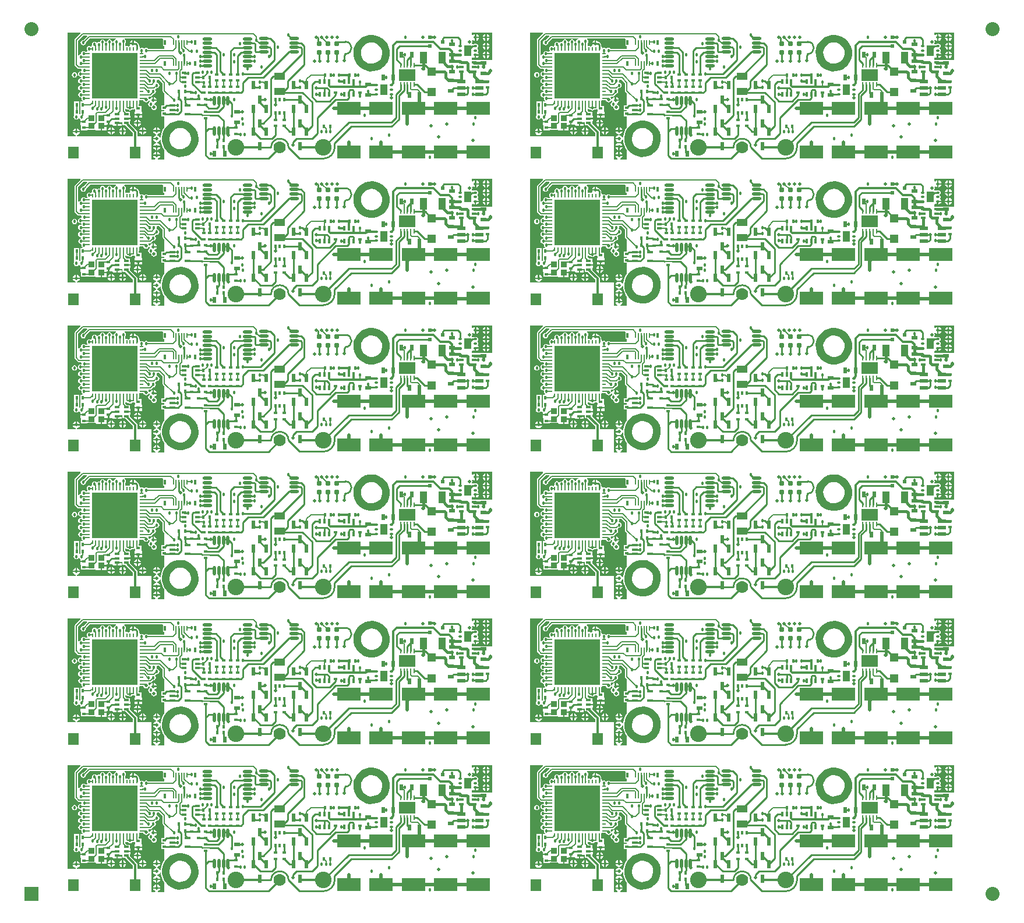
<source format=gtl>
G04 Layer_Physical_Order=1*
G04 Layer_Color=255*
%FSLAX24Y24*%
%MOIN*%
G70*
G01*
G75*
%ADD10R,0.0800X0.0800*%
%ADD11C,0.0800*%
%ADD12C,0.0100*%
%ADD13R,0.0157X0.0236*%
%ADD14R,0.0480X0.0244*%
%ADD15R,0.0165X0.0236*%
%ADD16R,0.0160X0.0255*%
%ADD17R,0.0255X0.0160*%
%ADD18O,0.0177X0.0571*%
%ADD19O,0.0571X0.0177*%
%ADD20R,0.0236X0.0512*%
%ADD21R,0.0354X0.0197*%
%ADD22R,0.0236X0.0157*%
%ADD23O,0.0551X0.0177*%
%ADD24R,0.0236X0.0197*%
%ADD25O,0.0236X0.0118*%
%ADD26R,0.0394X0.0630*%
%ADD27R,0.0512X0.0512*%
%ADD28R,0.0433X0.0669*%
%ADD29R,0.0197X0.0354*%
%ADD30O,0.0098X0.0276*%
%ADD31R,0.0937X0.0650*%
%ADD32R,0.1378X0.0768*%
%ADD33R,0.0591X0.0394*%
%ADD34R,0.0079X0.0276*%
%ADD35R,0.0118X0.0276*%
%ADD36R,0.0374X0.0177*%
%ADD37O,0.0098X0.0236*%
%ADD38O,0.0236X0.0098*%
%ADD39R,0.2598X0.2598*%
%ADD40R,0.0295X0.0118*%
%ADD41R,0.0374X0.0335*%
%ADD42R,0.0591X0.0709*%
%ADD43C,0.0310*%
%ADD44C,0.0200*%
%ADD45C,0.0140*%
%ADD46C,0.0080*%
%ADD47C,0.0150*%
%ADD48C,0.0120*%
%ADD49C,0.0060*%
%ADD50C,0.0700*%
%ADD51C,0.0950*%
%ADD52C,0.0200*%
%ADD53C,0.0180*%
%ADD54C,0.0217*%
%ADD55C,0.0220*%
G36*
X54784Y51674D02*
X54533D01*
Y51678D01*
X54059D01*
Y51674D01*
X53646D01*
Y51800D01*
X53696Y51826D01*
X53708Y51818D01*
X53770Y51806D01*
X53789D01*
Y51968D01*
X53829D01*
Y52008D01*
X54042D01*
X54038Y52030D01*
X54003Y52083D01*
X53992Y52090D01*
X53974Y52138D01*
X53983Y52152D01*
X54000Y52178D01*
X54010Y52224D01*
X54000Y52270D01*
X53974Y52310D01*
X53953Y52324D01*
X53953Y52324D01*
Y52380D01*
X53953Y52380D01*
X53974Y52394D01*
X54000Y52433D01*
X54010Y52480D01*
X54000Y52526D01*
X53974Y52566D01*
X53935Y52592D01*
X53888Y52601D01*
X53770D01*
X53724Y52592D01*
X53653D01*
Y52599D01*
X53646D01*
Y52661D01*
X53647Y52662D01*
X53659Y52724D01*
X53647Y52786D01*
X53656Y52808D01*
X53670Y52814D01*
X53712Y52823D01*
X53768Y52786D01*
X53806Y52778D01*
Y52974D01*
Y53170D01*
X53768Y53162D01*
X53702Y53118D01*
X53696Y53110D01*
X53646Y53125D01*
Y53262D01*
X54784D01*
Y51674D01*
D02*
G37*
G36*
X28325D02*
X28074D01*
Y51678D01*
X27600D01*
Y51674D01*
X27187D01*
Y51800D01*
X27237Y51826D01*
X27249Y51818D01*
X27311Y51806D01*
X27330D01*
Y51968D01*
X27370D01*
Y52008D01*
X27583D01*
X27579Y52030D01*
X27544Y52083D01*
X27533Y52090D01*
X27515Y52138D01*
X27524Y52152D01*
X27541Y52178D01*
X27551Y52224D01*
X27541Y52270D01*
X27515Y52310D01*
X27494Y52324D01*
X27493Y52324D01*
Y52380D01*
X27494Y52380D01*
X27515Y52394D01*
X27541Y52433D01*
X27551Y52480D01*
X27541Y52526D01*
X27515Y52566D01*
X27476Y52592D01*
X27429Y52601D01*
X27311D01*
X27265Y52592D01*
X27194D01*
Y52599D01*
X27187D01*
Y52661D01*
X27188Y52662D01*
X27200Y52724D01*
X27188Y52786D01*
X27197Y52808D01*
X27211Y52814D01*
X27253Y52823D01*
X27309Y52786D01*
X27347Y52778D01*
Y52974D01*
Y53170D01*
X27309Y53162D01*
X27243Y53118D01*
X27237Y53110D01*
X27187Y53125D01*
Y53262D01*
X28325D01*
Y51674D01*
D02*
G37*
G36*
X31621Y53043D02*
X31403Y52826D01*
X31396Y52827D01*
X31338Y52815D01*
X31288Y52782D01*
X31255Y52733D01*
X31243Y52674D01*
X31255Y52615D01*
X31288Y52566D01*
X31338Y52533D01*
X31396Y52521D01*
X31455Y52533D01*
X31504Y52566D01*
X31537Y52615D01*
X31549Y52674D01*
X31548Y52681D01*
X31788Y52922D01*
X33273D01*
X33278Y52872D01*
X33236Y52864D01*
X33186Y52831D01*
X33153Y52781D01*
X33150Y52764D01*
X33105Y52731D01*
X33093Y52729D01*
X33044Y52766D01*
X33042Y52778D01*
X33009Y52827D01*
X32959Y52861D01*
X32901Y52872D01*
X32842Y52861D01*
X32793Y52827D01*
X32759Y52778D01*
X32756Y52760D01*
X32704Y52719D01*
X32651Y52759D01*
X32648Y52772D01*
X32615Y52821D01*
X32566Y52854D01*
X32507Y52866D01*
X32449Y52854D01*
X32399Y52821D01*
X32366Y52772D01*
X32354Y52713D01*
X32313Y52712D01*
X32310Y52713D01*
X32310Y52713D01*
X32252Y52701D01*
X32202Y52668D01*
X32182D01*
X32152Y52683D01*
X32105Y52715D01*
X32046Y52727D01*
X31988Y52715D01*
X31938Y52682D01*
X31905Y52633D01*
X31893Y52574D01*
X31900Y52537D01*
X31874Y52481D01*
X31838Y52457D01*
X31831Y52447D01*
X31805Y52465D01*
X31746Y52477D01*
X31688Y52465D01*
X31638Y52432D01*
X31605Y52383D01*
X31593Y52324D01*
X31605Y52265D01*
X31638Y52216D01*
X31639Y52215D01*
X31624Y52165D01*
X31592D01*
X31549Y52156D01*
X31525Y52162D01*
X31475Y52195D01*
X31417Y52206D01*
X31358Y52195D01*
X31308Y52162D01*
X31275Y52112D01*
X31264Y52054D01*
X31255Y52008D01*
X31205Y51998D01*
X31155Y51965D01*
X31148Y51954D01*
X31098Y51969D01*
Y52782D01*
X31405Y53089D01*
X31602D01*
X31621Y53043D01*
D02*
G37*
G36*
X5162D02*
X4944Y52826D01*
X4937Y52827D01*
X4878Y52815D01*
X4829Y52782D01*
X4796Y52733D01*
X4784Y52674D01*
X4796Y52615D01*
X4829Y52566D01*
X4878Y52533D01*
X4937Y52521D01*
X4996Y52533D01*
X5045Y52566D01*
X5078Y52615D01*
X5090Y52674D01*
X5088Y52681D01*
X5329Y52922D01*
X6814D01*
X6819Y52872D01*
X6777Y52864D01*
X6727Y52831D01*
X6694Y52781D01*
X6691Y52764D01*
X6646Y52731D01*
X6634Y52729D01*
X6585Y52766D01*
X6583Y52778D01*
X6550Y52827D01*
X6500Y52861D01*
X6442Y52872D01*
X6383Y52861D01*
X6334Y52827D01*
X6300Y52778D01*
X6297Y52760D01*
X6245Y52719D01*
X6192Y52759D01*
X6189Y52772D01*
X6156Y52821D01*
X6107Y52854D01*
X6048Y52866D01*
X5990Y52854D01*
X5940Y52821D01*
X5907Y52772D01*
X5895Y52713D01*
X5854Y52712D01*
X5851Y52713D01*
X5851Y52713D01*
X5793Y52701D01*
X5743Y52668D01*
X5723D01*
X5693Y52683D01*
X5646Y52715D01*
X5587Y52727D01*
X5528Y52715D01*
X5479Y52682D01*
X5446Y52633D01*
X5434Y52574D01*
X5441Y52537D01*
X5415Y52481D01*
X5379Y52457D01*
X5372Y52447D01*
X5346Y52465D01*
X5287Y52477D01*
X5228Y52465D01*
X5179Y52432D01*
X5146Y52383D01*
X5134Y52324D01*
X5146Y52265D01*
X5179Y52216D01*
X5180Y52215D01*
X5165Y52165D01*
X5133D01*
X5090Y52156D01*
X5066Y52162D01*
X5016Y52195D01*
X4957Y52206D01*
X4899Y52195D01*
X4849Y52162D01*
X4816Y52112D01*
X4805Y52054D01*
X4796Y52008D01*
X4746Y51998D01*
X4696Y51965D01*
X4689Y51954D01*
X4639Y51969D01*
Y52782D01*
X4946Y53089D01*
X5143D01*
X5162Y53043D01*
D02*
G37*
G36*
X35961Y52878D02*
X35961D01*
Y52483D01*
X36046D01*
Y52326D01*
X35108D01*
X35104Y52332D01*
X35055Y52365D01*
X34996Y52377D01*
X34938Y52365D01*
X34888Y52332D01*
X34854D01*
X34805Y52365D01*
X34746Y52377D01*
X34688Y52365D01*
X34678Y52359D01*
X34644Y52372D01*
X34626Y52385D01*
X34616Y52437D01*
X34588Y52479D01*
Y52544D01*
X34588Y52544D01*
X34579Y52587D01*
X34555Y52624D01*
X34555Y52624D01*
X34475Y52703D01*
X34439Y52728D01*
X34400Y52735D01*
X34383Y52761D01*
X34320Y52803D01*
X34286Y52810D01*
Y52624D01*
X34246D01*
Y52584D01*
X34060D01*
X34067Y52550D01*
X34075Y52538D01*
X34051Y52484D01*
X34039Y52481D01*
X34018Y52467D01*
X33983Y52461D01*
X33949Y52467D01*
X33928Y52481D01*
X33885Y52490D01*
X33842Y52481D01*
X33840Y52480D01*
X33790Y52506D01*
Y52620D01*
X33796Y52624D01*
X33829Y52673D01*
X33841Y52732D01*
X33829Y52790D01*
X33796Y52840D01*
X33748Y52872D01*
X33747Y52877D01*
X33757Y52922D01*
X35946D01*
X35961Y52878D01*
D02*
G37*
G36*
X9502D02*
X9502D01*
Y52483D01*
X9587D01*
Y52326D01*
X8649D01*
X8645Y52332D01*
X8596Y52365D01*
X8537Y52377D01*
X8478Y52365D01*
X8429Y52332D01*
X8395D01*
X8346Y52365D01*
X8287Y52377D01*
X8228Y52365D01*
X8219Y52359D01*
X8185Y52372D01*
X8167Y52385D01*
X8157Y52437D01*
X8129Y52479D01*
Y52544D01*
X8129Y52544D01*
X8120Y52587D01*
X8096Y52624D01*
X8096Y52624D01*
X8016Y52703D01*
X7980Y52728D01*
X7941Y52735D01*
X7924Y52761D01*
X7861Y52803D01*
X7827Y52810D01*
Y52624D01*
X7787D01*
Y52584D01*
X7601D01*
X7608Y52550D01*
X7616Y52538D01*
X7592Y52484D01*
X7580Y52481D01*
X7558Y52467D01*
X7524Y52461D01*
X7490Y52467D01*
X7469Y52481D01*
X7426Y52490D01*
X7383Y52481D01*
X7381Y52480D01*
X7331Y52506D01*
Y52620D01*
X7337Y52624D01*
X7370Y52673D01*
X7382Y52732D01*
X7370Y52790D01*
X7337Y52840D01*
X7289Y52872D01*
X7288Y52877D01*
X7298Y52922D01*
X9487D01*
X9502Y52878D01*
D02*
G37*
G36*
X48147Y53092D02*
X48339Y53024D01*
X48514Y52921D01*
X48666Y52786D01*
X48788Y52624D01*
X48878Y52441D01*
X48930Y52245D01*
X48937Y52143D01*
X48930Y52143D01*
X48937Y52143D01*
X48938Y52135D01*
X48938Y52117D01*
X48939Y52100D01*
X48939Y52083D01*
Y52074D01*
X48939Y51972D01*
X48900Y51773D01*
X48823Y51585D01*
X48711Y51415D01*
X48569Y51270D01*
X48401Y51155D01*
X48214Y51075D01*
X48015Y51033D01*
X47812Y51029D01*
X47612Y51065D01*
X47422Y51139D01*
X47251Y51248D01*
X47103Y51388D01*
X46986Y51554D01*
X46903Y51740D01*
X46857Y51938D01*
X46850Y52141D01*
X46883Y52342D01*
X46953Y52532D01*
X47059Y52706D01*
X47197Y52855D01*
X47361Y52975D01*
X47545Y53062D01*
X47742Y53111D01*
X47946Y53121D01*
X48147Y53092D01*
D02*
G37*
G36*
X21688D02*
X21879Y53024D01*
X22055Y52921D01*
X22206Y52786D01*
X22329Y52624D01*
X22419Y52441D01*
X22471Y52245D01*
X22478Y52143D01*
X22470Y52143D01*
X22478Y52143D01*
X22479Y52135D01*
X22479Y52117D01*
X22480Y52100D01*
X22480Y52083D01*
Y52074D01*
X22480Y51972D01*
X22441Y51773D01*
X22364Y51585D01*
X22252Y51415D01*
X22110Y51270D01*
X21942Y51155D01*
X21755Y51075D01*
X21556Y51033D01*
X21353Y51029D01*
X21153Y51065D01*
X20963Y51139D01*
X20792Y51248D01*
X20644Y51388D01*
X20527Y51554D01*
X20444Y51740D01*
X20398Y51938D01*
X20391Y52141D01*
X20423Y52342D01*
X20494Y52532D01*
X20600Y52706D01*
X20738Y52855D01*
X20902Y52975D01*
X21086Y53062D01*
X21283Y53111D01*
X21486Y53121D01*
X21688Y53092D01*
D02*
G37*
G36*
X31244Y53216D02*
X30924Y52896D01*
X30902Y52863D01*
X30894Y52824D01*
Y51416D01*
X30902Y51377D01*
X30924Y51344D01*
X31074Y51194D01*
X31107Y51172D01*
X31146Y51164D01*
X31278D01*
X31307Y51114D01*
X31298Y51069D01*
X31298Y51068D01*
X31256Y51025D01*
X31246Y51027D01*
X31188Y51015D01*
X31138Y50982D01*
X31105Y50933D01*
X31093Y50874D01*
X31105Y50815D01*
X31138Y50766D01*
X31188Y50733D01*
X31246Y50721D01*
X31253Y50722D01*
X31296Y50680D01*
X31295Y50676D01*
X31297Y50665D01*
X31261Y50630D01*
X31251Y50632D01*
X31192Y50620D01*
X31143Y50587D01*
X31109Y50537D01*
X31098Y50479D01*
X31109Y50420D01*
X31143Y50371D01*
X31192Y50337D01*
X31251Y50326D01*
X31253Y50326D01*
X31295Y50284D01*
X31294Y50280D01*
X31285Y50264D01*
X31266Y50245D01*
X31250Y50236D01*
X31198Y50225D01*
X31148Y50192D01*
X31115Y50143D01*
X31103Y50084D01*
X31115Y50025D01*
X31148Y49976D01*
X31198Y49943D01*
X31238Y49935D01*
X31271Y49887D01*
X31263Y49852D01*
X31249Y49841D01*
X31205Y49833D01*
X31155Y49799D01*
X31122Y49750D01*
X31110Y49691D01*
X31122Y49633D01*
X31155Y49583D01*
X31205Y49550D01*
X31263Y49538D01*
X31297Y49494D01*
X31293Y49474D01*
X31305Y49415D01*
X31338Y49366D01*
X31358Y49352D01*
X31343Y49302D01*
X31234D01*
Y48946D01*
X31234D01*
Y48902D01*
X31234D01*
Y48584D01*
X31206Y48566D01*
X31158Y48592D01*
Y48902D01*
X31158D01*
Y48946D01*
X31158D01*
Y49302D01*
X30880D01*
Y48946D01*
X30880D01*
Y48902D01*
X30880D01*
Y48546D01*
X30880Y48546D01*
X30880D01*
X30880Y48546D01*
X30867Y48501D01*
X30855Y48483D01*
X30843Y48424D01*
X30855Y48365D01*
X30888Y48316D01*
X30938Y48283D01*
X30996Y48271D01*
X31055Y48283D01*
X31104Y48316D01*
X31116Y48334D01*
X31176D01*
X31188Y48316D01*
X31228Y48289D01*
Y48191D01*
X31446D01*
Y48111D01*
X31228D01*
Y47972D01*
X31236D01*
X31268Y47936D01*
Y47658D01*
X31624D01*
Y47670D01*
X32108D01*
X32144Y47639D01*
Y47630D01*
X32392D01*
Y47898D01*
X32431D01*
Y47938D01*
X32719D01*
Y47968D01*
X32806D01*
Y48147D01*
X32886D01*
Y47968D01*
X33064D01*
X33093Y47930D01*
Y47909D01*
X33300D01*
Y48068D01*
X33340D01*
Y48108D01*
X33608D01*
X33634Y48132D01*
X33644Y48130D01*
Y47949D01*
X33784D01*
X34235Y47497D01*
Y47324D01*
X31021D01*
X31016Y47374D01*
X31024Y47376D01*
X31074Y47386D01*
X31140Y47430D01*
X31184Y47496D01*
X31192Y47534D01*
X30800D01*
X30808Y47496D01*
X30852Y47430D01*
X30918Y47386D01*
X30968Y47376D01*
X30976Y47374D01*
X30971Y47324D01*
X30508D01*
Y53262D01*
X31224D01*
X31244Y53216D01*
D02*
G37*
G36*
X4784D02*
X4465Y52896D01*
X4443Y52863D01*
X4435Y52824D01*
Y51416D01*
X4443Y51377D01*
X4465Y51344D01*
X4615Y51194D01*
X4648Y51172D01*
X4687Y51164D01*
X4819D01*
X4848Y51114D01*
X4839Y51069D01*
X4839Y51068D01*
X4797Y51025D01*
X4787Y51027D01*
X4728Y51015D01*
X4679Y50982D01*
X4646Y50933D01*
X4634Y50874D01*
X4646Y50815D01*
X4679Y50766D01*
X4728Y50733D01*
X4787Y50721D01*
X4794Y50722D01*
X4837Y50680D01*
X4836Y50676D01*
X4838Y50665D01*
X4802Y50630D01*
X4792Y50632D01*
X4733Y50620D01*
X4684Y50587D01*
X4650Y50537D01*
X4639Y50479D01*
X4650Y50420D01*
X4684Y50371D01*
X4733Y50337D01*
X4792Y50326D01*
X4793Y50326D01*
X4836Y50284D01*
X4835Y50280D01*
X4826Y50264D01*
X4807Y50245D01*
X4791Y50236D01*
X4738Y50225D01*
X4689Y50192D01*
X4656Y50143D01*
X4644Y50084D01*
X4656Y50025D01*
X4689Y49976D01*
X4738Y49943D01*
X4779Y49935D01*
X4812Y49887D01*
X4804Y49852D01*
X4790Y49841D01*
X4746Y49833D01*
X4696Y49799D01*
X4663Y49750D01*
X4651Y49691D01*
X4663Y49633D01*
X4696Y49583D01*
X4746Y49550D01*
X4804Y49538D01*
X4838Y49494D01*
X4834Y49474D01*
X4846Y49415D01*
X4879Y49366D01*
X4899Y49352D01*
X4884Y49302D01*
X4775D01*
Y48946D01*
X4775D01*
Y48902D01*
X4775D01*
Y48584D01*
X4747Y48566D01*
X4699Y48592D01*
Y48902D01*
X4699D01*
Y48946D01*
X4699D01*
Y49302D01*
X4421D01*
Y48946D01*
X4421D01*
Y48902D01*
X4421D01*
Y48546D01*
X4421Y48546D01*
X4421D01*
X4421Y48546D01*
X4408Y48501D01*
X4396Y48483D01*
X4384Y48424D01*
X4396Y48365D01*
X4429Y48316D01*
X4478Y48283D01*
X4537Y48271D01*
X4596Y48283D01*
X4645Y48316D01*
X4657Y48334D01*
X4717D01*
X4729Y48316D01*
X4769Y48289D01*
Y48191D01*
X4987D01*
Y48111D01*
X4769D01*
Y47972D01*
X4777D01*
X4809Y47936D01*
Y47658D01*
X5165D01*
Y47670D01*
X5649D01*
X5685Y47639D01*
Y47630D01*
X5932D01*
Y47898D01*
X5972D01*
Y47938D01*
X6259D01*
Y47968D01*
X6347D01*
Y48147D01*
X6427D01*
Y47968D01*
X6605D01*
X6633Y47930D01*
Y47909D01*
X6841D01*
Y48068D01*
X6881D01*
Y48108D01*
X7149D01*
X7175Y48132D01*
X7185Y48130D01*
Y47949D01*
X7325D01*
X7776Y47497D01*
Y47324D01*
X4562D01*
X4557Y47374D01*
X4565Y47376D01*
X4615Y47386D01*
X4681Y47430D01*
X4725Y47496D01*
X4733Y47534D01*
X4341D01*
X4349Y47496D01*
X4393Y47430D01*
X4459Y47386D01*
X4509Y47376D01*
X4517Y47374D01*
X4512Y47324D01*
X4049D01*
Y53262D01*
X4765D01*
X4784Y53216D01*
D02*
G37*
G36*
X35944Y50350D02*
Y49924D01*
X35952Y49885D01*
X35974Y49852D01*
X36046Y49780D01*
Y49110D01*
X36026Y49090D01*
X35868D01*
Y48812D01*
X36046D01*
Y48736D01*
X35868D01*
Y48458D01*
X36046D01*
Y47826D01*
X35948Y47666D01*
X35947Y47660D01*
X35942Y47655D01*
X35872Y47464D01*
X35872Y47458D01*
X35868Y47452D01*
X35841Y47284D01*
X35788Y47251D01*
X35784Y47252D01*
X35740Y47318D01*
X35674Y47362D01*
X35623Y47372D01*
X35618Y47374D01*
Y47425D01*
X35623Y47426D01*
X35674Y47436D01*
X35740Y47480D01*
X35784Y47546D01*
X35792Y47584D01*
X35400D01*
X35408Y47546D01*
X35452Y47480D01*
X35518Y47436D01*
X35569Y47426D01*
X35574Y47425D01*
Y47374D01*
X35569Y47372D01*
X35518Y47362D01*
X35452Y47318D01*
X35408Y47252D01*
X35400Y47214D01*
X35596D01*
Y47134D01*
X35400D01*
X35408Y47096D01*
X35452Y47030D01*
X35518Y46986D01*
X35569Y46976D01*
X35574Y46975D01*
Y46924D01*
X35569Y46922D01*
X35518Y46912D01*
X35452Y46868D01*
X35408Y46802D01*
X35400Y46764D01*
X35792D01*
X35784Y46802D01*
X35740Y46868D01*
X35674Y46912D01*
X35623Y46922D01*
X35618Y46924D01*
Y46975D01*
X35623Y46976D01*
X35674Y46986D01*
X35740Y47030D01*
X35784Y47096D01*
X35789Y47119D01*
X35839Y47115D01*
X35842Y47036D01*
X35845Y47030D01*
X35843Y47023D01*
X35889Y46825D01*
X35893Y46820D01*
X35893Y46813D01*
X35977Y46628D01*
X35981Y46623D01*
X35983Y46617D01*
X36046Y46527D01*
Y45986D01*
X35682D01*
X35674Y46036D01*
X35740Y46080D01*
X35784Y46146D01*
X35792Y46184D01*
X35400D01*
X35408Y46146D01*
X35452Y46080D01*
X35518Y46036D01*
X35510Y45986D01*
X35296D01*
Y47324D01*
X34500D01*
Y47552D01*
X34490Y47603D01*
X34461Y47646D01*
X34060Y48048D01*
Y48165D01*
X34100D01*
Y48284D01*
X33852D01*
Y48364D01*
X34100D01*
Y48483D01*
X34060D01*
Y48699D01*
X33877D01*
X33790Y48786D01*
Y48865D01*
X33840Y48886D01*
X33860Y48866D01*
X33893Y48844D01*
X33932Y48836D01*
X33970D01*
X33974Y48830D01*
X34023Y48797D01*
X34082Y48785D01*
X34140Y48797D01*
X34190Y48830D01*
X34207Y48855D01*
X34279D01*
X34318Y48863D01*
X34318Y48863D01*
X34368Y48836D01*
X34368Y48762D01*
X34336Y48726D01*
X34328D01*
Y48587D01*
X34764D01*
Y48726D01*
X34756D01*
X34724Y48762D01*
X34724Y48776D01*
Y49040D01*
X34578D01*
Y49126D01*
X34578Y49127D01*
X34587Y49170D01*
Y49307D01*
X34583Y49325D01*
X34595Y49375D01*
X34645Y49387D01*
X34663Y49383D01*
X34800D01*
X34840Y49391D01*
X34845Y49362D01*
X34881Y49309D01*
X34934Y49273D01*
X34996Y49261D01*
X35058Y49273D01*
X35111Y49309D01*
X35144Y49358D01*
X35159Y49360D01*
X35196Y49354D01*
X35208Y49296D01*
X35169Y49264D01*
X35159Y49257D01*
X35126Y49208D01*
X35115Y49149D01*
X35126Y49090D01*
X35159Y49041D01*
X35209Y49008D01*
X35268Y48996D01*
X35288Y48949D01*
X35295Y48912D01*
X35331Y48859D01*
X35384Y48823D01*
X35446Y48811D01*
X35508Y48823D01*
X35561Y48859D01*
X35597Y48912D01*
X35609Y48974D01*
X35597Y49036D01*
X35561Y49089D01*
X35508Y49125D01*
X35468Y49133D01*
X35466Y49133D01*
Y49184D01*
X35474Y49186D01*
X35540Y49230D01*
X35584Y49296D01*
X35592Y49334D01*
X35396D01*
Y49374D01*
X35356D01*
Y49570D01*
X35318Y49562D01*
X35252Y49518D01*
X35208Y49452D01*
X35206Y49444D01*
X35155D01*
X35147Y49486D01*
X35116Y49532D01*
X35125Y49561D01*
X35138Y49582D01*
X35225D01*
X35264Y49590D01*
X35297Y49612D01*
X35408Y49724D01*
X35455Y49733D01*
X35504Y49766D01*
X35537Y49815D01*
X35549Y49874D01*
X35537Y49933D01*
X35504Y49982D01*
X35535Y50019D01*
X35589Y50073D01*
X35596Y50071D01*
X35655Y50083D01*
X35704Y50116D01*
X35737Y50165D01*
X35749Y50224D01*
X35737Y50283D01*
X35704Y50332D01*
X35655Y50365D01*
X35619Y50372D01*
X35591Y50410D01*
X35589Y50425D01*
X35599Y50474D01*
X35591Y50512D01*
X35623Y50562D01*
X35733D01*
X35944Y50350D01*
D02*
G37*
G36*
X9485D02*
Y49924D01*
X9493Y49885D01*
X9515Y49852D01*
X9587Y49780D01*
Y49110D01*
X9567Y49090D01*
X9409D01*
Y48812D01*
X9587D01*
Y48736D01*
X9409D01*
Y48458D01*
X9587D01*
Y47826D01*
X9489Y47666D01*
X9488Y47660D01*
X9483Y47655D01*
X9413Y47464D01*
X9413Y47458D01*
X9409Y47452D01*
X9382Y47284D01*
X9329Y47251D01*
X9325Y47252D01*
X9281Y47318D01*
X9215Y47362D01*
X9164Y47372D01*
X9159Y47374D01*
Y47425D01*
X9164Y47426D01*
X9215Y47436D01*
X9281Y47480D01*
X9325Y47546D01*
X9333Y47584D01*
X8941D01*
X8949Y47546D01*
X8993Y47480D01*
X9059Y47436D01*
X9110Y47426D01*
X9115Y47425D01*
Y47374D01*
X9110Y47372D01*
X9059Y47362D01*
X8993Y47318D01*
X8949Y47252D01*
X8941Y47214D01*
X9137D01*
Y47134D01*
X8941D01*
X8949Y47096D01*
X8993Y47030D01*
X9059Y46986D01*
X9110Y46976D01*
X9115Y46975D01*
Y46924D01*
X9110Y46922D01*
X9059Y46912D01*
X8993Y46868D01*
X8949Y46802D01*
X8941Y46764D01*
X9333D01*
X9325Y46802D01*
X9281Y46868D01*
X9215Y46912D01*
X9164Y46922D01*
X9159Y46924D01*
Y46975D01*
X9164Y46976D01*
X9215Y46986D01*
X9281Y47030D01*
X9325Y47096D01*
X9330Y47119D01*
X9380Y47115D01*
X9383Y47036D01*
X9385Y47030D01*
X9384Y47023D01*
X9430Y46825D01*
X9434Y46820D01*
X9434Y46813D01*
X9518Y46628D01*
X9522Y46623D01*
X9524Y46617D01*
X9587Y46527D01*
Y45986D01*
X9223D01*
X9215Y46036D01*
X9281Y46080D01*
X9325Y46146D01*
X9333Y46184D01*
X8941D01*
X8949Y46146D01*
X8993Y46080D01*
X9059Y46036D01*
X9051Y45986D01*
X8837D01*
Y47324D01*
X8041D01*
Y47552D01*
X8031Y47603D01*
X8002Y47646D01*
X7601Y48048D01*
Y48165D01*
X7641D01*
Y48284D01*
X7393D01*
Y48364D01*
X7641D01*
Y48483D01*
X7601D01*
Y48699D01*
X7418D01*
X7331Y48786D01*
Y48865D01*
X7381Y48886D01*
X7401Y48866D01*
X7434Y48844D01*
X7473Y48836D01*
X7511D01*
X7515Y48830D01*
X7564Y48797D01*
X7623Y48785D01*
X7681Y48797D01*
X7731Y48830D01*
X7747Y48855D01*
X7820D01*
X7859Y48863D01*
X7859Y48863D01*
X7909Y48836D01*
X7909Y48762D01*
X7877Y48726D01*
X7869D01*
Y48587D01*
X8305D01*
Y48726D01*
X8297D01*
X8265Y48762D01*
X8265Y48776D01*
Y49040D01*
X8119D01*
Y49126D01*
X8119Y49127D01*
X8128Y49170D01*
Y49307D01*
X8124Y49325D01*
X8136Y49375D01*
X8186Y49387D01*
X8204Y49383D01*
X8341D01*
X8380Y49391D01*
X8386Y49362D01*
X8422Y49309D01*
X8475Y49273D01*
X8537Y49261D01*
X8599Y49273D01*
X8652Y49309D01*
X8685Y49358D01*
X8700Y49360D01*
X8737Y49354D01*
X8749Y49296D01*
X8710Y49264D01*
X8700Y49257D01*
X8667Y49208D01*
X8656Y49149D01*
X8667Y49090D01*
X8700Y49041D01*
X8750Y49008D01*
X8808Y48996D01*
X8829Y48949D01*
X8836Y48912D01*
X8872Y48859D01*
X8925Y48823D01*
X8987Y48811D01*
X9049Y48823D01*
X9102Y48859D01*
X9138Y48912D01*
X9150Y48974D01*
X9138Y49036D01*
X9102Y49089D01*
X9049Y49125D01*
X9009Y49133D01*
X9007Y49133D01*
Y49184D01*
X9015Y49186D01*
X9081Y49230D01*
X9125Y49296D01*
X9133Y49334D01*
X8937D01*
Y49374D01*
X8897D01*
Y49570D01*
X8859Y49562D01*
X8793Y49518D01*
X8749Y49452D01*
X8747Y49444D01*
X8696D01*
X8688Y49486D01*
X8657Y49532D01*
X8666Y49561D01*
X8678Y49582D01*
X8766D01*
X8805Y49590D01*
X8838Y49612D01*
X8949Y49724D01*
X8996Y49733D01*
X9045Y49766D01*
X9078Y49815D01*
X9090Y49874D01*
X9078Y49933D01*
X9045Y49982D01*
X9076Y50019D01*
X9130Y50073D01*
X9137Y50071D01*
X9196Y50083D01*
X9245Y50116D01*
X9278Y50165D01*
X9290Y50224D01*
X9278Y50283D01*
X9245Y50332D01*
X9196Y50365D01*
X9160Y50372D01*
X9132Y50410D01*
X9130Y50425D01*
X9140Y50474D01*
X9132Y50512D01*
X9164Y50562D01*
X9273D01*
X9485Y50350D01*
D02*
G37*
G36*
X37197Y48192D02*
X37389Y48124D01*
X37564Y48021D01*
X37716Y47886D01*
X37838Y47724D01*
X37928Y47541D01*
X37980Y47345D01*
X37987Y47243D01*
X37980Y47243D01*
X37987Y47243D01*
X37988Y47235D01*
X37989Y47217D01*
X37989Y47200D01*
X37989Y47183D01*
Y47174D01*
X37989Y47072D01*
X37950Y46873D01*
X37873Y46685D01*
X37761Y46515D01*
X37619Y46370D01*
X37451Y46255D01*
X37264Y46175D01*
X37065Y46133D01*
X36862Y46129D01*
X36662Y46165D01*
X36472Y46239D01*
X36301Y46348D01*
X36153Y46488D01*
X36036Y46654D01*
X35953Y46840D01*
X35907Y47038D01*
X35900Y47241D01*
X35933Y47442D01*
X36003Y47632D01*
X36109Y47806D01*
X36247Y47955D01*
X36411Y48075D01*
X36595Y48162D01*
X36792Y48211D01*
X36996Y48221D01*
X37197Y48192D01*
D02*
G37*
G36*
X10738D02*
X10929Y48124D01*
X11105Y48021D01*
X11256Y47886D01*
X11379Y47724D01*
X11469Y47541D01*
X11521Y47345D01*
X11528Y47243D01*
X11520Y47243D01*
X11528Y47243D01*
X11529Y47235D01*
X11529Y47217D01*
X11530Y47200D01*
X11530Y47183D01*
Y47174D01*
X11530Y47072D01*
X11491Y46873D01*
X11414Y46685D01*
X11302Y46515D01*
X11160Y46370D01*
X10992Y46255D01*
X10805Y46175D01*
X10606Y46133D01*
X10403Y46129D01*
X10203Y46165D01*
X10013Y46239D01*
X9842Y46348D01*
X9694Y46488D01*
X9577Y46654D01*
X9494Y46840D01*
X9448Y47038D01*
X9441Y47241D01*
X9473Y47442D01*
X9544Y47632D01*
X9650Y47806D01*
X9788Y47955D01*
X9952Y48075D01*
X10136Y48162D01*
X10333Y48211D01*
X10536Y48221D01*
X10738Y48192D01*
D02*
G37*
G36*
X54784Y43287D02*
X54533D01*
Y43290D01*
X54059D01*
Y43287D01*
X53646D01*
Y43412D01*
X53696Y43439D01*
X53708Y43431D01*
X53770Y43419D01*
X53789D01*
Y43581D01*
X53829D01*
Y43621D01*
X54042D01*
X54038Y43643D01*
X54003Y43695D01*
X53992Y43703D01*
X53974Y43751D01*
X53983Y43764D01*
X54000Y43790D01*
X54010Y43837D01*
X54000Y43883D01*
X53974Y43922D01*
X53953Y43937D01*
X53953Y43937D01*
Y43992D01*
X53953Y43992D01*
X53974Y44007D01*
X54000Y44046D01*
X54010Y44093D01*
X54000Y44139D01*
X53974Y44178D01*
X53935Y44205D01*
X53888Y44214D01*
X53770D01*
X53724Y44205D01*
X53653D01*
Y44212D01*
X53646D01*
Y44273D01*
X53647Y44274D01*
X53659Y44337D01*
X53647Y44399D01*
X53656Y44420D01*
X53670Y44427D01*
X53712Y44435D01*
X53768Y44398D01*
X53806Y44391D01*
Y44587D01*
Y44783D01*
X53768Y44775D01*
X53702Y44731D01*
X53696Y44722D01*
X53646Y44737D01*
Y44874D01*
X54784D01*
Y43287D01*
D02*
G37*
G36*
X28325D02*
X28074D01*
Y43290D01*
X27600D01*
Y43287D01*
X27187D01*
Y43412D01*
X27237Y43439D01*
X27249Y43431D01*
X27311Y43419D01*
X27330D01*
Y43581D01*
X27370D01*
Y43621D01*
X27583D01*
X27579Y43643D01*
X27544Y43695D01*
X27533Y43703D01*
X27515Y43751D01*
X27524Y43764D01*
X27541Y43790D01*
X27551Y43837D01*
X27541Y43883D01*
X27515Y43922D01*
X27494Y43937D01*
X27493Y43937D01*
Y43992D01*
X27494Y43992D01*
X27515Y44007D01*
X27541Y44046D01*
X27551Y44093D01*
X27541Y44139D01*
X27515Y44178D01*
X27476Y44205D01*
X27429Y44214D01*
X27311D01*
X27265Y44205D01*
X27194D01*
Y44212D01*
X27187D01*
Y44273D01*
X27188Y44274D01*
X27200Y44337D01*
X27188Y44399D01*
X27197Y44420D01*
X27211Y44427D01*
X27253Y44435D01*
X27309Y44398D01*
X27347Y44391D01*
Y44587D01*
Y44783D01*
X27309Y44775D01*
X27243Y44731D01*
X27237Y44722D01*
X27187Y44737D01*
Y44874D01*
X28325D01*
Y43287D01*
D02*
G37*
G36*
X31621Y44656D02*
X31403Y44438D01*
X31396Y44440D01*
X31338Y44428D01*
X31288Y44395D01*
X31255Y44345D01*
X31243Y44287D01*
X31255Y44228D01*
X31288Y44178D01*
X31338Y44145D01*
X31396Y44134D01*
X31455Y44145D01*
X31504Y44178D01*
X31537Y44228D01*
X31549Y44287D01*
X31548Y44294D01*
X31788Y44535D01*
X33273D01*
X33278Y44485D01*
X33236Y44476D01*
X33186Y44443D01*
X33153Y44394D01*
X33150Y44377D01*
X33105Y44343D01*
X33093Y44341D01*
X33044Y44378D01*
X33042Y44390D01*
X33009Y44440D01*
X32959Y44473D01*
X32901Y44485D01*
X32842Y44473D01*
X32793Y44440D01*
X32759Y44390D01*
X32756Y44372D01*
X32704Y44332D01*
X32651Y44372D01*
X32648Y44384D01*
X32615Y44434D01*
X32566Y44467D01*
X32507Y44479D01*
X32449Y44467D01*
X32399Y44434D01*
X32366Y44384D01*
X32354Y44326D01*
X32313Y44325D01*
X32310Y44325D01*
X32310Y44325D01*
X32252Y44314D01*
X32202Y44281D01*
X32182D01*
X32152Y44296D01*
X32105Y44328D01*
X32046Y44340D01*
X31988Y44328D01*
X31938Y44295D01*
X31905Y44245D01*
X31893Y44187D01*
X31900Y44150D01*
X31874Y44094D01*
X31838Y44070D01*
X31831Y44060D01*
X31805Y44078D01*
X31746Y44090D01*
X31688Y44078D01*
X31638Y44045D01*
X31605Y43995D01*
X31593Y43937D01*
X31605Y43878D01*
X31638Y43828D01*
X31639Y43828D01*
X31624Y43777D01*
X31592D01*
X31549Y43769D01*
X31525Y43774D01*
X31475Y43807D01*
X31417Y43819D01*
X31358Y43807D01*
X31308Y43774D01*
X31275Y43725D01*
X31264Y43666D01*
X31255Y43621D01*
X31205Y43611D01*
X31155Y43577D01*
X31148Y43567D01*
X31098Y43582D01*
Y44394D01*
X31405Y44702D01*
X31602D01*
X31621Y44656D01*
D02*
G37*
G36*
X5162D02*
X4944Y44438D01*
X4937Y44440D01*
X4878Y44428D01*
X4829Y44395D01*
X4796Y44345D01*
X4784Y44287D01*
X4796Y44228D01*
X4829Y44178D01*
X4878Y44145D01*
X4937Y44134D01*
X4996Y44145D01*
X5045Y44178D01*
X5078Y44228D01*
X5090Y44287D01*
X5088Y44294D01*
X5329Y44535D01*
X6814D01*
X6819Y44485D01*
X6777Y44476D01*
X6727Y44443D01*
X6694Y44394D01*
X6691Y44377D01*
X6646Y44343D01*
X6634Y44341D01*
X6585Y44378D01*
X6583Y44390D01*
X6550Y44440D01*
X6500Y44473D01*
X6442Y44485D01*
X6383Y44473D01*
X6334Y44440D01*
X6300Y44390D01*
X6297Y44372D01*
X6245Y44332D01*
X6192Y44372D01*
X6189Y44384D01*
X6156Y44434D01*
X6107Y44467D01*
X6048Y44479D01*
X5990Y44467D01*
X5940Y44434D01*
X5907Y44384D01*
X5895Y44326D01*
X5854Y44325D01*
X5851Y44325D01*
X5851Y44325D01*
X5793Y44314D01*
X5743Y44281D01*
X5723D01*
X5693Y44296D01*
X5646Y44328D01*
X5587Y44340D01*
X5528Y44328D01*
X5479Y44295D01*
X5446Y44245D01*
X5434Y44187D01*
X5441Y44150D01*
X5415Y44094D01*
X5379Y44070D01*
X5372Y44060D01*
X5346Y44078D01*
X5287Y44090D01*
X5228Y44078D01*
X5179Y44045D01*
X5146Y43995D01*
X5134Y43937D01*
X5146Y43878D01*
X5179Y43828D01*
X5180Y43828D01*
X5165Y43777D01*
X5133D01*
X5090Y43769D01*
X5066Y43774D01*
X5016Y43807D01*
X4957Y43819D01*
X4899Y43807D01*
X4849Y43774D01*
X4816Y43725D01*
X4805Y43666D01*
X4796Y43621D01*
X4746Y43611D01*
X4696Y43577D01*
X4689Y43567D01*
X4639Y43582D01*
Y44394D01*
X4946Y44702D01*
X5143D01*
X5162Y44656D01*
D02*
G37*
G36*
X35961Y44491D02*
X35961D01*
Y44095D01*
X36046D01*
Y43939D01*
X35108D01*
X35104Y43945D01*
X35055Y43978D01*
X34996Y43990D01*
X34938Y43978D01*
X34888Y43945D01*
X34854D01*
X34805Y43978D01*
X34746Y43990D01*
X34688Y43978D01*
X34678Y43971D01*
X34644Y43984D01*
X34626Y43997D01*
X34616Y44049D01*
X34588Y44092D01*
Y44157D01*
X34588Y44157D01*
X34579Y44200D01*
X34555Y44236D01*
X34555Y44236D01*
X34475Y44316D01*
X34439Y44340D01*
X34400Y44348D01*
X34383Y44374D01*
X34320Y44416D01*
X34286Y44422D01*
Y44237D01*
X34246D01*
Y44197D01*
X34060D01*
X34067Y44162D01*
X34075Y44151D01*
X34051Y44096D01*
X34039Y44094D01*
X34018Y44079D01*
X33983Y44073D01*
X33949Y44079D01*
X33928Y44094D01*
X33885Y44102D01*
X33842Y44094D01*
X33840Y44092D01*
X33790Y44119D01*
Y44232D01*
X33796Y44236D01*
X33829Y44286D01*
X33841Y44344D01*
X33829Y44403D01*
X33796Y44453D01*
X33748Y44485D01*
X33747Y44489D01*
X33757Y44535D01*
X35946D01*
X35961Y44491D01*
D02*
G37*
G36*
X9502D02*
X9502D01*
Y44095D01*
X9587D01*
Y43939D01*
X8649D01*
X8645Y43945D01*
X8596Y43978D01*
X8537Y43990D01*
X8478Y43978D01*
X8429Y43945D01*
X8395D01*
X8346Y43978D01*
X8287Y43990D01*
X8228Y43978D01*
X8219Y43971D01*
X8185Y43984D01*
X8167Y43997D01*
X8157Y44049D01*
X8129Y44092D01*
Y44157D01*
X8129Y44157D01*
X8120Y44200D01*
X8096Y44236D01*
X8096Y44236D01*
X8016Y44316D01*
X7980Y44340D01*
X7941Y44348D01*
X7924Y44374D01*
X7861Y44416D01*
X7827Y44422D01*
Y44237D01*
X7787D01*
Y44197D01*
X7601D01*
X7608Y44162D01*
X7616Y44151D01*
X7592Y44096D01*
X7580Y44094D01*
X7558Y44079D01*
X7524Y44073D01*
X7490Y44079D01*
X7469Y44094D01*
X7426Y44102D01*
X7383Y44094D01*
X7381Y44092D01*
X7331Y44119D01*
Y44232D01*
X7337Y44236D01*
X7370Y44286D01*
X7382Y44344D01*
X7370Y44403D01*
X7337Y44453D01*
X7289Y44485D01*
X7288Y44489D01*
X7298Y44535D01*
X9487D01*
X9502Y44491D01*
D02*
G37*
G36*
X48147Y44704D02*
X48339Y44637D01*
X48514Y44534D01*
X48666Y44398D01*
X48788Y44237D01*
X48878Y44054D01*
X48930Y43857D01*
X48937Y43756D01*
X48930Y43756D01*
X48937Y43756D01*
X48938Y43747D01*
X48938Y43730D01*
X48939Y43713D01*
X48939Y43695D01*
Y43687D01*
X48939Y43585D01*
X48900Y43385D01*
X48823Y43197D01*
X48711Y43028D01*
X48569Y42883D01*
X48401Y42768D01*
X48214Y42688D01*
X48015Y42645D01*
X47812Y42642D01*
X47612Y42678D01*
X47422Y42752D01*
X47251Y42861D01*
X47103Y43001D01*
X46986Y43167D01*
X46903Y43352D01*
X46857Y43550D01*
X46850Y43753D01*
X46883Y43954D01*
X46953Y44145D01*
X47059Y44318D01*
X47197Y44468D01*
X47361Y44588D01*
X47545Y44674D01*
X47742Y44724D01*
X47946Y44734D01*
X48147Y44704D01*
D02*
G37*
G36*
X21688D02*
X21879Y44637D01*
X22055Y44534D01*
X22206Y44398D01*
X22329Y44237D01*
X22419Y44054D01*
X22471Y43857D01*
X22478Y43756D01*
X22470Y43756D01*
X22478Y43756D01*
X22479Y43747D01*
X22479Y43730D01*
X22480Y43713D01*
X22480Y43695D01*
Y43687D01*
X22480Y43585D01*
X22441Y43385D01*
X22364Y43197D01*
X22252Y43028D01*
X22110Y42883D01*
X21942Y42768D01*
X21755Y42688D01*
X21556Y42645D01*
X21353Y42642D01*
X21153Y42678D01*
X20963Y42752D01*
X20792Y42861D01*
X20644Y43001D01*
X20527Y43167D01*
X20444Y43352D01*
X20398Y43550D01*
X20391Y43753D01*
X20423Y43954D01*
X20494Y44145D01*
X20600Y44318D01*
X20738Y44468D01*
X20902Y44588D01*
X21086Y44674D01*
X21283Y44724D01*
X21486Y44734D01*
X21688Y44704D01*
D02*
G37*
G36*
X31244Y44828D02*
X30924Y44509D01*
X30902Y44476D01*
X30894Y44437D01*
Y43029D01*
X30902Y42990D01*
X30924Y42957D01*
X31074Y42807D01*
X31107Y42785D01*
X31146Y42777D01*
X31278D01*
X31307Y42727D01*
X31298Y42682D01*
X31298Y42680D01*
X31256Y42638D01*
X31246Y42640D01*
X31188Y42628D01*
X31138Y42595D01*
X31105Y42545D01*
X31093Y42487D01*
X31105Y42428D01*
X31138Y42378D01*
X31188Y42345D01*
X31246Y42334D01*
X31253Y42335D01*
X31296Y42293D01*
X31295Y42288D01*
X31297Y42278D01*
X31261Y42242D01*
X31251Y42244D01*
X31192Y42233D01*
X31143Y42199D01*
X31109Y42150D01*
X31098Y42091D01*
X31109Y42033D01*
X31143Y41983D01*
X31192Y41950D01*
X31251Y41938D01*
X31253Y41939D01*
X31295Y41896D01*
X31294Y41893D01*
X31285Y41876D01*
X31266Y41857D01*
X31250Y41848D01*
X31198Y41838D01*
X31148Y41805D01*
X31115Y41755D01*
X31103Y41697D01*
X31115Y41638D01*
X31148Y41588D01*
X31198Y41555D01*
X31238Y41547D01*
X31271Y41500D01*
X31263Y41465D01*
X31249Y41454D01*
X31205Y41445D01*
X31155Y41412D01*
X31122Y41362D01*
X31110Y41304D01*
X31122Y41245D01*
X31155Y41196D01*
X31205Y41163D01*
X31263Y41151D01*
X31297Y41107D01*
X31293Y41087D01*
X31305Y41028D01*
X31338Y40978D01*
X31358Y40965D01*
X31343Y40915D01*
X31234D01*
Y40559D01*
X31234D01*
Y40515D01*
X31234D01*
Y40197D01*
X31206Y40179D01*
X31158Y40205D01*
Y40515D01*
X31158D01*
Y40559D01*
X31158D01*
Y40915D01*
X30880D01*
Y40559D01*
X30880D01*
Y40515D01*
X30880D01*
Y40159D01*
X30880Y40159D01*
X30880D01*
X30880Y40159D01*
X30867Y40114D01*
X30855Y40095D01*
X30843Y40037D01*
X30855Y39978D01*
X30888Y39928D01*
X30938Y39895D01*
X30996Y39884D01*
X31055Y39895D01*
X31104Y39928D01*
X31116Y39946D01*
X31176D01*
X31188Y39928D01*
X31228Y39902D01*
Y39804D01*
X31446D01*
Y39724D01*
X31228D01*
Y39585D01*
X31236D01*
X31268Y39548D01*
Y39271D01*
X31624D01*
Y39283D01*
X32108D01*
X32144Y39251D01*
Y39243D01*
X32392D01*
Y39510D01*
X32431D01*
Y39550D01*
X32719D01*
Y39581D01*
X32806D01*
Y39759D01*
X32886D01*
Y39581D01*
X33064D01*
X33093Y39542D01*
Y39522D01*
X33300D01*
Y39681D01*
X33340D01*
Y39721D01*
X33608D01*
X33634Y39744D01*
X33644Y39742D01*
Y39562D01*
X33784D01*
X34235Y39110D01*
Y38937D01*
X31021D01*
X31016Y38987D01*
X31024Y38988D01*
X31074Y38998D01*
X31140Y39042D01*
X31184Y39109D01*
X31192Y39147D01*
X30800D01*
X30808Y39109D01*
X30852Y39042D01*
X30918Y38998D01*
X30968Y38988D01*
X30976Y38987D01*
X30971Y38937D01*
X30508D01*
Y44874D01*
X31224D01*
X31244Y44828D01*
D02*
G37*
G36*
X4784D02*
X4465Y44509D01*
X4443Y44476D01*
X4435Y44437D01*
Y43029D01*
X4443Y42990D01*
X4465Y42957D01*
X4615Y42807D01*
X4648Y42785D01*
X4687Y42777D01*
X4819D01*
X4848Y42727D01*
X4839Y42682D01*
X4839Y42680D01*
X4797Y42638D01*
X4787Y42640D01*
X4728Y42628D01*
X4679Y42595D01*
X4646Y42545D01*
X4634Y42487D01*
X4646Y42428D01*
X4679Y42378D01*
X4728Y42345D01*
X4787Y42334D01*
X4794Y42335D01*
X4837Y42293D01*
X4836Y42288D01*
X4838Y42278D01*
X4802Y42242D01*
X4792Y42244D01*
X4733Y42233D01*
X4684Y42199D01*
X4650Y42150D01*
X4639Y42091D01*
X4650Y42033D01*
X4684Y41983D01*
X4733Y41950D01*
X4792Y41938D01*
X4793Y41939D01*
X4836Y41896D01*
X4835Y41893D01*
X4826Y41876D01*
X4807Y41857D01*
X4791Y41848D01*
X4738Y41838D01*
X4689Y41805D01*
X4656Y41755D01*
X4644Y41697D01*
X4656Y41638D01*
X4689Y41588D01*
X4738Y41555D01*
X4779Y41547D01*
X4812Y41500D01*
X4804Y41465D01*
X4790Y41454D01*
X4746Y41445D01*
X4696Y41412D01*
X4663Y41362D01*
X4651Y41304D01*
X4663Y41245D01*
X4696Y41196D01*
X4746Y41163D01*
X4804Y41151D01*
X4838Y41107D01*
X4834Y41087D01*
X4846Y41028D01*
X4879Y40978D01*
X4899Y40965D01*
X4884Y40915D01*
X4775D01*
Y40559D01*
X4775D01*
Y40515D01*
X4775D01*
Y40197D01*
X4747Y40179D01*
X4699Y40205D01*
Y40515D01*
X4699D01*
Y40559D01*
X4699D01*
Y40915D01*
X4421D01*
Y40559D01*
X4421D01*
Y40515D01*
X4421D01*
Y40159D01*
X4421Y40159D01*
X4421D01*
X4421Y40159D01*
X4408Y40114D01*
X4396Y40095D01*
X4384Y40037D01*
X4396Y39978D01*
X4429Y39928D01*
X4478Y39895D01*
X4537Y39884D01*
X4596Y39895D01*
X4645Y39928D01*
X4657Y39946D01*
X4717D01*
X4729Y39928D01*
X4769Y39902D01*
Y39804D01*
X4987D01*
Y39724D01*
X4769D01*
Y39585D01*
X4777D01*
X4809Y39548D01*
Y39271D01*
X5165D01*
Y39283D01*
X5649D01*
X5685Y39251D01*
Y39243D01*
X5932D01*
Y39510D01*
X5972D01*
Y39550D01*
X6259D01*
Y39581D01*
X6347D01*
Y39759D01*
X6427D01*
Y39581D01*
X6605D01*
X6633Y39542D01*
Y39522D01*
X6841D01*
Y39681D01*
X6881D01*
Y39721D01*
X7149D01*
X7175Y39744D01*
X7185Y39742D01*
Y39562D01*
X7325D01*
X7776Y39110D01*
Y38937D01*
X4562D01*
X4557Y38987D01*
X4565Y38988D01*
X4615Y38998D01*
X4681Y39042D01*
X4725Y39109D01*
X4733Y39147D01*
X4341D01*
X4349Y39109D01*
X4393Y39042D01*
X4459Y38998D01*
X4509Y38988D01*
X4517Y38987D01*
X4512Y38937D01*
X4049D01*
Y44874D01*
X4765D01*
X4784Y44828D01*
D02*
G37*
G36*
X35944Y41963D02*
Y41537D01*
X35952Y41498D01*
X35974Y41465D01*
X36046Y41392D01*
Y40722D01*
X36026Y40703D01*
X35868D01*
Y40425D01*
X36046D01*
Y40348D01*
X35868D01*
Y40071D01*
X36046D01*
Y39439D01*
X35948Y39279D01*
X35947Y39272D01*
X35942Y39267D01*
X35872Y39077D01*
X35872Y39070D01*
X35868Y39065D01*
X35841Y38897D01*
X35788Y38864D01*
X35784Y38865D01*
X35740Y38931D01*
X35674Y38975D01*
X35623Y38985D01*
X35618Y38986D01*
Y39037D01*
X35623Y39038D01*
X35674Y39048D01*
X35740Y39092D01*
X35784Y39159D01*
X35792Y39197D01*
X35400D01*
X35408Y39159D01*
X35452Y39092D01*
X35518Y39048D01*
X35569Y39038D01*
X35574Y39037D01*
Y38986D01*
X35569Y38985D01*
X35518Y38975D01*
X35452Y38931D01*
X35408Y38865D01*
X35400Y38827D01*
X35596D01*
Y38747D01*
X35400D01*
X35408Y38709D01*
X35452Y38642D01*
X35518Y38598D01*
X35569Y38588D01*
X35574Y38587D01*
Y38536D01*
X35569Y38535D01*
X35518Y38525D01*
X35452Y38481D01*
X35408Y38415D01*
X35400Y38377D01*
X35792D01*
X35784Y38415D01*
X35740Y38481D01*
X35674Y38525D01*
X35623Y38535D01*
X35618Y38536D01*
Y38587D01*
X35623Y38588D01*
X35674Y38598D01*
X35740Y38642D01*
X35784Y38709D01*
X35789Y38731D01*
X35839Y38727D01*
X35842Y38648D01*
X35845Y38642D01*
X35843Y38636D01*
X35889Y38438D01*
X35893Y38432D01*
X35893Y38426D01*
X35977Y38240D01*
X35981Y38236D01*
X35983Y38229D01*
X36046Y38140D01*
Y37599D01*
X35682D01*
X35674Y37648D01*
X35740Y37692D01*
X35784Y37759D01*
X35792Y37797D01*
X35400D01*
X35408Y37759D01*
X35452Y37692D01*
X35518Y37648D01*
X35510Y37599D01*
X35296D01*
Y38937D01*
X34500D01*
Y39165D01*
X34490Y39216D01*
X34461Y39259D01*
X34060Y39661D01*
Y39778D01*
X34100D01*
Y39897D01*
X33852D01*
Y39977D01*
X34100D01*
Y40096D01*
X34060D01*
Y40312D01*
X33877D01*
X33790Y40399D01*
Y40478D01*
X33840Y40498D01*
X33860Y40479D01*
X33893Y40457D01*
X33932Y40449D01*
X33970D01*
X33974Y40443D01*
X34023Y40409D01*
X34082Y40398D01*
X34140Y40409D01*
X34190Y40443D01*
X34207Y40467D01*
X34279D01*
X34318Y40475D01*
X34318Y40475D01*
X34368Y40448D01*
X34368Y40375D01*
X34336Y40338D01*
X34328D01*
Y40199D01*
X34764D01*
Y40338D01*
X34756D01*
X34724Y40375D01*
X34724Y40388D01*
Y40653D01*
X34578D01*
Y40738D01*
X34578Y40740D01*
X34587Y40782D01*
Y40920D01*
X34583Y40937D01*
X34595Y40987D01*
X34645Y40999D01*
X34663Y40996D01*
X34800D01*
X34840Y41004D01*
X34845Y40974D01*
X34881Y40921D01*
X34934Y40886D01*
X34996Y40873D01*
X35058Y40886D01*
X35111Y40921D01*
X35144Y40971D01*
X35159Y40972D01*
X35196Y40966D01*
X35208Y40909D01*
X35169Y40876D01*
X35159Y40870D01*
X35126Y40820D01*
X35115Y40762D01*
X35126Y40703D01*
X35159Y40653D01*
X35209Y40620D01*
X35268Y40609D01*
X35288Y40562D01*
X35295Y40524D01*
X35331Y40471D01*
X35384Y40436D01*
X35446Y40423D01*
X35508Y40436D01*
X35561Y40471D01*
X35597Y40524D01*
X35609Y40587D01*
X35597Y40649D01*
X35561Y40702D01*
X35508Y40737D01*
X35468Y40745D01*
X35466Y40746D01*
Y40797D01*
X35474Y40798D01*
X35540Y40842D01*
X35584Y40909D01*
X35592Y40947D01*
X35396D01*
Y40987D01*
X35356D01*
Y41183D01*
X35318Y41175D01*
X35252Y41131D01*
X35208Y41065D01*
X35206Y41057D01*
X35155D01*
X35147Y41099D01*
X35116Y41145D01*
X35125Y41174D01*
X35138Y41195D01*
X35225D01*
X35264Y41202D01*
X35297Y41225D01*
X35408Y41336D01*
X35455Y41345D01*
X35504Y41378D01*
X35537Y41428D01*
X35549Y41487D01*
X35537Y41545D01*
X35504Y41595D01*
X35535Y41632D01*
X35589Y41685D01*
X35596Y41684D01*
X35655Y41695D01*
X35704Y41728D01*
X35737Y41778D01*
X35749Y41837D01*
X35737Y41895D01*
X35704Y41945D01*
X35655Y41978D01*
X35619Y41985D01*
X35591Y42022D01*
X35589Y42038D01*
X35599Y42087D01*
X35591Y42125D01*
X35623Y42175D01*
X35733D01*
X35944Y41963D01*
D02*
G37*
G36*
X9485D02*
Y41537D01*
X9493Y41498D01*
X9515Y41465D01*
X9587Y41392D01*
Y40722D01*
X9567Y40703D01*
X9409D01*
Y40425D01*
X9587D01*
Y40348D01*
X9409D01*
Y40071D01*
X9587D01*
Y39439D01*
X9489Y39279D01*
X9488Y39272D01*
X9483Y39267D01*
X9413Y39077D01*
X9413Y39070D01*
X9409Y39065D01*
X9382Y38897D01*
X9329Y38864D01*
X9325Y38865D01*
X9281Y38931D01*
X9215Y38975D01*
X9164Y38985D01*
X9159Y38986D01*
Y39037D01*
X9164Y39038D01*
X9215Y39048D01*
X9281Y39092D01*
X9325Y39159D01*
X9333Y39197D01*
X8941D01*
X8949Y39159D01*
X8993Y39092D01*
X9059Y39048D01*
X9110Y39038D01*
X9115Y39037D01*
Y38986D01*
X9110Y38985D01*
X9059Y38975D01*
X8993Y38931D01*
X8949Y38865D01*
X8941Y38827D01*
X9137D01*
Y38747D01*
X8941D01*
X8949Y38709D01*
X8993Y38642D01*
X9059Y38598D01*
X9110Y38588D01*
X9115Y38587D01*
Y38536D01*
X9110Y38535D01*
X9059Y38525D01*
X8993Y38481D01*
X8949Y38415D01*
X8941Y38377D01*
X9333D01*
X9325Y38415D01*
X9281Y38481D01*
X9215Y38525D01*
X9164Y38535D01*
X9159Y38536D01*
Y38587D01*
X9164Y38588D01*
X9215Y38598D01*
X9281Y38642D01*
X9325Y38709D01*
X9330Y38731D01*
X9380Y38727D01*
X9383Y38648D01*
X9385Y38642D01*
X9384Y38636D01*
X9430Y38438D01*
X9434Y38432D01*
X9434Y38426D01*
X9518Y38240D01*
X9522Y38236D01*
X9524Y38229D01*
X9587Y38140D01*
Y37599D01*
X9223D01*
X9215Y37648D01*
X9281Y37692D01*
X9325Y37759D01*
X9333Y37797D01*
X8941D01*
X8949Y37759D01*
X8993Y37692D01*
X9059Y37648D01*
X9051Y37599D01*
X8837D01*
Y38937D01*
X8041D01*
Y39165D01*
X8031Y39216D01*
X8002Y39259D01*
X7601Y39661D01*
Y39778D01*
X7641D01*
Y39897D01*
X7393D01*
Y39977D01*
X7641D01*
Y40096D01*
X7601D01*
Y40312D01*
X7418D01*
X7331Y40399D01*
Y40478D01*
X7381Y40498D01*
X7401Y40479D01*
X7434Y40457D01*
X7473Y40449D01*
X7511D01*
X7515Y40443D01*
X7564Y40409D01*
X7623Y40398D01*
X7681Y40409D01*
X7731Y40443D01*
X7747Y40467D01*
X7820D01*
X7859Y40475D01*
X7859Y40475D01*
X7909Y40448D01*
X7909Y40375D01*
X7877Y40338D01*
X7869D01*
Y40199D01*
X8305D01*
Y40338D01*
X8297D01*
X8265Y40375D01*
X8265Y40388D01*
Y40653D01*
X8119D01*
Y40738D01*
X8119Y40740D01*
X8128Y40782D01*
Y40920D01*
X8124Y40937D01*
X8136Y40987D01*
X8186Y40999D01*
X8204Y40996D01*
X8341D01*
X8380Y41004D01*
X8386Y40974D01*
X8422Y40921D01*
X8475Y40886D01*
X8537Y40873D01*
X8599Y40886D01*
X8652Y40921D01*
X8685Y40971D01*
X8700Y40972D01*
X8737Y40966D01*
X8749Y40909D01*
X8710Y40876D01*
X8700Y40870D01*
X8667Y40820D01*
X8656Y40762D01*
X8667Y40703D01*
X8700Y40653D01*
X8750Y40620D01*
X8808Y40609D01*
X8829Y40562D01*
X8836Y40524D01*
X8872Y40471D01*
X8925Y40436D01*
X8987Y40423D01*
X9049Y40436D01*
X9102Y40471D01*
X9138Y40524D01*
X9150Y40587D01*
X9138Y40649D01*
X9102Y40702D01*
X9049Y40737D01*
X9009Y40745D01*
X9007Y40746D01*
Y40797D01*
X9015Y40798D01*
X9081Y40842D01*
X9125Y40909D01*
X9133Y40947D01*
X8937D01*
Y40987D01*
X8897D01*
Y41183D01*
X8859Y41175D01*
X8793Y41131D01*
X8749Y41065D01*
X8747Y41057D01*
X8696D01*
X8688Y41099D01*
X8657Y41145D01*
X8666Y41174D01*
X8678Y41195D01*
X8766D01*
X8805Y41202D01*
X8838Y41225D01*
X8949Y41336D01*
X8996Y41345D01*
X9045Y41378D01*
X9078Y41428D01*
X9090Y41487D01*
X9078Y41545D01*
X9045Y41595D01*
X9076Y41632D01*
X9130Y41685D01*
X9137Y41684D01*
X9196Y41695D01*
X9245Y41728D01*
X9278Y41778D01*
X9290Y41837D01*
X9278Y41895D01*
X9245Y41945D01*
X9196Y41978D01*
X9160Y41985D01*
X9132Y42022D01*
X9130Y42038D01*
X9140Y42087D01*
X9132Y42125D01*
X9164Y42175D01*
X9273D01*
X9485Y41963D01*
D02*
G37*
G36*
X37197Y39804D02*
X37389Y39737D01*
X37564Y39634D01*
X37716Y39498D01*
X37838Y39337D01*
X37928Y39154D01*
X37980Y38957D01*
X37987Y38856D01*
X37980Y38856D01*
X37987Y38856D01*
X37988Y38847D01*
X37989Y38830D01*
X37989Y38813D01*
X37989Y38795D01*
Y38787D01*
X37989Y38685D01*
X37950Y38485D01*
X37873Y38297D01*
X37761Y38128D01*
X37619Y37983D01*
X37451Y37868D01*
X37264Y37788D01*
X37065Y37745D01*
X36862Y37742D01*
X36662Y37778D01*
X36472Y37852D01*
X36301Y37961D01*
X36153Y38101D01*
X36036Y38267D01*
X35953Y38452D01*
X35907Y38650D01*
X35900Y38853D01*
X35933Y39054D01*
X36003Y39245D01*
X36109Y39418D01*
X36247Y39568D01*
X36411Y39688D01*
X36595Y39774D01*
X36792Y39824D01*
X36996Y39834D01*
X37197Y39804D01*
D02*
G37*
G36*
X10738D02*
X10929Y39737D01*
X11105Y39634D01*
X11256Y39498D01*
X11379Y39337D01*
X11469Y39154D01*
X11521Y38957D01*
X11528Y38856D01*
X11520Y38856D01*
X11528Y38856D01*
X11529Y38847D01*
X11529Y38830D01*
X11530Y38813D01*
X11530Y38795D01*
Y38787D01*
X11530Y38685D01*
X11491Y38485D01*
X11414Y38297D01*
X11302Y38128D01*
X11160Y37983D01*
X10992Y37868D01*
X10805Y37788D01*
X10606Y37745D01*
X10403Y37742D01*
X10203Y37778D01*
X10013Y37852D01*
X9842Y37961D01*
X9694Y38101D01*
X9577Y38267D01*
X9494Y38452D01*
X9448Y38650D01*
X9441Y38853D01*
X9473Y39054D01*
X9544Y39245D01*
X9650Y39418D01*
X9788Y39568D01*
X9952Y39688D01*
X10136Y39774D01*
X10333Y39824D01*
X10536Y39834D01*
X10738Y39804D01*
D02*
G37*
G36*
X54784Y34899D02*
X54533D01*
Y34903D01*
X54059D01*
Y34899D01*
X53646D01*
Y35025D01*
X53696Y35051D01*
X53708Y35043D01*
X53770Y35031D01*
X53789D01*
Y35193D01*
X53829D01*
Y35233D01*
X54042D01*
X54038Y35255D01*
X54003Y35308D01*
X53992Y35315D01*
X53974Y35363D01*
X53983Y35377D01*
X54000Y35403D01*
X54010Y35449D01*
X54000Y35496D01*
X53974Y35535D01*
X53953Y35549D01*
X53953Y35550D01*
Y35605D01*
X53953Y35605D01*
X53974Y35619D01*
X54000Y35659D01*
X54010Y35705D01*
X54000Y35752D01*
X53974Y35791D01*
X53935Y35817D01*
X53888Y35827D01*
X53770D01*
X53724Y35817D01*
X53653D01*
Y35824D01*
X53646D01*
Y35886D01*
X53647Y35887D01*
X53659Y35949D01*
X53647Y36012D01*
X53656Y36033D01*
X53670Y36039D01*
X53712Y36048D01*
X53768Y36011D01*
X53806Y36003D01*
Y36199D01*
Y36395D01*
X53768Y36388D01*
X53702Y36343D01*
X53696Y36335D01*
X53646Y36350D01*
Y36487D01*
X54784D01*
Y34899D01*
D02*
G37*
G36*
X28325D02*
X28074D01*
Y34903D01*
X27600D01*
Y34899D01*
X27187D01*
Y35025D01*
X27237Y35051D01*
X27249Y35043D01*
X27311Y35031D01*
X27330D01*
Y35193D01*
X27370D01*
Y35233D01*
X27583D01*
X27579Y35255D01*
X27544Y35308D01*
X27533Y35315D01*
X27515Y35363D01*
X27524Y35377D01*
X27541Y35403D01*
X27551Y35449D01*
X27541Y35496D01*
X27515Y35535D01*
X27494Y35549D01*
X27493Y35550D01*
Y35605D01*
X27494Y35605D01*
X27515Y35619D01*
X27541Y35659D01*
X27551Y35705D01*
X27541Y35752D01*
X27515Y35791D01*
X27476Y35817D01*
X27429Y35827D01*
X27311D01*
X27265Y35817D01*
X27194D01*
Y35824D01*
X27187D01*
Y35886D01*
X27188Y35887D01*
X27200Y35949D01*
X27188Y36012D01*
X27197Y36033D01*
X27211Y36039D01*
X27253Y36048D01*
X27309Y36011D01*
X27347Y36003D01*
Y36199D01*
Y36395D01*
X27309Y36388D01*
X27243Y36343D01*
X27237Y36335D01*
X27187Y36350D01*
Y36487D01*
X28325D01*
Y34899D01*
D02*
G37*
G36*
X31621Y36268D02*
X31403Y36051D01*
X31396Y36052D01*
X31338Y36041D01*
X31288Y36007D01*
X31255Y35958D01*
X31243Y35899D01*
X31255Y35841D01*
X31288Y35791D01*
X31338Y35758D01*
X31396Y35746D01*
X31455Y35758D01*
X31504Y35791D01*
X31537Y35841D01*
X31549Y35899D01*
X31548Y35907D01*
X31788Y36147D01*
X33273D01*
X33278Y36097D01*
X33236Y36089D01*
X33186Y36056D01*
X33153Y36006D01*
X33150Y35990D01*
X33105Y35956D01*
X33093Y35954D01*
X33044Y35991D01*
X33042Y36003D01*
X33009Y36053D01*
X32959Y36086D01*
X32901Y36097D01*
X32842Y36086D01*
X32793Y36053D01*
X32759Y36003D01*
X32756Y35985D01*
X32704Y35944D01*
X32651Y35985D01*
X32648Y35997D01*
X32615Y36046D01*
X32566Y36079D01*
X32507Y36091D01*
X32449Y36079D01*
X32399Y36046D01*
X32366Y35997D01*
X32354Y35938D01*
X32313Y35937D01*
X32310Y35938D01*
X32310Y35938D01*
X32252Y35926D01*
X32202Y35893D01*
X32182D01*
X32152Y35909D01*
X32105Y35941D01*
X32046Y35952D01*
X31988Y35941D01*
X31938Y35907D01*
X31905Y35858D01*
X31893Y35799D01*
X31900Y35763D01*
X31874Y35706D01*
X31838Y35682D01*
X31831Y35673D01*
X31805Y35691D01*
X31746Y35702D01*
X31688Y35691D01*
X31638Y35657D01*
X31605Y35608D01*
X31593Y35549D01*
X31605Y35491D01*
X31638Y35441D01*
X31639Y35440D01*
X31624Y35390D01*
X31592D01*
X31549Y35382D01*
X31525Y35387D01*
X31475Y35420D01*
X31417Y35432D01*
X31358Y35420D01*
X31308Y35387D01*
X31275Y35337D01*
X31264Y35279D01*
X31255Y35233D01*
X31205Y35223D01*
X31155Y35190D01*
X31148Y35179D01*
X31098Y35194D01*
Y36007D01*
X31405Y36314D01*
X31602D01*
X31621Y36268D01*
D02*
G37*
G36*
X5162D02*
X4944Y36051D01*
X4937Y36052D01*
X4878Y36041D01*
X4829Y36007D01*
X4796Y35958D01*
X4784Y35899D01*
X4796Y35841D01*
X4829Y35791D01*
X4878Y35758D01*
X4937Y35746D01*
X4996Y35758D01*
X5045Y35791D01*
X5078Y35841D01*
X5090Y35899D01*
X5088Y35907D01*
X5329Y36147D01*
X6814D01*
X6819Y36097D01*
X6777Y36089D01*
X6727Y36056D01*
X6694Y36006D01*
X6691Y35990D01*
X6646Y35956D01*
X6634Y35954D01*
X6585Y35991D01*
X6583Y36003D01*
X6550Y36053D01*
X6500Y36086D01*
X6442Y36097D01*
X6383Y36086D01*
X6334Y36053D01*
X6300Y36003D01*
X6297Y35985D01*
X6245Y35944D01*
X6192Y35985D01*
X6189Y35997D01*
X6156Y36046D01*
X6107Y36079D01*
X6048Y36091D01*
X5990Y36079D01*
X5940Y36046D01*
X5907Y35997D01*
X5895Y35938D01*
X5854Y35937D01*
X5851Y35938D01*
X5851Y35938D01*
X5793Y35926D01*
X5743Y35893D01*
X5723D01*
X5693Y35909D01*
X5646Y35941D01*
X5587Y35952D01*
X5528Y35941D01*
X5479Y35907D01*
X5446Y35858D01*
X5434Y35799D01*
X5441Y35763D01*
X5415Y35706D01*
X5379Y35682D01*
X5372Y35673D01*
X5346Y35691D01*
X5287Y35702D01*
X5228Y35691D01*
X5179Y35657D01*
X5146Y35608D01*
X5134Y35549D01*
X5146Y35491D01*
X5179Y35441D01*
X5180Y35440D01*
X5165Y35390D01*
X5133D01*
X5090Y35382D01*
X5066Y35387D01*
X5016Y35420D01*
X4957Y35432D01*
X4899Y35420D01*
X4849Y35387D01*
X4816Y35337D01*
X4805Y35279D01*
X4796Y35233D01*
X4746Y35223D01*
X4696Y35190D01*
X4689Y35179D01*
X4639Y35194D01*
Y36007D01*
X4946Y36314D01*
X5143D01*
X5162Y36268D01*
D02*
G37*
G36*
X35961Y36103D02*
X35961D01*
Y35708D01*
X36046D01*
Y35551D01*
X35108D01*
X35104Y35557D01*
X35055Y35591D01*
X34996Y35602D01*
X34938Y35591D01*
X34888Y35557D01*
X34854D01*
X34805Y35591D01*
X34746Y35602D01*
X34688Y35591D01*
X34678Y35584D01*
X34644Y35597D01*
X34626Y35610D01*
X34616Y35662D01*
X34588Y35704D01*
Y35770D01*
X34588Y35770D01*
X34579Y35813D01*
X34555Y35849D01*
X34555Y35849D01*
X34475Y35929D01*
X34439Y35953D01*
X34400Y35961D01*
X34383Y35986D01*
X34320Y36028D01*
X34286Y36035D01*
Y35849D01*
X34246D01*
Y35809D01*
X34060D01*
X34067Y35775D01*
X34075Y35763D01*
X34051Y35709D01*
X34039Y35706D01*
X34018Y35692D01*
X33983Y35686D01*
X33949Y35692D01*
X33928Y35706D01*
X33885Y35715D01*
X33842Y35706D01*
X33840Y35705D01*
X33790Y35732D01*
Y35845D01*
X33796Y35849D01*
X33829Y35899D01*
X33841Y35957D01*
X33829Y36016D01*
X33796Y36065D01*
X33748Y36097D01*
X33747Y36102D01*
X33757Y36147D01*
X35946D01*
X35961Y36103D01*
D02*
G37*
G36*
X9502D02*
X9502D01*
Y35708D01*
X9587D01*
Y35551D01*
X8649D01*
X8645Y35557D01*
X8596Y35591D01*
X8537Y35602D01*
X8478Y35591D01*
X8429Y35557D01*
X8395D01*
X8346Y35591D01*
X8287Y35602D01*
X8228Y35591D01*
X8219Y35584D01*
X8185Y35597D01*
X8167Y35610D01*
X8157Y35662D01*
X8129Y35704D01*
Y35770D01*
X8129Y35770D01*
X8120Y35813D01*
X8096Y35849D01*
X8096Y35849D01*
X8016Y35929D01*
X7980Y35953D01*
X7941Y35961D01*
X7924Y35986D01*
X7861Y36028D01*
X7827Y36035D01*
Y35849D01*
X7787D01*
Y35809D01*
X7601D01*
X7608Y35775D01*
X7616Y35763D01*
X7592Y35709D01*
X7580Y35706D01*
X7558Y35692D01*
X7524Y35686D01*
X7490Y35692D01*
X7469Y35706D01*
X7426Y35715D01*
X7383Y35706D01*
X7381Y35705D01*
X7331Y35732D01*
Y35845D01*
X7337Y35849D01*
X7370Y35899D01*
X7382Y35957D01*
X7370Y36016D01*
X7337Y36065D01*
X7289Y36097D01*
X7288Y36102D01*
X7298Y36147D01*
X9487D01*
X9502Y36103D01*
D02*
G37*
G36*
X48147Y36317D02*
X48339Y36250D01*
X48514Y36146D01*
X48666Y36011D01*
X48788Y35849D01*
X48878Y35666D01*
X48930Y35470D01*
X48937Y35369D01*
X48930Y35368D01*
X48937Y35369D01*
X48938Y35360D01*
X48938Y35343D01*
X48939Y35325D01*
X48939Y35308D01*
Y35299D01*
X48939Y35198D01*
X48900Y34998D01*
X48823Y34810D01*
X48711Y34640D01*
X48569Y34495D01*
X48401Y34380D01*
X48214Y34300D01*
X48015Y34258D01*
X47812Y34254D01*
X47612Y34290D01*
X47422Y34364D01*
X47251Y34473D01*
X47103Y34613D01*
X46986Y34779D01*
X46903Y34965D01*
X46857Y35163D01*
X46850Y35366D01*
X46883Y35567D01*
X46953Y35757D01*
X47059Y35931D01*
X47197Y36080D01*
X47361Y36201D01*
X47545Y36287D01*
X47742Y36336D01*
X47946Y36346D01*
X48147Y36317D01*
D02*
G37*
G36*
X21688D02*
X21879Y36250D01*
X22055Y36146D01*
X22206Y36011D01*
X22329Y35849D01*
X22419Y35666D01*
X22471Y35470D01*
X22478Y35369D01*
X22470Y35368D01*
X22478Y35369D01*
X22479Y35360D01*
X22479Y35343D01*
X22480Y35325D01*
X22480Y35308D01*
Y35299D01*
X22480Y35198D01*
X22441Y34998D01*
X22364Y34810D01*
X22252Y34640D01*
X22110Y34495D01*
X21942Y34380D01*
X21755Y34300D01*
X21556Y34258D01*
X21353Y34254D01*
X21153Y34290D01*
X20963Y34364D01*
X20792Y34473D01*
X20644Y34613D01*
X20527Y34779D01*
X20444Y34965D01*
X20398Y35163D01*
X20391Y35366D01*
X20423Y35567D01*
X20494Y35757D01*
X20600Y35931D01*
X20738Y36080D01*
X20902Y36201D01*
X21086Y36287D01*
X21283Y36336D01*
X21486Y36346D01*
X21688Y36317D01*
D02*
G37*
G36*
X31244Y36441D02*
X30924Y36121D01*
X30902Y36088D01*
X30894Y36049D01*
Y34641D01*
X30902Y34602D01*
X30924Y34569D01*
X31074Y34419D01*
X31107Y34397D01*
X31146Y34389D01*
X31278D01*
X31307Y34339D01*
X31298Y34294D01*
X31298Y34293D01*
X31256Y34250D01*
X31246Y34252D01*
X31188Y34241D01*
X31138Y34207D01*
X31105Y34158D01*
X31093Y34099D01*
X31105Y34041D01*
X31138Y33991D01*
X31188Y33958D01*
X31246Y33946D01*
X31253Y33948D01*
X31296Y33905D01*
X31295Y33901D01*
X31297Y33890D01*
X31261Y33855D01*
X31251Y33857D01*
X31192Y33845D01*
X31143Y33812D01*
X31109Y33762D01*
X31098Y33704D01*
X31109Y33645D01*
X31143Y33596D01*
X31192Y33563D01*
X31251Y33551D01*
X31253Y33551D01*
X31295Y33509D01*
X31294Y33506D01*
X31285Y33489D01*
X31266Y33470D01*
X31250Y33461D01*
X31198Y33451D01*
X31148Y33417D01*
X31115Y33368D01*
X31103Y33309D01*
X31115Y33251D01*
X31148Y33201D01*
X31198Y33168D01*
X31238Y33160D01*
X31271Y33112D01*
X31263Y33077D01*
X31249Y33067D01*
X31205Y33058D01*
X31155Y33025D01*
X31122Y32975D01*
X31110Y32917D01*
X31122Y32858D01*
X31155Y32808D01*
X31205Y32775D01*
X31263Y32764D01*
X31297Y32719D01*
X31293Y32699D01*
X31305Y32641D01*
X31338Y32591D01*
X31358Y32577D01*
X31343Y32527D01*
X31234D01*
Y32171D01*
X31234D01*
Y32127D01*
X31234D01*
Y31809D01*
X31206Y31791D01*
X31158Y31817D01*
Y32127D01*
X31158D01*
Y32171D01*
X31158D01*
Y32527D01*
X30880D01*
Y32171D01*
X30880D01*
Y32127D01*
X30880D01*
Y31771D01*
X30880Y31771D01*
X30880D01*
X30880Y31771D01*
X30867Y31726D01*
X30855Y31708D01*
X30843Y31649D01*
X30855Y31591D01*
X30888Y31541D01*
X30938Y31508D01*
X30996Y31496D01*
X31055Y31508D01*
X31104Y31541D01*
X31116Y31559D01*
X31176D01*
X31188Y31541D01*
X31228Y31514D01*
Y31416D01*
X31446D01*
Y31336D01*
X31228D01*
Y31198D01*
X31236D01*
X31268Y31161D01*
Y30883D01*
X31624D01*
Y30896D01*
X32108D01*
X32144Y30864D01*
Y30856D01*
X32392D01*
Y31123D01*
X32431D01*
Y31163D01*
X32719D01*
Y31193D01*
X32806D01*
Y31372D01*
X32886D01*
Y31193D01*
X33064D01*
X33093Y31155D01*
Y31134D01*
X33300D01*
Y31293D01*
X33340D01*
Y31333D01*
X33608D01*
X33634Y31357D01*
X33644Y31355D01*
Y31174D01*
X33784D01*
X34235Y30723D01*
Y30549D01*
X31021D01*
X31016Y30599D01*
X31024Y30601D01*
X31074Y30611D01*
X31140Y30655D01*
X31184Y30721D01*
X31192Y30759D01*
X30800D01*
X30808Y30721D01*
X30852Y30655D01*
X30918Y30611D01*
X30968Y30601D01*
X30976Y30599D01*
X30971Y30549D01*
X30508D01*
Y36487D01*
X31224D01*
X31244Y36441D01*
D02*
G37*
G36*
X4784D02*
X4465Y36121D01*
X4443Y36088D01*
X4435Y36049D01*
Y34641D01*
X4443Y34602D01*
X4465Y34569D01*
X4615Y34419D01*
X4648Y34397D01*
X4687Y34389D01*
X4819D01*
X4848Y34339D01*
X4839Y34294D01*
X4839Y34293D01*
X4797Y34250D01*
X4787Y34252D01*
X4728Y34241D01*
X4679Y34207D01*
X4646Y34158D01*
X4634Y34099D01*
X4646Y34041D01*
X4679Y33991D01*
X4728Y33958D01*
X4787Y33946D01*
X4794Y33948D01*
X4837Y33905D01*
X4836Y33901D01*
X4838Y33890D01*
X4802Y33855D01*
X4792Y33857D01*
X4733Y33845D01*
X4684Y33812D01*
X4650Y33762D01*
X4639Y33704D01*
X4650Y33645D01*
X4684Y33596D01*
X4733Y33563D01*
X4792Y33551D01*
X4793Y33551D01*
X4836Y33509D01*
X4835Y33506D01*
X4826Y33489D01*
X4807Y33470D01*
X4791Y33461D01*
X4738Y33451D01*
X4689Y33417D01*
X4656Y33368D01*
X4644Y33309D01*
X4656Y33251D01*
X4689Y33201D01*
X4738Y33168D01*
X4779Y33160D01*
X4812Y33112D01*
X4804Y33077D01*
X4790Y33067D01*
X4746Y33058D01*
X4696Y33025D01*
X4663Y32975D01*
X4651Y32917D01*
X4663Y32858D01*
X4696Y32808D01*
X4746Y32775D01*
X4804Y32764D01*
X4838Y32719D01*
X4834Y32699D01*
X4846Y32641D01*
X4879Y32591D01*
X4899Y32577D01*
X4884Y32527D01*
X4775D01*
Y32171D01*
X4775D01*
Y32127D01*
X4775D01*
Y31809D01*
X4747Y31791D01*
X4699Y31817D01*
Y32127D01*
X4699D01*
Y32171D01*
X4699D01*
Y32527D01*
X4421D01*
Y32171D01*
X4421D01*
Y32127D01*
X4421D01*
Y31771D01*
X4421Y31771D01*
X4421D01*
X4421Y31771D01*
X4408Y31726D01*
X4396Y31708D01*
X4384Y31649D01*
X4396Y31591D01*
X4429Y31541D01*
X4478Y31508D01*
X4537Y31496D01*
X4596Y31508D01*
X4645Y31541D01*
X4657Y31559D01*
X4717D01*
X4729Y31541D01*
X4769Y31514D01*
Y31416D01*
X4987D01*
Y31336D01*
X4769D01*
Y31198D01*
X4777D01*
X4809Y31161D01*
Y30883D01*
X5165D01*
Y30896D01*
X5649D01*
X5685Y30864D01*
Y30856D01*
X5932D01*
Y31123D01*
X5972D01*
Y31163D01*
X6259D01*
Y31193D01*
X6347D01*
Y31372D01*
X6427D01*
Y31193D01*
X6605D01*
X6633Y31155D01*
Y31134D01*
X6841D01*
Y31293D01*
X6881D01*
Y31333D01*
X7149D01*
X7175Y31357D01*
X7185Y31355D01*
Y31174D01*
X7325D01*
X7776Y30723D01*
Y30549D01*
X4562D01*
X4557Y30599D01*
X4565Y30601D01*
X4615Y30611D01*
X4681Y30655D01*
X4725Y30721D01*
X4733Y30759D01*
X4341D01*
X4349Y30721D01*
X4393Y30655D01*
X4459Y30611D01*
X4509Y30601D01*
X4517Y30599D01*
X4512Y30549D01*
X4049D01*
Y36487D01*
X4765D01*
X4784Y36441D01*
D02*
G37*
G36*
X35944Y33576D02*
Y33149D01*
X35952Y33110D01*
X35974Y33077D01*
X36046Y33005D01*
Y32335D01*
X36026Y32315D01*
X35868D01*
Y32038D01*
X36046D01*
Y31961D01*
X35868D01*
Y31683D01*
X36046D01*
Y31052D01*
X35948Y30891D01*
X35947Y30885D01*
X35942Y30880D01*
X35872Y30689D01*
X35872Y30683D01*
X35868Y30677D01*
X35841Y30509D01*
X35788Y30477D01*
X35784Y30477D01*
X35740Y30543D01*
X35674Y30588D01*
X35623Y30598D01*
X35618Y30599D01*
Y30650D01*
X35623Y30651D01*
X35674Y30661D01*
X35740Y30705D01*
X35784Y30771D01*
X35792Y30809D01*
X35400D01*
X35408Y30771D01*
X35452Y30705D01*
X35518Y30661D01*
X35569Y30651D01*
X35574Y30650D01*
Y30599D01*
X35569Y30598D01*
X35518Y30588D01*
X35452Y30543D01*
X35408Y30477D01*
X35400Y30439D01*
X35596D01*
Y30359D01*
X35400D01*
X35408Y30321D01*
X35452Y30255D01*
X35518Y30211D01*
X35569Y30201D01*
X35574Y30200D01*
Y30149D01*
X35569Y30148D01*
X35518Y30138D01*
X35452Y30093D01*
X35408Y30027D01*
X35400Y29989D01*
X35792D01*
X35784Y30027D01*
X35740Y30093D01*
X35674Y30138D01*
X35623Y30148D01*
X35618Y30149D01*
Y30200D01*
X35623Y30201D01*
X35674Y30211D01*
X35740Y30255D01*
X35784Y30321D01*
X35789Y30344D01*
X35839Y30340D01*
X35842Y30261D01*
X35845Y30255D01*
X35843Y30248D01*
X35889Y30050D01*
X35893Y30045D01*
X35893Y30038D01*
X35977Y29853D01*
X35981Y29848D01*
X35983Y29842D01*
X36046Y29752D01*
Y29211D01*
X35682D01*
X35674Y29261D01*
X35740Y29305D01*
X35784Y29371D01*
X35792Y29409D01*
X35400D01*
X35408Y29371D01*
X35452Y29305D01*
X35518Y29261D01*
X35510Y29211D01*
X35296D01*
Y30549D01*
X34500D01*
Y30778D01*
X34490Y30828D01*
X34461Y30871D01*
X34060Y31273D01*
Y31390D01*
X34100D01*
Y31509D01*
X33852D01*
Y31589D01*
X34100D01*
Y31708D01*
X34060D01*
Y31924D01*
X33877D01*
X33790Y32011D01*
Y32090D01*
X33840Y32111D01*
X33860Y32091D01*
X33893Y32069D01*
X33932Y32061D01*
X33970D01*
X33974Y32055D01*
X34023Y32022D01*
X34082Y32010D01*
X34140Y32022D01*
X34190Y32055D01*
X34207Y32080D01*
X34279D01*
X34318Y32088D01*
X34318Y32088D01*
X34368Y32061D01*
X34368Y31988D01*
X34336Y31951D01*
X34328D01*
Y31812D01*
X34764D01*
Y31951D01*
X34756D01*
X34724Y31988D01*
X34724Y32001D01*
Y32265D01*
X34578D01*
Y32351D01*
X34578Y32352D01*
X34587Y32395D01*
Y32533D01*
X34583Y32550D01*
X34595Y32600D01*
X34645Y32612D01*
X34663Y32608D01*
X34800D01*
X34840Y32616D01*
X34845Y32587D01*
X34881Y32534D01*
X34934Y32499D01*
X34996Y32486D01*
X35058Y32499D01*
X35111Y32534D01*
X35144Y32583D01*
X35159Y32585D01*
X35196Y32579D01*
X35208Y32521D01*
X35169Y32489D01*
X35159Y32482D01*
X35126Y32433D01*
X35115Y32374D01*
X35126Y32316D01*
X35159Y32266D01*
X35209Y32233D01*
X35268Y32221D01*
X35288Y32174D01*
X35295Y32137D01*
X35331Y32084D01*
X35384Y32048D01*
X35446Y32036D01*
X35508Y32048D01*
X35561Y32084D01*
X35597Y32137D01*
X35609Y32199D01*
X35597Y32262D01*
X35561Y32315D01*
X35508Y32350D01*
X35468Y32358D01*
X35466Y32359D01*
Y32409D01*
X35474Y32411D01*
X35540Y32455D01*
X35584Y32521D01*
X35592Y32559D01*
X35396D01*
Y32599D01*
X35356D01*
Y32795D01*
X35318Y32788D01*
X35252Y32743D01*
X35208Y32677D01*
X35206Y32670D01*
X35155D01*
X35147Y32712D01*
X35116Y32757D01*
X35125Y32786D01*
X35138Y32807D01*
X35225D01*
X35264Y32815D01*
X35297Y32837D01*
X35408Y32949D01*
X35455Y32958D01*
X35504Y32991D01*
X35537Y33041D01*
X35549Y33099D01*
X35537Y33158D01*
X35504Y33207D01*
X35535Y33244D01*
X35589Y33298D01*
X35596Y33296D01*
X35655Y33308D01*
X35704Y33341D01*
X35737Y33391D01*
X35749Y33449D01*
X35737Y33508D01*
X35704Y33557D01*
X35655Y33591D01*
X35619Y33598D01*
X35591Y33635D01*
X35589Y33651D01*
X35599Y33699D01*
X35591Y33737D01*
X35623Y33787D01*
X35733D01*
X35944Y33576D01*
D02*
G37*
G36*
X9485D02*
Y33149D01*
X9493Y33110D01*
X9515Y33077D01*
X9587Y33005D01*
Y32335D01*
X9567Y32315D01*
X9409D01*
Y32038D01*
X9587D01*
Y31961D01*
X9409D01*
Y31683D01*
X9587D01*
Y31052D01*
X9489Y30891D01*
X9488Y30885D01*
X9483Y30880D01*
X9413Y30689D01*
X9413Y30683D01*
X9409Y30677D01*
X9382Y30509D01*
X9329Y30477D01*
X9325Y30477D01*
X9281Y30543D01*
X9215Y30588D01*
X9164Y30598D01*
X9159Y30599D01*
Y30650D01*
X9164Y30651D01*
X9215Y30661D01*
X9281Y30705D01*
X9325Y30771D01*
X9333Y30809D01*
X8941D01*
X8949Y30771D01*
X8993Y30705D01*
X9059Y30661D01*
X9110Y30651D01*
X9115Y30650D01*
Y30599D01*
X9110Y30598D01*
X9059Y30588D01*
X8993Y30543D01*
X8949Y30477D01*
X8941Y30439D01*
X9137D01*
Y30359D01*
X8941D01*
X8949Y30321D01*
X8993Y30255D01*
X9059Y30211D01*
X9110Y30201D01*
X9115Y30200D01*
Y30149D01*
X9110Y30148D01*
X9059Y30138D01*
X8993Y30093D01*
X8949Y30027D01*
X8941Y29989D01*
X9333D01*
X9325Y30027D01*
X9281Y30093D01*
X9215Y30138D01*
X9164Y30148D01*
X9159Y30149D01*
Y30200D01*
X9164Y30201D01*
X9215Y30211D01*
X9281Y30255D01*
X9325Y30321D01*
X9330Y30344D01*
X9380Y30340D01*
X9383Y30261D01*
X9385Y30255D01*
X9384Y30248D01*
X9430Y30050D01*
X9434Y30045D01*
X9434Y30038D01*
X9518Y29853D01*
X9522Y29848D01*
X9524Y29842D01*
X9587Y29752D01*
Y29211D01*
X9223D01*
X9215Y29261D01*
X9281Y29305D01*
X9325Y29371D01*
X9333Y29409D01*
X8941D01*
X8949Y29371D01*
X8993Y29305D01*
X9059Y29261D01*
X9051Y29211D01*
X8837D01*
Y30549D01*
X8041D01*
Y30778D01*
X8031Y30828D01*
X8002Y30871D01*
X7601Y31273D01*
Y31390D01*
X7641D01*
Y31509D01*
X7393D01*
Y31589D01*
X7641D01*
Y31708D01*
X7601D01*
Y31924D01*
X7418D01*
X7331Y32011D01*
Y32090D01*
X7381Y32111D01*
X7401Y32091D01*
X7434Y32069D01*
X7473Y32061D01*
X7511D01*
X7515Y32055D01*
X7564Y32022D01*
X7623Y32010D01*
X7681Y32022D01*
X7731Y32055D01*
X7747Y32080D01*
X7820D01*
X7859Y32088D01*
X7859Y32088D01*
X7909Y32061D01*
X7909Y31988D01*
X7877Y31951D01*
X7869D01*
Y31812D01*
X8305D01*
Y31951D01*
X8297D01*
X8265Y31988D01*
X8265Y32001D01*
Y32265D01*
X8119D01*
Y32351D01*
X8119Y32352D01*
X8128Y32395D01*
Y32533D01*
X8124Y32550D01*
X8136Y32600D01*
X8186Y32612D01*
X8204Y32608D01*
X8341D01*
X8380Y32616D01*
X8386Y32587D01*
X8422Y32534D01*
X8475Y32499D01*
X8537Y32486D01*
X8599Y32499D01*
X8652Y32534D01*
X8685Y32583D01*
X8700Y32585D01*
X8737Y32579D01*
X8749Y32521D01*
X8710Y32489D01*
X8700Y32482D01*
X8667Y32433D01*
X8656Y32374D01*
X8667Y32316D01*
X8700Y32266D01*
X8750Y32233D01*
X8808Y32221D01*
X8829Y32174D01*
X8836Y32137D01*
X8872Y32084D01*
X8925Y32048D01*
X8987Y32036D01*
X9049Y32048D01*
X9102Y32084D01*
X9138Y32137D01*
X9150Y32199D01*
X9138Y32262D01*
X9102Y32315D01*
X9049Y32350D01*
X9009Y32358D01*
X9007Y32359D01*
Y32409D01*
X9015Y32411D01*
X9081Y32455D01*
X9125Y32521D01*
X9133Y32559D01*
X8937D01*
Y32599D01*
X8897D01*
Y32795D01*
X8859Y32788D01*
X8793Y32743D01*
X8749Y32677D01*
X8747Y32670D01*
X8696D01*
X8688Y32712D01*
X8657Y32757D01*
X8666Y32786D01*
X8678Y32807D01*
X8766D01*
X8805Y32815D01*
X8838Y32837D01*
X8949Y32949D01*
X8996Y32958D01*
X9045Y32991D01*
X9078Y33041D01*
X9090Y33099D01*
X9078Y33158D01*
X9045Y33207D01*
X9076Y33244D01*
X9130Y33298D01*
X9137Y33296D01*
X9196Y33308D01*
X9245Y33341D01*
X9278Y33391D01*
X9290Y33449D01*
X9278Y33508D01*
X9245Y33557D01*
X9196Y33591D01*
X9160Y33598D01*
X9132Y33635D01*
X9130Y33651D01*
X9140Y33699D01*
X9132Y33737D01*
X9164Y33787D01*
X9273D01*
X9485Y33576D01*
D02*
G37*
G36*
X37197Y31417D02*
X37389Y31350D01*
X37564Y31246D01*
X37716Y31111D01*
X37838Y30949D01*
X37928Y30766D01*
X37980Y30570D01*
X37987Y30469D01*
X37980Y30468D01*
X37987Y30469D01*
X37988Y30460D01*
X37989Y30443D01*
X37989Y30425D01*
X37989Y30408D01*
Y30399D01*
X37989Y30298D01*
X37950Y30098D01*
X37873Y29910D01*
X37761Y29740D01*
X37619Y29595D01*
X37451Y29480D01*
X37264Y29400D01*
X37065Y29358D01*
X36862Y29354D01*
X36662Y29390D01*
X36472Y29464D01*
X36301Y29573D01*
X36153Y29713D01*
X36036Y29879D01*
X35953Y30065D01*
X35907Y30263D01*
X35900Y30466D01*
X35933Y30667D01*
X36003Y30857D01*
X36109Y31031D01*
X36247Y31180D01*
X36411Y31301D01*
X36595Y31387D01*
X36792Y31436D01*
X36996Y31446D01*
X37197Y31417D01*
D02*
G37*
G36*
X10738D02*
X10929Y31350D01*
X11105Y31246D01*
X11256Y31111D01*
X11379Y30949D01*
X11469Y30766D01*
X11521Y30570D01*
X11528Y30469D01*
X11520Y30468D01*
X11528Y30469D01*
X11529Y30460D01*
X11529Y30443D01*
X11530Y30425D01*
X11530Y30408D01*
Y30399D01*
X11530Y30298D01*
X11491Y30098D01*
X11414Y29910D01*
X11302Y29740D01*
X11160Y29595D01*
X10992Y29480D01*
X10805Y29400D01*
X10606Y29358D01*
X10403Y29354D01*
X10203Y29390D01*
X10013Y29464D01*
X9842Y29573D01*
X9694Y29713D01*
X9577Y29879D01*
X9494Y30065D01*
X9448Y30263D01*
X9441Y30466D01*
X9473Y30667D01*
X9544Y30857D01*
X9650Y31031D01*
X9788Y31180D01*
X9952Y31301D01*
X10136Y31387D01*
X10333Y31436D01*
X10536Y31446D01*
X10738Y31417D01*
D02*
G37*
G36*
X54784Y26512D02*
X54533D01*
Y26516D01*
X54059D01*
Y26512D01*
X53646D01*
Y26637D01*
X53696Y26664D01*
X53708Y26656D01*
X53770Y26644D01*
X53789D01*
Y26806D01*
X53829D01*
Y26846D01*
X54042D01*
X54038Y26868D01*
X54003Y26921D01*
X53992Y26928D01*
X53974Y26976D01*
X53983Y26989D01*
X54000Y27015D01*
X54010Y27062D01*
X54000Y27108D01*
X53974Y27148D01*
X53953Y27162D01*
X53953Y27162D01*
Y27217D01*
X53953Y27218D01*
X53974Y27232D01*
X54000Y27271D01*
X54010Y27318D01*
X54000Y27364D01*
X53974Y27404D01*
X53935Y27430D01*
X53888Y27439D01*
X53770D01*
X53724Y27430D01*
X53653D01*
Y27437D01*
X53646D01*
Y27498D01*
X53647Y27499D01*
X53659Y27562D01*
X53647Y27624D01*
X53656Y27646D01*
X53670Y27652D01*
X53712Y27661D01*
X53768Y27623D01*
X53806Y27616D01*
Y27812D01*
Y28008D01*
X53768Y28000D01*
X53702Y27956D01*
X53696Y27947D01*
X53646Y27962D01*
Y28100D01*
X54784D01*
Y26512D01*
D02*
G37*
G36*
X28325D02*
X28074D01*
Y26516D01*
X27600D01*
Y26512D01*
X27187D01*
Y26637D01*
X27237Y26664D01*
X27249Y26656D01*
X27311Y26644D01*
X27330D01*
Y26806D01*
X27370D01*
Y26846D01*
X27583D01*
X27579Y26868D01*
X27544Y26921D01*
X27533Y26928D01*
X27515Y26976D01*
X27524Y26989D01*
X27541Y27015D01*
X27551Y27062D01*
X27541Y27108D01*
X27515Y27148D01*
X27494Y27162D01*
X27493Y27162D01*
Y27217D01*
X27494Y27218D01*
X27515Y27232D01*
X27541Y27271D01*
X27551Y27318D01*
X27541Y27364D01*
X27515Y27404D01*
X27476Y27430D01*
X27429Y27439D01*
X27311D01*
X27265Y27430D01*
X27194D01*
Y27437D01*
X27187D01*
Y27498D01*
X27188Y27499D01*
X27200Y27562D01*
X27188Y27624D01*
X27197Y27646D01*
X27211Y27652D01*
X27253Y27661D01*
X27309Y27623D01*
X27347Y27616D01*
Y27812D01*
Y28008D01*
X27309Y28000D01*
X27243Y27956D01*
X27237Y27947D01*
X27187Y27962D01*
Y28100D01*
X28325D01*
Y26512D01*
D02*
G37*
G36*
X31621Y27881D02*
X31403Y27663D01*
X31396Y27665D01*
X31338Y27653D01*
X31288Y27620D01*
X31255Y27570D01*
X31243Y27512D01*
X31255Y27453D01*
X31288Y27404D01*
X31338Y27371D01*
X31396Y27359D01*
X31455Y27371D01*
X31504Y27404D01*
X31537Y27453D01*
X31549Y27512D01*
X31548Y27519D01*
X31788Y27760D01*
X33273D01*
X33278Y27710D01*
X33236Y27702D01*
X33186Y27668D01*
X33153Y27619D01*
X33150Y27602D01*
X33105Y27568D01*
X33093Y27567D01*
X33044Y27604D01*
X33042Y27616D01*
X33009Y27665D01*
X32959Y27698D01*
X32901Y27710D01*
X32842Y27698D01*
X32793Y27665D01*
X32759Y27616D01*
X32756Y27598D01*
X32704Y27557D01*
X32651Y27597D01*
X32648Y27609D01*
X32615Y27659D01*
X32566Y27692D01*
X32507Y27704D01*
X32449Y27692D01*
X32399Y27659D01*
X32366Y27609D01*
X32354Y27551D01*
X32313Y27550D01*
X32310Y27551D01*
X32310Y27551D01*
X32252Y27539D01*
X32202Y27506D01*
X32182D01*
X32152Y27521D01*
X32105Y27553D01*
X32046Y27565D01*
X31988Y27553D01*
X31938Y27520D01*
X31905Y27470D01*
X31893Y27412D01*
X31900Y27375D01*
X31874Y27319D01*
X31838Y27295D01*
X31831Y27285D01*
X31805Y27303D01*
X31746Y27315D01*
X31688Y27303D01*
X31638Y27270D01*
X31605Y27220D01*
X31593Y27162D01*
X31605Y27103D01*
X31638Y27054D01*
X31639Y27053D01*
X31624Y27003D01*
X31592D01*
X31549Y26994D01*
X31525Y26999D01*
X31475Y27033D01*
X31417Y27044D01*
X31358Y27033D01*
X31308Y26999D01*
X31275Y26950D01*
X31264Y26891D01*
X31255Y26846D01*
X31205Y26836D01*
X31155Y26803D01*
X31148Y26792D01*
X31098Y26807D01*
Y27620D01*
X31405Y27927D01*
X31602D01*
X31621Y27881D01*
D02*
G37*
G36*
X5162D02*
X4944Y27663D01*
X4937Y27665D01*
X4878Y27653D01*
X4829Y27620D01*
X4796Y27570D01*
X4784Y27512D01*
X4796Y27453D01*
X4829Y27404D01*
X4878Y27371D01*
X4937Y27359D01*
X4996Y27371D01*
X5045Y27404D01*
X5078Y27453D01*
X5090Y27512D01*
X5088Y27519D01*
X5329Y27760D01*
X6814D01*
X6819Y27710D01*
X6777Y27702D01*
X6727Y27668D01*
X6694Y27619D01*
X6691Y27602D01*
X6646Y27568D01*
X6634Y27567D01*
X6585Y27604D01*
X6583Y27616D01*
X6550Y27665D01*
X6500Y27698D01*
X6442Y27710D01*
X6383Y27698D01*
X6334Y27665D01*
X6300Y27616D01*
X6297Y27598D01*
X6245Y27557D01*
X6192Y27597D01*
X6189Y27609D01*
X6156Y27659D01*
X6107Y27692D01*
X6048Y27704D01*
X5990Y27692D01*
X5940Y27659D01*
X5907Y27609D01*
X5895Y27551D01*
X5854Y27550D01*
X5851Y27551D01*
X5851Y27551D01*
X5793Y27539D01*
X5743Y27506D01*
X5723D01*
X5693Y27521D01*
X5646Y27553D01*
X5587Y27565D01*
X5528Y27553D01*
X5479Y27520D01*
X5446Y27470D01*
X5434Y27412D01*
X5441Y27375D01*
X5415Y27319D01*
X5379Y27295D01*
X5372Y27285D01*
X5346Y27303D01*
X5287Y27315D01*
X5228Y27303D01*
X5179Y27270D01*
X5146Y27220D01*
X5134Y27162D01*
X5146Y27103D01*
X5179Y27054D01*
X5180Y27053D01*
X5165Y27003D01*
X5133D01*
X5090Y26994D01*
X5066Y26999D01*
X5016Y27033D01*
X4957Y27044D01*
X4899Y27033D01*
X4849Y26999D01*
X4816Y26950D01*
X4805Y26891D01*
X4796Y26846D01*
X4746Y26836D01*
X4696Y26803D01*
X4689Y26792D01*
X4639Y26807D01*
Y27620D01*
X4946Y27927D01*
X5143D01*
X5162Y27881D01*
D02*
G37*
G36*
X35961Y27716D02*
X35961D01*
Y27320D01*
X36046D01*
Y27164D01*
X35108D01*
X35104Y27170D01*
X35055Y27203D01*
X34996Y27215D01*
X34938Y27203D01*
X34888Y27170D01*
X34854D01*
X34805Y27203D01*
X34746Y27215D01*
X34688Y27203D01*
X34678Y27197D01*
X34644Y27210D01*
X34626Y27222D01*
X34616Y27274D01*
X34588Y27317D01*
Y27382D01*
X34588Y27382D01*
X34579Y27425D01*
X34555Y27462D01*
X34555Y27462D01*
X34475Y27541D01*
X34439Y27565D01*
X34400Y27573D01*
X34383Y27599D01*
X34320Y27641D01*
X34286Y27648D01*
Y27462D01*
X34246D01*
Y27422D01*
X34060D01*
X34067Y27388D01*
X34075Y27376D01*
X34051Y27321D01*
X34039Y27319D01*
X34018Y27304D01*
X33983Y27298D01*
X33949Y27304D01*
X33928Y27319D01*
X33885Y27327D01*
X33842Y27319D01*
X33840Y27318D01*
X33790Y27344D01*
Y27457D01*
X33796Y27462D01*
X33829Y27511D01*
X33841Y27570D01*
X33829Y27628D01*
X33796Y27678D01*
X33748Y27710D01*
X33747Y27714D01*
X33757Y27760D01*
X35946D01*
X35961Y27716D01*
D02*
G37*
G36*
X9502D02*
X9502D01*
Y27320D01*
X9587D01*
Y27164D01*
X8649D01*
X8645Y27170D01*
X8596Y27203D01*
X8537Y27215D01*
X8478Y27203D01*
X8429Y27170D01*
X8395D01*
X8346Y27203D01*
X8287Y27215D01*
X8228Y27203D01*
X8219Y27197D01*
X8185Y27210D01*
X8167Y27222D01*
X8157Y27274D01*
X8129Y27317D01*
Y27382D01*
X8129Y27382D01*
X8120Y27425D01*
X8096Y27462D01*
X8096Y27462D01*
X8016Y27541D01*
X7980Y27565D01*
X7941Y27573D01*
X7924Y27599D01*
X7861Y27641D01*
X7827Y27648D01*
Y27462D01*
X7787D01*
Y27422D01*
X7601D01*
X7608Y27388D01*
X7616Y27376D01*
X7592Y27321D01*
X7580Y27319D01*
X7558Y27304D01*
X7524Y27298D01*
X7490Y27304D01*
X7469Y27319D01*
X7426Y27327D01*
X7383Y27319D01*
X7381Y27318D01*
X7331Y27344D01*
Y27457D01*
X7337Y27462D01*
X7370Y27511D01*
X7382Y27570D01*
X7370Y27628D01*
X7337Y27678D01*
X7289Y27710D01*
X7288Y27714D01*
X7298Y27760D01*
X9487D01*
X9502Y27716D01*
D02*
G37*
G36*
X48147Y27930D02*
X48339Y27862D01*
X48514Y27759D01*
X48666Y27624D01*
X48788Y27462D01*
X48878Y27279D01*
X48930Y27083D01*
X48937Y26981D01*
X48930Y26981D01*
X48937Y26981D01*
X48938Y26973D01*
X48938Y26955D01*
X48939Y26938D01*
X48939Y26920D01*
Y26912D01*
X48939Y26810D01*
X48900Y26611D01*
X48823Y26422D01*
X48711Y26253D01*
X48569Y26108D01*
X48401Y25993D01*
X48214Y25913D01*
X48015Y25870D01*
X47812Y25867D01*
X47612Y25903D01*
X47422Y25977D01*
X47251Y26086D01*
X47103Y26226D01*
X46986Y26392D01*
X46903Y26577D01*
X46857Y26775D01*
X46850Y26979D01*
X46883Y27179D01*
X46953Y27370D01*
X47059Y27543D01*
X47197Y27693D01*
X47361Y27813D01*
X47545Y27900D01*
X47742Y27949D01*
X47946Y27959D01*
X48147Y27930D01*
D02*
G37*
G36*
X21688D02*
X21879Y27862D01*
X22055Y27759D01*
X22206Y27624D01*
X22329Y27462D01*
X22419Y27279D01*
X22471Y27083D01*
X22478Y26981D01*
X22470Y26981D01*
X22478Y26981D01*
X22479Y26973D01*
X22479Y26955D01*
X22480Y26938D01*
X22480Y26920D01*
Y26912D01*
X22480Y26810D01*
X22441Y26611D01*
X22364Y26422D01*
X22252Y26253D01*
X22110Y26108D01*
X21942Y25993D01*
X21755Y25913D01*
X21556Y25870D01*
X21353Y25867D01*
X21153Y25903D01*
X20963Y25977D01*
X20792Y26086D01*
X20644Y26226D01*
X20527Y26392D01*
X20444Y26577D01*
X20398Y26775D01*
X20391Y26979D01*
X20423Y27179D01*
X20494Y27370D01*
X20600Y27543D01*
X20738Y27693D01*
X20902Y27813D01*
X21086Y27900D01*
X21283Y27949D01*
X21486Y27959D01*
X21688Y27930D01*
D02*
G37*
G36*
X31244Y28053D02*
X30924Y27734D01*
X30902Y27701D01*
X30894Y27662D01*
Y26254D01*
X30902Y26215D01*
X30924Y26182D01*
X31074Y26032D01*
X31107Y26010D01*
X31146Y26002D01*
X31278D01*
X31307Y25952D01*
X31298Y25907D01*
X31298Y25905D01*
X31256Y25863D01*
X31246Y25865D01*
X31188Y25853D01*
X31138Y25820D01*
X31105Y25770D01*
X31093Y25712D01*
X31105Y25653D01*
X31138Y25604D01*
X31188Y25571D01*
X31246Y25559D01*
X31253Y25560D01*
X31296Y25518D01*
X31295Y25513D01*
X31297Y25503D01*
X31261Y25467D01*
X31251Y25469D01*
X31192Y25458D01*
X31143Y25425D01*
X31109Y25375D01*
X31098Y25317D01*
X31109Y25258D01*
X31143Y25208D01*
X31192Y25175D01*
X31251Y25164D01*
X31253Y25164D01*
X31295Y25121D01*
X31294Y25118D01*
X31285Y25102D01*
X31266Y25082D01*
X31250Y25073D01*
X31198Y25063D01*
X31148Y25030D01*
X31115Y24980D01*
X31103Y24922D01*
X31115Y24863D01*
X31148Y24814D01*
X31198Y24781D01*
X31238Y24772D01*
X31271Y24725D01*
X31263Y24690D01*
X31249Y24679D01*
X31205Y24670D01*
X31155Y24637D01*
X31122Y24588D01*
X31110Y24529D01*
X31122Y24471D01*
X31155Y24421D01*
X31205Y24388D01*
X31263Y24376D01*
X31297Y24332D01*
X31293Y24312D01*
X31305Y24253D01*
X31338Y24204D01*
X31358Y24190D01*
X31343Y24140D01*
X31234D01*
Y23784D01*
X31234D01*
Y23740D01*
X31234D01*
Y23422D01*
X31206Y23404D01*
X31158Y23430D01*
Y23740D01*
X31158D01*
Y23784D01*
X31158D01*
Y24140D01*
X30880D01*
Y23784D01*
X30880D01*
Y23740D01*
X30880D01*
Y23384D01*
X30880Y23384D01*
X30880D01*
X30880Y23384D01*
X30867Y23339D01*
X30855Y23320D01*
X30843Y23262D01*
X30855Y23203D01*
X30888Y23154D01*
X30938Y23121D01*
X30996Y23109D01*
X31055Y23121D01*
X31104Y23154D01*
X31116Y23171D01*
X31176D01*
X31188Y23154D01*
X31228Y23127D01*
Y23029D01*
X31446D01*
Y22949D01*
X31228D01*
Y22810D01*
X31236D01*
X31268Y22773D01*
Y22496D01*
X31624D01*
Y22508D01*
X32108D01*
X32144Y22476D01*
Y22468D01*
X32392D01*
Y22735D01*
X32431D01*
Y22775D01*
X32719D01*
Y22806D01*
X32806D01*
Y22985D01*
X32886D01*
Y22806D01*
X33064D01*
X33093Y22768D01*
Y22747D01*
X33300D01*
Y22906D01*
X33340D01*
Y22946D01*
X33608D01*
X33634Y22969D01*
X33644Y22967D01*
Y22787D01*
X33784D01*
X34235Y22335D01*
Y22162D01*
X31021D01*
X31016Y22212D01*
X31024Y22213D01*
X31074Y22223D01*
X31140Y22268D01*
X31184Y22334D01*
X31192Y22372D01*
X30800D01*
X30808Y22334D01*
X30852Y22268D01*
X30918Y22223D01*
X30968Y22213D01*
X30976Y22212D01*
X30971Y22162D01*
X30508D01*
Y28100D01*
X31224D01*
X31244Y28053D01*
D02*
G37*
G36*
X4784D02*
X4465Y27734D01*
X4443Y27701D01*
X4435Y27662D01*
Y26254D01*
X4443Y26215D01*
X4465Y26182D01*
X4615Y26032D01*
X4648Y26010D01*
X4687Y26002D01*
X4819D01*
X4848Y25952D01*
X4839Y25907D01*
X4839Y25905D01*
X4797Y25863D01*
X4787Y25865D01*
X4728Y25853D01*
X4679Y25820D01*
X4646Y25770D01*
X4634Y25712D01*
X4646Y25653D01*
X4679Y25604D01*
X4728Y25571D01*
X4787Y25559D01*
X4794Y25560D01*
X4837Y25518D01*
X4836Y25513D01*
X4838Y25503D01*
X4802Y25467D01*
X4792Y25469D01*
X4733Y25458D01*
X4684Y25425D01*
X4650Y25375D01*
X4639Y25317D01*
X4650Y25258D01*
X4684Y25208D01*
X4733Y25175D01*
X4792Y25164D01*
X4793Y25164D01*
X4836Y25121D01*
X4835Y25118D01*
X4826Y25102D01*
X4807Y25082D01*
X4791Y25073D01*
X4738Y25063D01*
X4689Y25030D01*
X4656Y24980D01*
X4644Y24922D01*
X4656Y24863D01*
X4689Y24814D01*
X4738Y24781D01*
X4779Y24772D01*
X4812Y24725D01*
X4804Y24690D01*
X4790Y24679D01*
X4746Y24670D01*
X4696Y24637D01*
X4663Y24588D01*
X4651Y24529D01*
X4663Y24471D01*
X4696Y24421D01*
X4746Y24388D01*
X4804Y24376D01*
X4838Y24332D01*
X4834Y24312D01*
X4846Y24253D01*
X4879Y24204D01*
X4899Y24190D01*
X4884Y24140D01*
X4775D01*
Y23784D01*
X4775D01*
Y23740D01*
X4775D01*
Y23422D01*
X4747Y23404D01*
X4699Y23430D01*
Y23740D01*
X4699D01*
Y23784D01*
X4699D01*
Y24140D01*
X4421D01*
Y23784D01*
X4421D01*
Y23740D01*
X4421D01*
Y23384D01*
X4421Y23384D01*
X4421D01*
X4421Y23384D01*
X4408Y23339D01*
X4396Y23320D01*
X4384Y23262D01*
X4396Y23203D01*
X4429Y23154D01*
X4478Y23121D01*
X4537Y23109D01*
X4596Y23121D01*
X4645Y23154D01*
X4657Y23171D01*
X4717D01*
X4729Y23154D01*
X4769Y23127D01*
Y23029D01*
X4987D01*
Y22949D01*
X4769D01*
Y22810D01*
X4777D01*
X4809Y22773D01*
Y22496D01*
X5165D01*
Y22508D01*
X5649D01*
X5685Y22476D01*
Y22468D01*
X5932D01*
Y22735D01*
X5972D01*
Y22775D01*
X6259D01*
Y22806D01*
X6347D01*
Y22985D01*
X6427D01*
Y22806D01*
X6605D01*
X6633Y22768D01*
Y22747D01*
X6841D01*
Y22906D01*
X6881D01*
Y22946D01*
X7149D01*
X7175Y22969D01*
X7185Y22967D01*
Y22787D01*
X7325D01*
X7776Y22335D01*
Y22162D01*
X4562D01*
X4557Y22212D01*
X4565Y22213D01*
X4615Y22223D01*
X4681Y22268D01*
X4725Y22334D01*
X4733Y22372D01*
X4341D01*
X4349Y22334D01*
X4393Y22268D01*
X4459Y22223D01*
X4509Y22213D01*
X4517Y22212D01*
X4512Y22162D01*
X4049D01*
Y28100D01*
X4765D01*
X4784Y28053D01*
D02*
G37*
G36*
X35944Y25188D02*
Y24762D01*
X35952Y24723D01*
X35974Y24690D01*
X36046Y24618D01*
Y23948D01*
X36026Y23928D01*
X35868D01*
Y23650D01*
X36046D01*
Y23573D01*
X35868D01*
Y23296D01*
X36046D01*
Y22664D01*
X35948Y22504D01*
X35947Y22497D01*
X35942Y22493D01*
X35872Y22302D01*
X35872Y22295D01*
X35868Y22290D01*
X35841Y22122D01*
X35788Y22089D01*
X35784Y22090D01*
X35740Y22156D01*
X35674Y22200D01*
X35623Y22210D01*
X35618Y22211D01*
Y22262D01*
X35623Y22263D01*
X35674Y22273D01*
X35740Y22318D01*
X35784Y22384D01*
X35792Y22422D01*
X35400D01*
X35408Y22384D01*
X35452Y22318D01*
X35518Y22273D01*
X35569Y22263D01*
X35574Y22262D01*
Y22211D01*
X35569Y22210D01*
X35518Y22200D01*
X35452Y22156D01*
X35408Y22090D01*
X35400Y22052D01*
X35596D01*
Y21972D01*
X35400D01*
X35408Y21934D01*
X35452Y21868D01*
X35518Y21823D01*
X35569Y21813D01*
X35574Y21812D01*
Y21761D01*
X35569Y21760D01*
X35518Y21750D01*
X35452Y21706D01*
X35408Y21640D01*
X35400Y21602D01*
X35792D01*
X35784Y21640D01*
X35740Y21706D01*
X35674Y21750D01*
X35623Y21760D01*
X35618Y21761D01*
Y21812D01*
X35623Y21813D01*
X35674Y21823D01*
X35740Y21868D01*
X35784Y21934D01*
X35789Y21957D01*
X35839Y21953D01*
X35842Y21873D01*
X35845Y21867D01*
X35843Y21861D01*
X35889Y21663D01*
X35893Y21657D01*
X35893Y21651D01*
X35977Y21465D01*
X35981Y21461D01*
X35983Y21454D01*
X36046Y21365D01*
Y20824D01*
X35682D01*
X35674Y20873D01*
X35740Y20918D01*
X35784Y20984D01*
X35792Y21022D01*
X35400D01*
X35408Y20984D01*
X35452Y20918D01*
X35518Y20873D01*
X35510Y20824D01*
X35296D01*
Y22162D01*
X34500D01*
Y22390D01*
X34490Y22441D01*
X34461Y22484D01*
X34060Y22886D01*
Y23003D01*
X34100D01*
Y23122D01*
X33852D01*
Y23202D01*
X34100D01*
Y23321D01*
X34060D01*
Y23537D01*
X33877D01*
X33790Y23624D01*
Y23703D01*
X33840Y23724D01*
X33860Y23704D01*
X33893Y23682D01*
X33932Y23674D01*
X33970D01*
X33974Y23668D01*
X34023Y23635D01*
X34082Y23623D01*
X34140Y23635D01*
X34190Y23668D01*
X34207Y23693D01*
X34279D01*
X34318Y23700D01*
X34318Y23700D01*
X34368Y23674D01*
X34368Y23600D01*
X34336Y23563D01*
X34328D01*
Y23425D01*
X34764D01*
Y23563D01*
X34756D01*
X34724Y23600D01*
X34724Y23613D01*
Y23878D01*
X34578D01*
Y23963D01*
X34578Y23965D01*
X34587Y24007D01*
Y24145D01*
X34583Y24163D01*
X34595Y24213D01*
X34645Y24224D01*
X34663Y24221D01*
X34800D01*
X34840Y24229D01*
X34845Y24199D01*
X34881Y24146D01*
X34934Y24111D01*
X34996Y24099D01*
X35058Y24111D01*
X35111Y24146D01*
X35144Y24196D01*
X35159Y24197D01*
X35196Y24191D01*
X35208Y24134D01*
X35169Y24101D01*
X35159Y24095D01*
X35126Y24045D01*
X35115Y23987D01*
X35126Y23928D01*
X35159Y23879D01*
X35209Y23846D01*
X35268Y23834D01*
X35288Y23787D01*
X35295Y23749D01*
X35331Y23696D01*
X35384Y23661D01*
X35446Y23649D01*
X35508Y23661D01*
X35561Y23696D01*
X35597Y23749D01*
X35609Y23812D01*
X35597Y23874D01*
X35561Y23927D01*
X35508Y23963D01*
X35468Y23971D01*
X35466Y23971D01*
Y24022D01*
X35474Y24023D01*
X35540Y24068D01*
X35584Y24134D01*
X35592Y24172D01*
X35396D01*
Y24212D01*
X35356D01*
Y24408D01*
X35318Y24400D01*
X35252Y24356D01*
X35208Y24290D01*
X35206Y24282D01*
X35155D01*
X35147Y24324D01*
X35116Y24370D01*
X35125Y24399D01*
X35138Y24420D01*
X35225D01*
X35264Y24428D01*
X35297Y24450D01*
X35408Y24561D01*
X35455Y24571D01*
X35504Y24604D01*
X35537Y24653D01*
X35549Y24712D01*
X35537Y24770D01*
X35504Y24820D01*
X35535Y24857D01*
X35589Y24910D01*
X35596Y24909D01*
X35655Y24921D01*
X35704Y24954D01*
X35737Y25003D01*
X35749Y25062D01*
X35737Y25120D01*
X35704Y25170D01*
X35655Y25203D01*
X35619Y25210D01*
X35591Y25248D01*
X35589Y25263D01*
X35599Y25312D01*
X35591Y25350D01*
X35623Y25400D01*
X35733D01*
X35944Y25188D01*
D02*
G37*
G36*
X9485D02*
Y24762D01*
X9493Y24723D01*
X9515Y24690D01*
X9587Y24618D01*
Y23948D01*
X9567Y23928D01*
X9409D01*
Y23650D01*
X9587D01*
Y23573D01*
X9409D01*
Y23296D01*
X9587D01*
Y22664D01*
X9489Y22504D01*
X9488Y22497D01*
X9483Y22493D01*
X9413Y22302D01*
X9413Y22295D01*
X9409Y22290D01*
X9382Y22122D01*
X9329Y22089D01*
X9325Y22090D01*
X9281Y22156D01*
X9215Y22200D01*
X9164Y22210D01*
X9159Y22211D01*
Y22262D01*
X9164Y22263D01*
X9215Y22273D01*
X9281Y22318D01*
X9325Y22384D01*
X9333Y22422D01*
X8941D01*
X8949Y22384D01*
X8993Y22318D01*
X9059Y22273D01*
X9110Y22263D01*
X9115Y22262D01*
Y22211D01*
X9110Y22210D01*
X9059Y22200D01*
X8993Y22156D01*
X8949Y22090D01*
X8941Y22052D01*
X9137D01*
Y21972D01*
X8941D01*
X8949Y21934D01*
X8993Y21868D01*
X9059Y21823D01*
X9110Y21813D01*
X9115Y21812D01*
Y21761D01*
X9110Y21760D01*
X9059Y21750D01*
X8993Y21706D01*
X8949Y21640D01*
X8941Y21602D01*
X9333D01*
X9325Y21640D01*
X9281Y21706D01*
X9215Y21750D01*
X9164Y21760D01*
X9159Y21761D01*
Y21812D01*
X9164Y21813D01*
X9215Y21823D01*
X9281Y21868D01*
X9325Y21934D01*
X9330Y21957D01*
X9380Y21953D01*
X9383Y21873D01*
X9385Y21867D01*
X9384Y21861D01*
X9430Y21663D01*
X9434Y21657D01*
X9434Y21651D01*
X9518Y21465D01*
X9522Y21461D01*
X9524Y21454D01*
X9587Y21365D01*
Y20824D01*
X9223D01*
X9215Y20873D01*
X9281Y20918D01*
X9325Y20984D01*
X9333Y21022D01*
X8941D01*
X8949Y20984D01*
X8993Y20918D01*
X9059Y20873D01*
X9051Y20824D01*
X8837D01*
Y22162D01*
X8041D01*
Y22390D01*
X8031Y22441D01*
X8002Y22484D01*
X7601Y22886D01*
Y23003D01*
X7641D01*
Y23122D01*
X7393D01*
Y23202D01*
X7641D01*
Y23321D01*
X7601D01*
Y23537D01*
X7418D01*
X7331Y23624D01*
Y23703D01*
X7381Y23724D01*
X7401Y23704D01*
X7434Y23682D01*
X7473Y23674D01*
X7511D01*
X7515Y23668D01*
X7564Y23635D01*
X7623Y23623D01*
X7681Y23635D01*
X7731Y23668D01*
X7747Y23693D01*
X7820D01*
X7859Y23700D01*
X7859Y23700D01*
X7909Y23674D01*
X7909Y23600D01*
X7877Y23563D01*
X7869D01*
Y23425D01*
X8305D01*
Y23563D01*
X8297D01*
X8265Y23600D01*
X8265Y23613D01*
Y23878D01*
X8119D01*
Y23963D01*
X8119Y23965D01*
X8128Y24007D01*
Y24145D01*
X8124Y24163D01*
X8136Y24213D01*
X8186Y24224D01*
X8204Y24221D01*
X8341D01*
X8380Y24229D01*
X8386Y24199D01*
X8422Y24146D01*
X8475Y24111D01*
X8537Y24099D01*
X8599Y24111D01*
X8652Y24146D01*
X8685Y24196D01*
X8700Y24197D01*
X8737Y24191D01*
X8749Y24134D01*
X8710Y24101D01*
X8700Y24095D01*
X8667Y24045D01*
X8656Y23987D01*
X8667Y23928D01*
X8700Y23879D01*
X8750Y23846D01*
X8808Y23834D01*
X8829Y23787D01*
X8836Y23749D01*
X8872Y23696D01*
X8925Y23661D01*
X8987Y23649D01*
X9049Y23661D01*
X9102Y23696D01*
X9138Y23749D01*
X9150Y23812D01*
X9138Y23874D01*
X9102Y23927D01*
X9049Y23963D01*
X9009Y23971D01*
X9007Y23971D01*
Y24022D01*
X9015Y24023D01*
X9081Y24068D01*
X9125Y24134D01*
X9133Y24172D01*
X8937D01*
Y24212D01*
X8897D01*
Y24408D01*
X8859Y24400D01*
X8793Y24356D01*
X8749Y24290D01*
X8747Y24282D01*
X8696D01*
X8688Y24324D01*
X8657Y24370D01*
X8666Y24399D01*
X8678Y24420D01*
X8766D01*
X8805Y24428D01*
X8838Y24450D01*
X8949Y24561D01*
X8996Y24571D01*
X9045Y24604D01*
X9078Y24653D01*
X9090Y24712D01*
X9078Y24770D01*
X9045Y24820D01*
X9076Y24857D01*
X9130Y24910D01*
X9137Y24909D01*
X9196Y24921D01*
X9245Y24954D01*
X9278Y25003D01*
X9290Y25062D01*
X9278Y25120D01*
X9245Y25170D01*
X9196Y25203D01*
X9160Y25210D01*
X9132Y25248D01*
X9130Y25263D01*
X9140Y25312D01*
X9132Y25350D01*
X9164Y25400D01*
X9273D01*
X9485Y25188D01*
D02*
G37*
G36*
X37197Y23030D02*
X37389Y22962D01*
X37564Y22859D01*
X37716Y22724D01*
X37838Y22562D01*
X37928Y22379D01*
X37980Y22183D01*
X37987Y22081D01*
X37980Y22081D01*
X37987Y22081D01*
X37988Y22073D01*
X37989Y22055D01*
X37989Y22038D01*
X37989Y22020D01*
Y22012D01*
X37989Y21910D01*
X37950Y21711D01*
X37873Y21522D01*
X37761Y21353D01*
X37619Y21208D01*
X37451Y21093D01*
X37264Y21013D01*
X37065Y20970D01*
X36862Y20967D01*
X36662Y21003D01*
X36472Y21077D01*
X36301Y21186D01*
X36153Y21326D01*
X36036Y21492D01*
X35953Y21677D01*
X35907Y21875D01*
X35900Y22079D01*
X35933Y22279D01*
X36003Y22470D01*
X36109Y22643D01*
X36247Y22793D01*
X36411Y22913D01*
X36595Y23000D01*
X36792Y23049D01*
X36996Y23059D01*
X37197Y23030D01*
D02*
G37*
G36*
X10738D02*
X10929Y22962D01*
X11105Y22859D01*
X11256Y22724D01*
X11379Y22562D01*
X11469Y22379D01*
X11521Y22183D01*
X11528Y22081D01*
X11520Y22081D01*
X11528Y22081D01*
X11529Y22073D01*
X11529Y22055D01*
X11530Y22038D01*
X11530Y22020D01*
Y22012D01*
X11530Y21910D01*
X11491Y21711D01*
X11414Y21522D01*
X11302Y21353D01*
X11160Y21208D01*
X10992Y21093D01*
X10805Y21013D01*
X10606Y20970D01*
X10403Y20967D01*
X10203Y21003D01*
X10013Y21077D01*
X9842Y21186D01*
X9694Y21326D01*
X9577Y21492D01*
X9494Y21677D01*
X9448Y21875D01*
X9441Y22079D01*
X9473Y22279D01*
X9544Y22470D01*
X9650Y22643D01*
X9788Y22793D01*
X9952Y22913D01*
X10136Y23000D01*
X10333Y23049D01*
X10536Y23059D01*
X10738Y23030D01*
D02*
G37*
G36*
X54784Y18124D02*
X54533D01*
Y18128D01*
X54059D01*
Y18124D01*
X53646D01*
Y18250D01*
X53696Y18277D01*
X53708Y18269D01*
X53770Y18256D01*
X53789D01*
Y18419D01*
X53829D01*
Y18459D01*
X54042D01*
X54038Y18481D01*
X54003Y18533D01*
X53992Y18540D01*
X53974Y18589D01*
X53983Y18602D01*
X54000Y18628D01*
X54010Y18674D01*
X54000Y18721D01*
X53974Y18760D01*
X53953Y18775D01*
X53953Y18775D01*
Y18830D01*
X53953Y18830D01*
X53974Y18844D01*
X54000Y18884D01*
X54010Y18930D01*
X54000Y18977D01*
X53974Y19016D01*
X53935Y19042D01*
X53888Y19052D01*
X53770D01*
X53724Y19042D01*
X53653D01*
Y19049D01*
X53646D01*
Y19111D01*
X53647Y19112D01*
X53659Y19174D01*
X53647Y19237D01*
X53656Y19258D01*
X53670Y19265D01*
X53712Y19273D01*
X53768Y19236D01*
X53806Y19228D01*
Y19424D01*
Y19620D01*
X53768Y19613D01*
X53702Y19569D01*
X53696Y19560D01*
X53646Y19575D01*
Y19712D01*
X54784D01*
Y18124D01*
D02*
G37*
G36*
X28325D02*
X28074D01*
Y18128D01*
X27600D01*
Y18124D01*
X27187D01*
Y18250D01*
X27237Y18277D01*
X27249Y18269D01*
X27311Y18256D01*
X27330D01*
Y18419D01*
X27370D01*
Y18459D01*
X27583D01*
X27579Y18481D01*
X27544Y18533D01*
X27533Y18540D01*
X27515Y18589D01*
X27524Y18602D01*
X27541Y18628D01*
X27551Y18674D01*
X27541Y18721D01*
X27515Y18760D01*
X27494Y18775D01*
X27493Y18775D01*
Y18830D01*
X27494Y18830D01*
X27515Y18844D01*
X27541Y18884D01*
X27551Y18930D01*
X27541Y18977D01*
X27515Y19016D01*
X27476Y19042D01*
X27429Y19052D01*
X27311D01*
X27265Y19042D01*
X27194D01*
Y19049D01*
X27187D01*
Y19111D01*
X27188Y19112D01*
X27200Y19174D01*
X27188Y19237D01*
X27197Y19258D01*
X27211Y19265D01*
X27253Y19273D01*
X27309Y19236D01*
X27347Y19228D01*
Y19424D01*
Y19620D01*
X27309Y19613D01*
X27243Y19569D01*
X27237Y19560D01*
X27187Y19575D01*
Y19712D01*
X28325D01*
Y18124D01*
D02*
G37*
G36*
X31621Y19493D02*
X31403Y19276D01*
X31396Y19277D01*
X31338Y19266D01*
X31288Y19233D01*
X31255Y19183D01*
X31243Y19124D01*
X31255Y19066D01*
X31288Y19016D01*
X31338Y18983D01*
X31396Y18971D01*
X31455Y18983D01*
X31504Y19016D01*
X31537Y19066D01*
X31549Y19124D01*
X31548Y19132D01*
X31788Y19372D01*
X33273D01*
X33278Y19322D01*
X33236Y19314D01*
X33186Y19281D01*
X33153Y19231D01*
X33150Y19215D01*
X33105Y19181D01*
X33093Y19179D01*
X33044Y19216D01*
X33042Y19228D01*
X33009Y19278D01*
X32959Y19311D01*
X32901Y19323D01*
X32842Y19311D01*
X32793Y19278D01*
X32759Y19228D01*
X32756Y19210D01*
X32704Y19169D01*
X32651Y19210D01*
X32648Y19222D01*
X32615Y19272D01*
X32566Y19305D01*
X32507Y19316D01*
X32449Y19305D01*
X32399Y19272D01*
X32366Y19222D01*
X32354Y19163D01*
X32313Y19163D01*
X32310Y19163D01*
X32310Y19163D01*
X32252Y19152D01*
X32202Y19118D01*
X32182D01*
X32152Y19134D01*
X32105Y19166D01*
X32046Y19177D01*
X31988Y19166D01*
X31938Y19133D01*
X31905Y19083D01*
X31893Y19024D01*
X31900Y18988D01*
X31874Y18932D01*
X31838Y18907D01*
X31831Y18898D01*
X31805Y18916D01*
X31746Y18927D01*
X31688Y18916D01*
X31638Y18883D01*
X31605Y18833D01*
X31593Y18774D01*
X31605Y18716D01*
X31638Y18666D01*
X31639Y18665D01*
X31624Y18615D01*
X31592D01*
X31549Y18607D01*
X31525Y18612D01*
X31475Y18645D01*
X31417Y18657D01*
X31358Y18645D01*
X31308Y18612D01*
X31275Y18562D01*
X31264Y18504D01*
X31255Y18458D01*
X31205Y18448D01*
X31155Y18415D01*
X31148Y18404D01*
X31098Y18420D01*
Y19232D01*
X31405Y19540D01*
X31602D01*
X31621Y19493D01*
D02*
G37*
G36*
X5162D02*
X4944Y19276D01*
X4937Y19277D01*
X4878Y19266D01*
X4829Y19233D01*
X4796Y19183D01*
X4784Y19124D01*
X4796Y19066D01*
X4829Y19016D01*
X4878Y18983D01*
X4937Y18971D01*
X4996Y18983D01*
X5045Y19016D01*
X5078Y19066D01*
X5090Y19124D01*
X5088Y19132D01*
X5329Y19372D01*
X6814D01*
X6819Y19322D01*
X6777Y19314D01*
X6727Y19281D01*
X6694Y19231D01*
X6691Y19215D01*
X6646Y19181D01*
X6634Y19179D01*
X6585Y19216D01*
X6583Y19228D01*
X6550Y19278D01*
X6500Y19311D01*
X6442Y19323D01*
X6383Y19311D01*
X6334Y19278D01*
X6300Y19228D01*
X6297Y19210D01*
X6245Y19169D01*
X6192Y19210D01*
X6189Y19222D01*
X6156Y19272D01*
X6107Y19305D01*
X6048Y19316D01*
X5990Y19305D01*
X5940Y19272D01*
X5907Y19222D01*
X5895Y19163D01*
X5854Y19163D01*
X5851Y19163D01*
X5851Y19163D01*
X5793Y19152D01*
X5743Y19118D01*
X5723D01*
X5693Y19134D01*
X5646Y19166D01*
X5587Y19177D01*
X5528Y19166D01*
X5479Y19133D01*
X5446Y19083D01*
X5434Y19024D01*
X5441Y18988D01*
X5415Y18932D01*
X5379Y18907D01*
X5372Y18898D01*
X5346Y18916D01*
X5287Y18927D01*
X5228Y18916D01*
X5179Y18883D01*
X5146Y18833D01*
X5134Y18774D01*
X5146Y18716D01*
X5179Y18666D01*
X5180Y18665D01*
X5165Y18615D01*
X5133D01*
X5090Y18607D01*
X5066Y18612D01*
X5016Y18645D01*
X4957Y18657D01*
X4899Y18645D01*
X4849Y18612D01*
X4816Y18562D01*
X4805Y18504D01*
X4796Y18458D01*
X4746Y18448D01*
X4696Y18415D01*
X4689Y18404D01*
X4639Y18420D01*
Y19232D01*
X4946Y19540D01*
X5143D01*
X5162Y19493D01*
D02*
G37*
G36*
X35961Y19329D02*
X35961D01*
Y18933D01*
X36046D01*
Y18776D01*
X35108D01*
X35104Y18783D01*
X35055Y18816D01*
X34996Y18827D01*
X34938Y18816D01*
X34888Y18783D01*
X34854D01*
X34805Y18816D01*
X34746Y18827D01*
X34688Y18816D01*
X34678Y18809D01*
X34644Y18822D01*
X34626Y18835D01*
X34616Y18887D01*
X34588Y18929D01*
Y18995D01*
X34588Y18995D01*
X34579Y19038D01*
X34555Y19074D01*
X34555Y19074D01*
X34475Y19154D01*
X34439Y19178D01*
X34400Y19186D01*
X34383Y19211D01*
X34320Y19253D01*
X34286Y19260D01*
Y19074D01*
X34246D01*
Y19034D01*
X34060D01*
X34067Y19000D01*
X34075Y18989D01*
X34051Y18934D01*
X34039Y18932D01*
X34018Y18917D01*
X33983Y18911D01*
X33949Y18917D01*
X33928Y18932D01*
X33885Y18940D01*
X33842Y18932D01*
X33840Y18930D01*
X33790Y18957D01*
Y19070D01*
X33796Y19074D01*
X33829Y19124D01*
X33841Y19182D01*
X33829Y19241D01*
X33796Y19290D01*
X33748Y19322D01*
X33747Y19327D01*
X33757Y19372D01*
X35946D01*
X35961Y19329D01*
D02*
G37*
G36*
X9502D02*
X9502D01*
Y18933D01*
X9587D01*
Y18776D01*
X8649D01*
X8645Y18783D01*
X8596Y18816D01*
X8537Y18827D01*
X8478Y18816D01*
X8429Y18783D01*
X8395D01*
X8346Y18816D01*
X8287Y18827D01*
X8228Y18816D01*
X8219Y18809D01*
X8185Y18822D01*
X8167Y18835D01*
X8157Y18887D01*
X8129Y18929D01*
Y18995D01*
X8129Y18995D01*
X8120Y19038D01*
X8096Y19074D01*
X8096Y19074D01*
X8016Y19154D01*
X7980Y19178D01*
X7941Y19186D01*
X7924Y19211D01*
X7861Y19253D01*
X7827Y19260D01*
Y19074D01*
X7787D01*
Y19034D01*
X7601D01*
X7608Y19000D01*
X7616Y18989D01*
X7592Y18934D01*
X7580Y18932D01*
X7558Y18917D01*
X7524Y18911D01*
X7490Y18917D01*
X7469Y18932D01*
X7426Y18940D01*
X7383Y18932D01*
X7381Y18930D01*
X7331Y18957D01*
Y19070D01*
X7337Y19074D01*
X7370Y19124D01*
X7382Y19182D01*
X7370Y19241D01*
X7337Y19290D01*
X7289Y19322D01*
X7288Y19327D01*
X7298Y19372D01*
X9487D01*
X9502Y19329D01*
D02*
G37*
G36*
X48147Y19542D02*
X48339Y19475D01*
X48514Y19371D01*
X48666Y19236D01*
X48788Y19074D01*
X48878Y18892D01*
X48930Y18695D01*
X48937Y18594D01*
X48930Y18593D01*
X48937Y18594D01*
X48938Y18585D01*
X48938Y18568D01*
X48939Y18550D01*
X48939Y18533D01*
Y18524D01*
X48939Y18423D01*
X48900Y18223D01*
X48823Y18035D01*
X48711Y17865D01*
X48569Y17720D01*
X48401Y17606D01*
X48214Y17526D01*
X48015Y17483D01*
X47812Y17480D01*
X47612Y17515D01*
X47422Y17589D01*
X47251Y17698D01*
X47103Y17839D01*
X46986Y18004D01*
X46903Y18190D01*
X46857Y18388D01*
X46850Y18591D01*
X46883Y18792D01*
X46953Y18983D01*
X47059Y19156D01*
X47197Y19306D01*
X47361Y19426D01*
X47545Y19512D01*
X47742Y19561D01*
X47946Y19571D01*
X48147Y19542D01*
D02*
G37*
G36*
X21688D02*
X21879Y19475D01*
X22055Y19371D01*
X22206Y19236D01*
X22329Y19074D01*
X22419Y18892D01*
X22471Y18695D01*
X22478Y18594D01*
X22470Y18593D01*
X22478Y18594D01*
X22479Y18585D01*
X22479Y18568D01*
X22480Y18550D01*
X22480Y18533D01*
Y18524D01*
X22480Y18423D01*
X22441Y18223D01*
X22364Y18035D01*
X22252Y17865D01*
X22110Y17720D01*
X21942Y17606D01*
X21755Y17526D01*
X21556Y17483D01*
X21353Y17480D01*
X21153Y17515D01*
X20963Y17589D01*
X20792Y17698D01*
X20644Y17839D01*
X20527Y18004D01*
X20444Y18190D01*
X20398Y18388D01*
X20391Y18591D01*
X20423Y18792D01*
X20494Y18983D01*
X20600Y19156D01*
X20738Y19306D01*
X20902Y19426D01*
X21086Y19512D01*
X21283Y19561D01*
X21486Y19571D01*
X21688Y19542D01*
D02*
G37*
G36*
X31244Y19666D02*
X30924Y19347D01*
X30902Y19313D01*
X30894Y19274D01*
Y17867D01*
X30902Y17828D01*
X30924Y17794D01*
X31074Y17644D01*
X31107Y17622D01*
X31146Y17615D01*
X31278D01*
X31307Y17565D01*
X31298Y17520D01*
X31298Y17518D01*
X31256Y17475D01*
X31246Y17477D01*
X31188Y17466D01*
X31138Y17433D01*
X31105Y17383D01*
X31093Y17324D01*
X31105Y17266D01*
X31138Y17216D01*
X31188Y17183D01*
X31246Y17171D01*
X31253Y17173D01*
X31296Y17130D01*
X31295Y17126D01*
X31297Y17115D01*
X31261Y17080D01*
X31251Y17082D01*
X31192Y17070D01*
X31143Y17037D01*
X31109Y16988D01*
X31098Y16929D01*
X31109Y16871D01*
X31143Y16821D01*
X31192Y16788D01*
X31251Y16776D01*
X31253Y16777D01*
X31295Y16734D01*
X31294Y16731D01*
X31285Y16714D01*
X31266Y16695D01*
X31250Y16686D01*
X31198Y16676D01*
X31148Y16643D01*
X31115Y16593D01*
X31103Y16534D01*
X31115Y16476D01*
X31148Y16426D01*
X31198Y16393D01*
X31238Y16385D01*
X31271Y16337D01*
X31263Y16303D01*
X31249Y16292D01*
X31205Y16283D01*
X31155Y16250D01*
X31122Y16200D01*
X31110Y16142D01*
X31122Y16083D01*
X31155Y16034D01*
X31205Y16000D01*
X31263Y15989D01*
X31297Y15945D01*
X31293Y15924D01*
X31305Y15866D01*
X31338Y15816D01*
X31358Y15803D01*
X31343Y15753D01*
X31234D01*
Y15396D01*
X31234D01*
Y15353D01*
X31234D01*
Y15035D01*
X31206Y15017D01*
X31158Y15042D01*
Y15353D01*
X31158D01*
Y15396D01*
X31158D01*
Y15753D01*
X30880D01*
Y15396D01*
X30880D01*
Y15353D01*
X30880D01*
Y14996D01*
X30880Y14996D01*
X30880D01*
X30880Y14996D01*
X30867Y14952D01*
X30855Y14933D01*
X30843Y14874D01*
X30855Y14816D01*
X30888Y14766D01*
X30938Y14733D01*
X30996Y14721D01*
X31055Y14733D01*
X31104Y14766D01*
X31116Y14784D01*
X31176D01*
X31188Y14766D01*
X31228Y14740D01*
Y14642D01*
X31446D01*
Y14562D01*
X31228D01*
Y14423D01*
X31236D01*
X31268Y14386D01*
Y14109D01*
X31624D01*
Y14121D01*
X32108D01*
X32144Y14089D01*
Y14081D01*
X32392D01*
Y14348D01*
X32431D01*
Y14388D01*
X32719D01*
Y14419D01*
X32806D01*
Y14597D01*
X32886D01*
Y14419D01*
X33064D01*
X33093Y14380D01*
Y14359D01*
X33300D01*
Y14519D01*
X33340D01*
Y14559D01*
X33608D01*
X33634Y14582D01*
X33644Y14580D01*
Y14399D01*
X33784D01*
X34235Y13948D01*
Y13774D01*
X31021D01*
X31016Y13824D01*
X31024Y13826D01*
X31074Y13836D01*
X31140Y13880D01*
X31184Y13946D01*
X31192Y13984D01*
X30800D01*
X30808Y13946D01*
X30852Y13880D01*
X30918Y13836D01*
X30968Y13826D01*
X30976Y13824D01*
X30971Y13774D01*
X30508D01*
Y19712D01*
X31224D01*
X31244Y19666D01*
D02*
G37*
G36*
X4784D02*
X4465Y19347D01*
X4443Y19313D01*
X4435Y19274D01*
Y17867D01*
X4443Y17828D01*
X4465Y17794D01*
X4615Y17644D01*
X4648Y17622D01*
X4687Y17615D01*
X4819D01*
X4848Y17565D01*
X4839Y17520D01*
X4839Y17518D01*
X4797Y17475D01*
X4787Y17477D01*
X4728Y17466D01*
X4679Y17433D01*
X4646Y17383D01*
X4634Y17324D01*
X4646Y17266D01*
X4679Y17216D01*
X4728Y17183D01*
X4787Y17171D01*
X4794Y17173D01*
X4837Y17130D01*
X4836Y17126D01*
X4838Y17115D01*
X4802Y17080D01*
X4792Y17082D01*
X4733Y17070D01*
X4684Y17037D01*
X4650Y16988D01*
X4639Y16929D01*
X4650Y16871D01*
X4684Y16821D01*
X4733Y16788D01*
X4792Y16776D01*
X4793Y16777D01*
X4836Y16734D01*
X4835Y16731D01*
X4826Y16714D01*
X4807Y16695D01*
X4791Y16686D01*
X4738Y16676D01*
X4689Y16643D01*
X4656Y16593D01*
X4644Y16534D01*
X4656Y16476D01*
X4689Y16426D01*
X4738Y16393D01*
X4779Y16385D01*
X4812Y16337D01*
X4804Y16303D01*
X4790Y16292D01*
X4746Y16283D01*
X4696Y16250D01*
X4663Y16200D01*
X4651Y16142D01*
X4663Y16083D01*
X4696Y16034D01*
X4746Y16000D01*
X4804Y15989D01*
X4838Y15945D01*
X4834Y15924D01*
X4846Y15866D01*
X4879Y15816D01*
X4899Y15803D01*
X4884Y15753D01*
X4775D01*
Y15396D01*
X4775D01*
Y15353D01*
X4775D01*
Y15035D01*
X4747Y15017D01*
X4699Y15042D01*
Y15353D01*
X4699D01*
Y15396D01*
X4699D01*
Y15753D01*
X4421D01*
Y15396D01*
X4421D01*
Y15353D01*
X4421D01*
Y14996D01*
X4421Y14996D01*
X4421D01*
X4421Y14996D01*
X4408Y14952D01*
X4396Y14933D01*
X4384Y14874D01*
X4396Y14816D01*
X4429Y14766D01*
X4478Y14733D01*
X4537Y14721D01*
X4596Y14733D01*
X4645Y14766D01*
X4657Y14784D01*
X4717D01*
X4729Y14766D01*
X4769Y14740D01*
Y14642D01*
X4987D01*
Y14562D01*
X4769D01*
Y14423D01*
X4777D01*
X4809Y14386D01*
Y14109D01*
X5165D01*
Y14121D01*
X5649D01*
X5685Y14089D01*
Y14081D01*
X5932D01*
Y14348D01*
X5972D01*
Y14388D01*
X6259D01*
Y14419D01*
X6347D01*
Y14597D01*
X6427D01*
Y14419D01*
X6605D01*
X6633Y14380D01*
Y14359D01*
X6841D01*
Y14519D01*
X6881D01*
Y14559D01*
X7149D01*
X7175Y14582D01*
X7185Y14580D01*
Y14399D01*
X7325D01*
X7776Y13948D01*
Y13774D01*
X4562D01*
X4557Y13824D01*
X4565Y13826D01*
X4615Y13836D01*
X4681Y13880D01*
X4725Y13946D01*
X4733Y13984D01*
X4341D01*
X4349Y13946D01*
X4393Y13880D01*
X4459Y13836D01*
X4509Y13826D01*
X4517Y13824D01*
X4512Y13774D01*
X4049D01*
Y19712D01*
X4765D01*
X4784Y19666D01*
D02*
G37*
G36*
X35944Y16801D02*
Y16374D01*
X35952Y16335D01*
X35974Y16302D01*
X36046Y16230D01*
Y15560D01*
X36026Y15540D01*
X35868D01*
Y15263D01*
X36046D01*
Y15186D01*
X35868D01*
Y14909D01*
X36046D01*
Y14277D01*
X35948Y14117D01*
X35947Y14110D01*
X35942Y14105D01*
X35872Y13915D01*
X35872Y13908D01*
X35868Y13902D01*
X35841Y13735D01*
X35788Y13702D01*
X35784Y13702D01*
X35740Y13769D01*
X35674Y13813D01*
X35623Y13823D01*
X35618Y13824D01*
Y13875D01*
X35623Y13876D01*
X35674Y13886D01*
X35740Y13930D01*
X35784Y13996D01*
X35792Y14034D01*
X35400D01*
X35408Y13996D01*
X35452Y13930D01*
X35518Y13886D01*
X35569Y13876D01*
X35574Y13875D01*
Y13824D01*
X35569Y13823D01*
X35518Y13813D01*
X35452Y13769D01*
X35408Y13702D01*
X35400Y13664D01*
X35596D01*
Y13584D01*
X35400D01*
X35408Y13546D01*
X35452Y13480D01*
X35518Y13436D01*
X35569Y13426D01*
X35574Y13425D01*
Y13374D01*
X35569Y13373D01*
X35518Y13363D01*
X35452Y13319D01*
X35408Y13252D01*
X35400Y13214D01*
X35792D01*
X35784Y13252D01*
X35740Y13319D01*
X35674Y13363D01*
X35623Y13373D01*
X35618Y13374D01*
Y13425D01*
X35623Y13426D01*
X35674Y13436D01*
X35740Y13480D01*
X35784Y13546D01*
X35789Y13569D01*
X35839Y13565D01*
X35842Y13486D01*
X35845Y13480D01*
X35843Y13473D01*
X35889Y13275D01*
X35893Y13270D01*
X35893Y13263D01*
X35977Y13078D01*
X35981Y13073D01*
X35983Y13067D01*
X36046Y12978D01*
Y12437D01*
X35682D01*
X35674Y12486D01*
X35740Y12530D01*
X35784Y12596D01*
X35792Y12634D01*
X35400D01*
X35408Y12596D01*
X35452Y12530D01*
X35518Y12486D01*
X35510Y12437D01*
X35296D01*
Y13774D01*
X34500D01*
Y14003D01*
X34490Y14053D01*
X34461Y14096D01*
X34060Y14498D01*
Y14615D01*
X34100D01*
Y14734D01*
X33852D01*
Y14814D01*
X34100D01*
Y14933D01*
X34060D01*
Y15149D01*
X33877D01*
X33790Y15236D01*
Y15315D01*
X33840Y15336D01*
X33860Y15316D01*
X33893Y15294D01*
X33932Y15287D01*
X33970D01*
X33974Y15280D01*
X34023Y15247D01*
X34082Y15236D01*
X34140Y15247D01*
X34190Y15280D01*
X34207Y15305D01*
X34279D01*
X34318Y15313D01*
X34318Y15313D01*
X34368Y15286D01*
X34368Y15213D01*
X34336Y15176D01*
X34328D01*
Y15037D01*
X34764D01*
Y15176D01*
X34756D01*
X34724Y15213D01*
X34724Y15226D01*
Y15490D01*
X34578D01*
Y15576D01*
X34578Y15577D01*
X34587Y15620D01*
Y15758D01*
X34583Y15775D01*
X34595Y15825D01*
X34645Y15837D01*
X34663Y15834D01*
X34800D01*
X34840Y15841D01*
X34845Y15812D01*
X34881Y15759D01*
X34934Y15724D01*
X34996Y15711D01*
X35058Y15724D01*
X35111Y15759D01*
X35144Y15808D01*
X35159Y15810D01*
X35196Y15804D01*
X35208Y15746D01*
X35169Y15714D01*
X35159Y15708D01*
X35126Y15658D01*
X35115Y15599D01*
X35126Y15541D01*
X35159Y15491D01*
X35209Y15458D01*
X35268Y15446D01*
X35288Y15400D01*
X35295Y15362D01*
X35331Y15309D01*
X35384Y15274D01*
X35446Y15261D01*
X35508Y15274D01*
X35561Y15309D01*
X35597Y15362D01*
X35609Y15424D01*
X35597Y15487D01*
X35561Y15540D01*
X35508Y15575D01*
X35468Y15583D01*
X35466Y15584D01*
Y15634D01*
X35474Y15636D01*
X35540Y15680D01*
X35584Y15746D01*
X35592Y15784D01*
X35396D01*
Y15824D01*
X35356D01*
Y16020D01*
X35318Y16013D01*
X35252Y15969D01*
X35208Y15902D01*
X35206Y15895D01*
X35155D01*
X35147Y15937D01*
X35116Y15982D01*
X35125Y16011D01*
X35138Y16032D01*
X35225D01*
X35264Y16040D01*
X35297Y16062D01*
X35408Y16174D01*
X35455Y16183D01*
X35504Y16216D01*
X35537Y16266D01*
X35549Y16324D01*
X35537Y16383D01*
X35504Y16433D01*
X35535Y16469D01*
X35589Y16523D01*
X35596Y16521D01*
X35655Y16533D01*
X35704Y16566D01*
X35737Y16616D01*
X35749Y16674D01*
X35737Y16733D01*
X35704Y16783D01*
X35655Y16816D01*
X35619Y16823D01*
X35591Y16860D01*
X35589Y16876D01*
X35599Y16924D01*
X35591Y16962D01*
X35623Y17012D01*
X35733D01*
X35944Y16801D01*
D02*
G37*
G36*
X9485D02*
Y16374D01*
X9493Y16335D01*
X9515Y16302D01*
X9587Y16230D01*
Y15560D01*
X9567Y15540D01*
X9409D01*
Y15263D01*
X9587D01*
Y15186D01*
X9409D01*
Y14909D01*
X9587D01*
Y14277D01*
X9489Y14117D01*
X9488Y14110D01*
X9483Y14105D01*
X9413Y13915D01*
X9413Y13908D01*
X9409Y13902D01*
X9382Y13735D01*
X9329Y13702D01*
X9325Y13702D01*
X9281Y13769D01*
X9215Y13813D01*
X9164Y13823D01*
X9159Y13824D01*
Y13875D01*
X9164Y13876D01*
X9215Y13886D01*
X9281Y13930D01*
X9325Y13996D01*
X9333Y14034D01*
X8941D01*
X8949Y13996D01*
X8993Y13930D01*
X9059Y13886D01*
X9110Y13876D01*
X9115Y13875D01*
Y13824D01*
X9110Y13823D01*
X9059Y13813D01*
X8993Y13769D01*
X8949Y13702D01*
X8941Y13664D01*
X9137D01*
Y13584D01*
X8941D01*
X8949Y13546D01*
X8993Y13480D01*
X9059Y13436D01*
X9110Y13426D01*
X9115Y13425D01*
Y13374D01*
X9110Y13373D01*
X9059Y13363D01*
X8993Y13319D01*
X8949Y13252D01*
X8941Y13214D01*
X9333D01*
X9325Y13252D01*
X9281Y13319D01*
X9215Y13363D01*
X9164Y13373D01*
X9159Y13374D01*
Y13425D01*
X9164Y13426D01*
X9215Y13436D01*
X9281Y13480D01*
X9325Y13546D01*
X9330Y13569D01*
X9380Y13565D01*
X9383Y13486D01*
X9385Y13480D01*
X9384Y13473D01*
X9430Y13275D01*
X9434Y13270D01*
X9434Y13263D01*
X9518Y13078D01*
X9522Y13073D01*
X9524Y13067D01*
X9587Y12978D01*
Y12437D01*
X9223D01*
X9215Y12486D01*
X9281Y12530D01*
X9325Y12596D01*
X9333Y12634D01*
X8941D01*
X8949Y12596D01*
X8993Y12530D01*
X9059Y12486D01*
X9051Y12437D01*
X8837D01*
Y13774D01*
X8041D01*
Y14003D01*
X8031Y14053D01*
X8002Y14096D01*
X7601Y14498D01*
Y14615D01*
X7641D01*
Y14734D01*
X7393D01*
Y14814D01*
X7641D01*
Y14933D01*
X7601D01*
Y15149D01*
X7418D01*
X7331Y15236D01*
Y15315D01*
X7381Y15336D01*
X7401Y15316D01*
X7434Y15294D01*
X7473Y15287D01*
X7511D01*
X7515Y15280D01*
X7564Y15247D01*
X7623Y15236D01*
X7681Y15247D01*
X7731Y15280D01*
X7747Y15305D01*
X7820D01*
X7859Y15313D01*
X7859Y15313D01*
X7909Y15286D01*
X7909Y15213D01*
X7877Y15176D01*
X7869D01*
Y15037D01*
X8305D01*
Y15176D01*
X8297D01*
X8265Y15213D01*
X8265Y15226D01*
Y15490D01*
X8119D01*
Y15576D01*
X8119Y15577D01*
X8128Y15620D01*
Y15758D01*
X8124Y15775D01*
X8136Y15825D01*
X8186Y15837D01*
X8204Y15834D01*
X8341D01*
X8380Y15841D01*
X8386Y15812D01*
X8422Y15759D01*
X8475Y15724D01*
X8537Y15711D01*
X8599Y15724D01*
X8652Y15759D01*
X8685Y15808D01*
X8700Y15810D01*
X8737Y15804D01*
X8749Y15746D01*
X8710Y15714D01*
X8700Y15708D01*
X8667Y15658D01*
X8656Y15599D01*
X8667Y15541D01*
X8700Y15491D01*
X8750Y15458D01*
X8808Y15446D01*
X8829Y15400D01*
X8836Y15362D01*
X8872Y15309D01*
X8925Y15274D01*
X8987Y15261D01*
X9049Y15274D01*
X9102Y15309D01*
X9138Y15362D01*
X9150Y15424D01*
X9138Y15487D01*
X9102Y15540D01*
X9049Y15575D01*
X9009Y15583D01*
X9007Y15584D01*
Y15634D01*
X9015Y15636D01*
X9081Y15680D01*
X9125Y15746D01*
X9133Y15784D01*
X8937D01*
Y15824D01*
X8897D01*
Y16020D01*
X8859Y16013D01*
X8793Y15969D01*
X8749Y15902D01*
X8747Y15895D01*
X8696D01*
X8688Y15937D01*
X8657Y15982D01*
X8666Y16011D01*
X8678Y16032D01*
X8766D01*
X8805Y16040D01*
X8838Y16062D01*
X8949Y16174D01*
X8996Y16183D01*
X9045Y16216D01*
X9078Y16266D01*
X9090Y16324D01*
X9078Y16383D01*
X9045Y16433D01*
X9076Y16469D01*
X9130Y16523D01*
X9137Y16521D01*
X9196Y16533D01*
X9245Y16566D01*
X9278Y16616D01*
X9290Y16674D01*
X9278Y16733D01*
X9245Y16783D01*
X9196Y16816D01*
X9160Y16823D01*
X9132Y16860D01*
X9130Y16876D01*
X9140Y16924D01*
X9132Y16962D01*
X9164Y17012D01*
X9273D01*
X9485Y16801D01*
D02*
G37*
G36*
X37197Y14642D02*
X37389Y14575D01*
X37564Y14471D01*
X37716Y14336D01*
X37838Y14174D01*
X37928Y13992D01*
X37980Y13795D01*
X37987Y13694D01*
X37980Y13693D01*
X37987Y13694D01*
X37988Y13685D01*
X37989Y13668D01*
X37989Y13650D01*
X37989Y13633D01*
Y13624D01*
X37989Y13523D01*
X37950Y13323D01*
X37873Y13135D01*
X37761Y12965D01*
X37619Y12820D01*
X37451Y12706D01*
X37264Y12625D01*
X37065Y12583D01*
X36862Y12580D01*
X36662Y12615D01*
X36472Y12689D01*
X36301Y12798D01*
X36153Y12939D01*
X36036Y13104D01*
X35953Y13290D01*
X35907Y13488D01*
X35900Y13691D01*
X35933Y13892D01*
X36003Y14083D01*
X36109Y14256D01*
X36247Y14406D01*
X36411Y14526D01*
X36595Y14612D01*
X36792Y14661D01*
X36996Y14671D01*
X37197Y14642D01*
D02*
G37*
G36*
X10738D02*
X10929Y14575D01*
X11105Y14471D01*
X11256Y14336D01*
X11379Y14174D01*
X11469Y13992D01*
X11521Y13795D01*
X11528Y13694D01*
X11520Y13693D01*
X11528Y13694D01*
X11529Y13685D01*
X11529Y13668D01*
X11530Y13650D01*
X11530Y13633D01*
Y13624D01*
X11530Y13523D01*
X11491Y13323D01*
X11414Y13135D01*
X11302Y12965D01*
X11160Y12820D01*
X10992Y12706D01*
X10805Y12625D01*
X10606Y12583D01*
X10403Y12580D01*
X10203Y12615D01*
X10013Y12689D01*
X9842Y12798D01*
X9694Y12939D01*
X9577Y13104D01*
X9494Y13290D01*
X9448Y13488D01*
X9441Y13691D01*
X9473Y13892D01*
X9544Y14083D01*
X9650Y14256D01*
X9788Y14406D01*
X9952Y14526D01*
X10136Y14612D01*
X10333Y14661D01*
X10536Y14671D01*
X10738Y14642D01*
D02*
G37*
G36*
X54784Y9737D02*
X54533D01*
Y9741D01*
X54059D01*
Y9737D01*
X53646D01*
Y9863D01*
X53696Y9889D01*
X53708Y9881D01*
X53770Y9869D01*
X53789D01*
Y10031D01*
X53829D01*
Y10071D01*
X54042D01*
X54038Y10093D01*
X54003Y10146D01*
X53992Y10153D01*
X53974Y10201D01*
X53983Y10215D01*
X54000Y10241D01*
X54010Y10287D01*
X54000Y10333D01*
X53974Y10373D01*
X53953Y10387D01*
X53953Y10387D01*
Y10443D01*
X53953Y10443D01*
X53974Y10457D01*
X54000Y10496D01*
X54010Y10543D01*
X54000Y10589D01*
X53974Y10629D01*
X53935Y10655D01*
X53888Y10664D01*
X53770D01*
X53724Y10655D01*
X53653D01*
Y10662D01*
X53646D01*
Y10724D01*
X53647Y10725D01*
X53659Y10787D01*
X53647Y10849D01*
X53656Y10871D01*
X53670Y10877D01*
X53712Y10886D01*
X53768Y10849D01*
X53806Y10841D01*
Y11037D01*
Y11233D01*
X53768Y11225D01*
X53702Y11181D01*
X53696Y11173D01*
X53646Y11188D01*
Y11325D01*
X54784D01*
Y9737D01*
D02*
G37*
G36*
X28325D02*
X28074D01*
Y9741D01*
X27600D01*
Y9737D01*
X27187D01*
Y9863D01*
X27237Y9889D01*
X27249Y9881D01*
X27311Y9869D01*
X27330D01*
Y10031D01*
X27370D01*
Y10071D01*
X27583D01*
X27579Y10093D01*
X27544Y10146D01*
X27533Y10153D01*
X27515Y10201D01*
X27524Y10215D01*
X27541Y10241D01*
X27551Y10287D01*
X27541Y10333D01*
X27515Y10373D01*
X27494Y10387D01*
X27493Y10387D01*
Y10443D01*
X27494Y10443D01*
X27515Y10457D01*
X27541Y10496D01*
X27551Y10543D01*
X27541Y10589D01*
X27515Y10629D01*
X27476Y10655D01*
X27429Y10664D01*
X27311D01*
X27265Y10655D01*
X27194D01*
Y10662D01*
X27187D01*
Y10724D01*
X27188Y10725D01*
X27200Y10787D01*
X27188Y10849D01*
X27197Y10871D01*
X27211Y10877D01*
X27253Y10886D01*
X27309Y10849D01*
X27347Y10841D01*
Y11037D01*
Y11233D01*
X27309Y11225D01*
X27243Y11181D01*
X27237Y11173D01*
X27187Y11188D01*
Y11325D01*
X28325D01*
Y9737D01*
D02*
G37*
G36*
X31621Y11106D02*
X31403Y10889D01*
X31396Y10890D01*
X31338Y10878D01*
X31288Y10845D01*
X31255Y10796D01*
X31243Y10737D01*
X31255Y10678D01*
X31288Y10629D01*
X31338Y10596D01*
X31396Y10584D01*
X31455Y10596D01*
X31504Y10629D01*
X31537Y10678D01*
X31549Y10737D01*
X31548Y10744D01*
X31788Y10985D01*
X33273D01*
X33278Y10935D01*
X33236Y10927D01*
X33186Y10894D01*
X33153Y10844D01*
X33150Y10827D01*
X33105Y10794D01*
X33093Y10792D01*
X33044Y10829D01*
X33042Y10841D01*
X33009Y10890D01*
X32959Y10924D01*
X32901Y10935D01*
X32842Y10924D01*
X32793Y10890D01*
X32759Y10841D01*
X32756Y10823D01*
X32704Y10782D01*
X32651Y10822D01*
X32648Y10835D01*
X32615Y10884D01*
X32566Y10917D01*
X32507Y10929D01*
X32449Y10917D01*
X32399Y10884D01*
X32366Y10835D01*
X32354Y10776D01*
X32313Y10775D01*
X32310Y10776D01*
X32310Y10776D01*
X32252Y10764D01*
X32202Y10731D01*
X32182D01*
X32152Y10746D01*
X32105Y10778D01*
X32046Y10790D01*
X31988Y10778D01*
X31938Y10745D01*
X31905Y10696D01*
X31893Y10637D01*
X31900Y10600D01*
X31874Y10544D01*
X31838Y10520D01*
X31831Y10510D01*
X31805Y10528D01*
X31746Y10540D01*
X31688Y10528D01*
X31638Y10495D01*
X31605Y10446D01*
X31593Y10387D01*
X31605Y10328D01*
X31638Y10279D01*
X31639Y10278D01*
X31624Y10228D01*
X31592D01*
X31549Y10219D01*
X31525Y10225D01*
X31475Y10258D01*
X31417Y10269D01*
X31358Y10258D01*
X31308Y10225D01*
X31275Y10175D01*
X31264Y10117D01*
X31255Y10071D01*
X31205Y10061D01*
X31155Y10028D01*
X31148Y10017D01*
X31098Y10032D01*
Y10845D01*
X31405Y11152D01*
X31602D01*
X31621Y11106D01*
D02*
G37*
G36*
X5162D02*
X4944Y10889D01*
X4937Y10890D01*
X4878Y10878D01*
X4829Y10845D01*
X4796Y10796D01*
X4784Y10737D01*
X4796Y10678D01*
X4829Y10629D01*
X4878Y10596D01*
X4937Y10584D01*
X4996Y10596D01*
X5045Y10629D01*
X5078Y10678D01*
X5090Y10737D01*
X5088Y10744D01*
X5329Y10985D01*
X6814D01*
X6819Y10935D01*
X6777Y10927D01*
X6727Y10894D01*
X6694Y10844D01*
X6691Y10827D01*
X6646Y10794D01*
X6634Y10792D01*
X6585Y10829D01*
X6583Y10841D01*
X6550Y10890D01*
X6500Y10924D01*
X6442Y10935D01*
X6383Y10924D01*
X6334Y10890D01*
X6300Y10841D01*
X6297Y10823D01*
X6245Y10782D01*
X6192Y10822D01*
X6189Y10835D01*
X6156Y10884D01*
X6107Y10917D01*
X6048Y10929D01*
X5990Y10917D01*
X5940Y10884D01*
X5907Y10835D01*
X5895Y10776D01*
X5854Y10775D01*
X5851Y10776D01*
X5851Y10776D01*
X5793Y10764D01*
X5743Y10731D01*
X5723D01*
X5693Y10746D01*
X5646Y10778D01*
X5587Y10790D01*
X5528Y10778D01*
X5479Y10745D01*
X5446Y10696D01*
X5434Y10637D01*
X5441Y10600D01*
X5415Y10544D01*
X5379Y10520D01*
X5372Y10510D01*
X5346Y10528D01*
X5287Y10540D01*
X5228Y10528D01*
X5179Y10495D01*
X5146Y10446D01*
X5134Y10387D01*
X5146Y10328D01*
X5179Y10279D01*
X5180Y10278D01*
X5165Y10228D01*
X5133D01*
X5090Y10219D01*
X5066Y10225D01*
X5016Y10258D01*
X4957Y10269D01*
X4899Y10258D01*
X4849Y10225D01*
X4816Y10175D01*
X4805Y10117D01*
X4796Y10071D01*
X4746Y10061D01*
X4696Y10028D01*
X4689Y10017D01*
X4639Y10032D01*
Y10845D01*
X4946Y11152D01*
X5143D01*
X5162Y11106D01*
D02*
G37*
G36*
X35961Y10941D02*
X35961D01*
Y10546D01*
X36046D01*
Y10389D01*
X35108D01*
X35104Y10395D01*
X35055Y10428D01*
X34996Y10440D01*
X34938Y10428D01*
X34888Y10395D01*
X34854D01*
X34805Y10428D01*
X34746Y10440D01*
X34688Y10428D01*
X34678Y10422D01*
X34644Y10435D01*
X34626Y10448D01*
X34616Y10500D01*
X34588Y10542D01*
Y10607D01*
X34588Y10607D01*
X34579Y10650D01*
X34555Y10687D01*
X34555Y10687D01*
X34475Y10766D01*
X34439Y10791D01*
X34400Y10798D01*
X34383Y10824D01*
X34320Y10866D01*
X34286Y10873D01*
Y10687D01*
X34246D01*
Y10647D01*
X34060D01*
X34067Y10613D01*
X34075Y10601D01*
X34051Y10547D01*
X34039Y10544D01*
X34018Y10530D01*
X33983Y10524D01*
X33949Y10530D01*
X33928Y10544D01*
X33885Y10553D01*
X33842Y10544D01*
X33840Y10543D01*
X33790Y10569D01*
Y10683D01*
X33796Y10687D01*
X33829Y10736D01*
X33841Y10795D01*
X33829Y10853D01*
X33796Y10903D01*
X33748Y10935D01*
X33747Y10940D01*
X33757Y10985D01*
X35946D01*
X35961Y10941D01*
D02*
G37*
G36*
X9502D02*
X9502D01*
Y10546D01*
X9587D01*
Y10389D01*
X8649D01*
X8645Y10395D01*
X8596Y10428D01*
X8537Y10440D01*
X8478Y10428D01*
X8429Y10395D01*
X8395D01*
X8346Y10428D01*
X8287Y10440D01*
X8228Y10428D01*
X8219Y10422D01*
X8185Y10435D01*
X8167Y10448D01*
X8157Y10500D01*
X8129Y10542D01*
Y10607D01*
X8129Y10607D01*
X8120Y10650D01*
X8096Y10687D01*
X8096Y10687D01*
X8016Y10766D01*
X7980Y10791D01*
X7941Y10798D01*
X7924Y10824D01*
X7861Y10866D01*
X7827Y10873D01*
Y10687D01*
X7787D01*
Y10647D01*
X7601D01*
X7608Y10613D01*
X7616Y10601D01*
X7592Y10547D01*
X7580Y10544D01*
X7558Y10530D01*
X7524Y10524D01*
X7490Y10530D01*
X7469Y10544D01*
X7426Y10553D01*
X7383Y10544D01*
X7381Y10543D01*
X7331Y10569D01*
Y10683D01*
X7337Y10687D01*
X7370Y10736D01*
X7382Y10795D01*
X7370Y10853D01*
X7337Y10903D01*
X7289Y10935D01*
X7288Y10940D01*
X7298Y10985D01*
X9487D01*
X9502Y10941D01*
D02*
G37*
G36*
X48147Y11155D02*
X48339Y11087D01*
X48514Y10984D01*
X48666Y10849D01*
X48788Y10687D01*
X48878Y10504D01*
X48930Y10308D01*
X48937Y10206D01*
X48930Y10206D01*
X48937Y10206D01*
X48938Y10198D01*
X48938Y10180D01*
X48939Y10163D01*
X48939Y10146D01*
Y10137D01*
X48939Y10035D01*
X48900Y9836D01*
X48823Y9648D01*
X48711Y9478D01*
X48569Y9333D01*
X48401Y9218D01*
X48214Y9138D01*
X48015Y9096D01*
X47812Y9092D01*
X47612Y9128D01*
X47422Y9202D01*
X47251Y9311D01*
X47103Y9451D01*
X46986Y9617D01*
X46903Y9803D01*
X46857Y10001D01*
X46850Y10204D01*
X46883Y10405D01*
X46953Y10595D01*
X47059Y10769D01*
X47197Y10918D01*
X47361Y11038D01*
X47545Y11125D01*
X47742Y11174D01*
X47946Y11184D01*
X48147Y11155D01*
D02*
G37*
G36*
X21688D02*
X21879Y11087D01*
X22055Y10984D01*
X22206Y10849D01*
X22329Y10687D01*
X22419Y10504D01*
X22471Y10308D01*
X22478Y10206D01*
X22470Y10206D01*
X22478Y10206D01*
X22479Y10198D01*
X22479Y10180D01*
X22480Y10163D01*
X22480Y10146D01*
Y10137D01*
X22480Y10035D01*
X22441Y9836D01*
X22364Y9648D01*
X22252Y9478D01*
X22110Y9333D01*
X21942Y9218D01*
X21755Y9138D01*
X21556Y9096D01*
X21353Y9092D01*
X21153Y9128D01*
X20963Y9202D01*
X20792Y9311D01*
X20644Y9451D01*
X20527Y9617D01*
X20444Y9803D01*
X20398Y10001D01*
X20391Y10204D01*
X20423Y10405D01*
X20494Y10595D01*
X20600Y10769D01*
X20738Y10918D01*
X20902Y11038D01*
X21086Y11125D01*
X21283Y11174D01*
X21486Y11184D01*
X21688Y11155D01*
D02*
G37*
G36*
X31244Y11279D02*
X30924Y10959D01*
X30902Y10926D01*
X30894Y10887D01*
Y9479D01*
X30902Y9440D01*
X30924Y9407D01*
X31074Y9257D01*
X31107Y9235D01*
X31146Y9227D01*
X31278D01*
X31307Y9177D01*
X31298Y9132D01*
X31298Y9131D01*
X31256Y9088D01*
X31246Y9090D01*
X31188Y9078D01*
X31138Y9045D01*
X31105Y8996D01*
X31093Y8937D01*
X31105Y8878D01*
X31138Y8829D01*
X31188Y8796D01*
X31246Y8784D01*
X31253Y8785D01*
X31296Y8743D01*
X31295Y8739D01*
X31297Y8728D01*
X31261Y8693D01*
X31251Y8695D01*
X31192Y8683D01*
X31143Y8650D01*
X31109Y8600D01*
X31098Y8542D01*
X31109Y8483D01*
X31143Y8434D01*
X31192Y8400D01*
X31251Y8389D01*
X31253Y8389D01*
X31295Y8347D01*
X31294Y8343D01*
X31285Y8327D01*
X31266Y8308D01*
X31250Y8299D01*
X31198Y8288D01*
X31148Y8255D01*
X31115Y8206D01*
X31103Y8147D01*
X31115Y8088D01*
X31148Y8039D01*
X31198Y8006D01*
X31238Y7998D01*
X31271Y7950D01*
X31263Y7915D01*
X31249Y7904D01*
X31205Y7896D01*
X31155Y7862D01*
X31122Y7813D01*
X31110Y7754D01*
X31122Y7696D01*
X31155Y7646D01*
X31205Y7613D01*
X31263Y7601D01*
X31297Y7557D01*
X31293Y7537D01*
X31305Y7478D01*
X31338Y7429D01*
X31358Y7415D01*
X31343Y7365D01*
X31234D01*
Y7009D01*
X31234D01*
Y6965D01*
X31234D01*
Y6647D01*
X31206Y6629D01*
X31158Y6655D01*
Y6965D01*
X31158D01*
Y7009D01*
X31158D01*
Y7365D01*
X30880D01*
Y7009D01*
X30880D01*
Y6965D01*
X30880D01*
Y6609D01*
X30880Y6609D01*
X30880D01*
X30880Y6609D01*
X30867Y6564D01*
X30855Y6546D01*
X30843Y6487D01*
X30855Y6428D01*
X30888Y6379D01*
X30938Y6346D01*
X30996Y6334D01*
X31055Y6346D01*
X31104Y6379D01*
X31116Y6397D01*
X31176D01*
X31188Y6379D01*
X31228Y6352D01*
Y6254D01*
X31446D01*
Y6174D01*
X31228D01*
Y6035D01*
X31236D01*
X31268Y5999D01*
Y5721D01*
X31624D01*
Y5733D01*
X32108D01*
X32144Y5702D01*
Y5693D01*
X32392D01*
Y5961D01*
X32431D01*
Y6001D01*
X32719D01*
Y6031D01*
X32806D01*
Y6210D01*
X32886D01*
Y6031D01*
X33064D01*
X33093Y5993D01*
Y5972D01*
X33300D01*
Y6131D01*
X33340D01*
Y6171D01*
X33608D01*
X33634Y6195D01*
X33644Y6193D01*
Y6012D01*
X33784D01*
X34235Y5560D01*
Y5387D01*
X31021D01*
X31016Y5437D01*
X31024Y5439D01*
X31074Y5449D01*
X31140Y5493D01*
X31184Y5559D01*
X31192Y5597D01*
X30800D01*
X30808Y5559D01*
X30852Y5493D01*
X30918Y5449D01*
X30968Y5439D01*
X30976Y5437D01*
X30971Y5387D01*
X30508D01*
Y11325D01*
X31224D01*
X31244Y11279D01*
D02*
G37*
G36*
X4784D02*
X4465Y10959D01*
X4443Y10926D01*
X4435Y10887D01*
Y9479D01*
X4443Y9440D01*
X4465Y9407D01*
X4615Y9257D01*
X4648Y9235D01*
X4687Y9227D01*
X4819D01*
X4848Y9177D01*
X4839Y9132D01*
X4839Y9131D01*
X4797Y9088D01*
X4787Y9090D01*
X4728Y9078D01*
X4679Y9045D01*
X4646Y8996D01*
X4634Y8937D01*
X4646Y8878D01*
X4679Y8829D01*
X4728Y8796D01*
X4787Y8784D01*
X4794Y8785D01*
X4837Y8743D01*
X4836Y8739D01*
X4838Y8728D01*
X4802Y8693D01*
X4792Y8695D01*
X4733Y8683D01*
X4684Y8650D01*
X4650Y8600D01*
X4639Y8542D01*
X4650Y8483D01*
X4684Y8434D01*
X4733Y8400D01*
X4792Y8389D01*
X4793Y8389D01*
X4836Y8347D01*
X4835Y8343D01*
X4826Y8327D01*
X4807Y8308D01*
X4791Y8299D01*
X4738Y8288D01*
X4689Y8255D01*
X4656Y8206D01*
X4644Y8147D01*
X4656Y8088D01*
X4689Y8039D01*
X4738Y8006D01*
X4779Y7998D01*
X4812Y7950D01*
X4804Y7915D01*
X4790Y7904D01*
X4746Y7896D01*
X4696Y7862D01*
X4663Y7813D01*
X4651Y7754D01*
X4663Y7696D01*
X4696Y7646D01*
X4746Y7613D01*
X4804Y7601D01*
X4838Y7557D01*
X4834Y7537D01*
X4846Y7478D01*
X4879Y7429D01*
X4899Y7415D01*
X4884Y7365D01*
X4775D01*
Y7009D01*
X4775D01*
Y6965D01*
X4775D01*
Y6647D01*
X4747Y6629D01*
X4699Y6655D01*
Y6965D01*
X4699D01*
Y7009D01*
X4699D01*
Y7365D01*
X4421D01*
Y7009D01*
X4421D01*
Y6965D01*
X4421D01*
Y6609D01*
X4421Y6609D01*
X4421D01*
X4421Y6609D01*
X4408Y6564D01*
X4396Y6546D01*
X4384Y6487D01*
X4396Y6428D01*
X4429Y6379D01*
X4478Y6346D01*
X4537Y6334D01*
X4596Y6346D01*
X4645Y6379D01*
X4657Y6397D01*
X4717D01*
X4729Y6379D01*
X4769Y6352D01*
Y6254D01*
X4987D01*
Y6174D01*
X4769D01*
Y6035D01*
X4777D01*
X4809Y5999D01*
Y5721D01*
X5165D01*
Y5733D01*
X5649D01*
X5685Y5702D01*
Y5693D01*
X5932D01*
Y5961D01*
X5972D01*
Y6001D01*
X6259D01*
Y6031D01*
X6347D01*
Y6210D01*
X6427D01*
Y6031D01*
X6605D01*
X6633Y5993D01*
Y5972D01*
X6841D01*
Y6131D01*
X6881D01*
Y6171D01*
X7149D01*
X7175Y6195D01*
X7185Y6193D01*
Y6012D01*
X7325D01*
X7776Y5560D01*
Y5387D01*
X4562D01*
X4557Y5437D01*
X4565Y5439D01*
X4615Y5449D01*
X4681Y5493D01*
X4725Y5559D01*
X4733Y5597D01*
X4341D01*
X4349Y5559D01*
X4393Y5493D01*
X4459Y5449D01*
X4509Y5439D01*
X4517Y5437D01*
X4512Y5387D01*
X4049D01*
Y11325D01*
X4765D01*
X4784Y11279D01*
D02*
G37*
G36*
X35944Y8413D02*
Y7987D01*
X35952Y7948D01*
X35974Y7915D01*
X36046Y7843D01*
Y7173D01*
X36026Y7153D01*
X35868D01*
Y6875D01*
X36046D01*
Y6799D01*
X35868D01*
Y6521D01*
X36046D01*
Y5889D01*
X35948Y5729D01*
X35947Y5723D01*
X35942Y5718D01*
X35872Y5527D01*
X35872Y5521D01*
X35868Y5515D01*
X35841Y5347D01*
X35788Y5314D01*
X35784Y5315D01*
X35740Y5381D01*
X35674Y5425D01*
X35623Y5435D01*
X35618Y5437D01*
Y5487D01*
X35623Y5489D01*
X35674Y5499D01*
X35740Y5543D01*
X35784Y5609D01*
X35792Y5647D01*
X35400D01*
X35408Y5609D01*
X35452Y5543D01*
X35518Y5499D01*
X35569Y5489D01*
X35574Y5487D01*
Y5437D01*
X35569Y5435D01*
X35518Y5425D01*
X35452Y5381D01*
X35408Y5315D01*
X35400Y5277D01*
X35596D01*
Y5197D01*
X35400D01*
X35408Y5159D01*
X35452Y5093D01*
X35518Y5049D01*
X35569Y5039D01*
X35574Y5038D01*
Y4987D01*
X35569Y4985D01*
X35518Y4975D01*
X35452Y4931D01*
X35408Y4865D01*
X35400Y4827D01*
X35792D01*
X35784Y4865D01*
X35740Y4931D01*
X35674Y4975D01*
X35623Y4985D01*
X35618Y4987D01*
Y5038D01*
X35623Y5039D01*
X35674Y5049D01*
X35740Y5093D01*
X35784Y5159D01*
X35789Y5182D01*
X35839Y5178D01*
X35842Y5099D01*
X35845Y5093D01*
X35843Y5086D01*
X35889Y4888D01*
X35893Y4883D01*
X35893Y4876D01*
X35977Y4691D01*
X35981Y4686D01*
X35983Y4680D01*
X36046Y4590D01*
Y4049D01*
X35682D01*
X35674Y4099D01*
X35740Y4143D01*
X35784Y4209D01*
X35792Y4247D01*
X35400D01*
X35408Y4209D01*
X35452Y4143D01*
X35518Y4099D01*
X35510Y4049D01*
X35296D01*
Y5387D01*
X34500D01*
Y5615D01*
X34490Y5666D01*
X34461Y5709D01*
X34060Y6111D01*
Y6228D01*
X34100D01*
Y6347D01*
X33852D01*
Y6427D01*
X34100D01*
Y6546D01*
X34060D01*
Y6762D01*
X33877D01*
X33790Y6849D01*
Y6928D01*
X33840Y6949D01*
X33860Y6929D01*
X33893Y6907D01*
X33932Y6899D01*
X33970D01*
X33974Y6893D01*
X34023Y6860D01*
X34082Y6848D01*
X34140Y6860D01*
X34190Y6893D01*
X34207Y6918D01*
X34279D01*
X34318Y6925D01*
X34318Y6926D01*
X34368Y6899D01*
X34368Y6825D01*
X34336Y6789D01*
X34328D01*
Y6650D01*
X34764D01*
Y6789D01*
X34756D01*
X34724Y6825D01*
X34724Y6839D01*
Y7103D01*
X34578D01*
Y7189D01*
X34578Y7190D01*
X34587Y7233D01*
Y7370D01*
X34583Y7388D01*
X34595Y7438D01*
X34645Y7450D01*
X34663Y7446D01*
X34800D01*
X34840Y7454D01*
X34845Y7425D01*
X34881Y7372D01*
X34934Y7336D01*
X34996Y7324D01*
X35058Y7336D01*
X35111Y7372D01*
X35144Y7421D01*
X35159Y7423D01*
X35196Y7417D01*
X35208Y7359D01*
X35169Y7327D01*
X35159Y7320D01*
X35126Y7271D01*
X35115Y7212D01*
X35126Y7153D01*
X35159Y7104D01*
X35209Y7071D01*
X35268Y7059D01*
X35288Y7012D01*
X35295Y6975D01*
X35331Y6922D01*
X35384Y6886D01*
X35446Y6874D01*
X35508Y6886D01*
X35561Y6922D01*
X35597Y6975D01*
X35609Y7037D01*
X35597Y7099D01*
X35561Y7152D01*
X35508Y7188D01*
X35468Y7196D01*
X35466Y7196D01*
Y7247D01*
X35474Y7249D01*
X35540Y7293D01*
X35584Y7359D01*
X35592Y7397D01*
X35396D01*
Y7437D01*
X35356D01*
Y7633D01*
X35318Y7625D01*
X35252Y7581D01*
X35208Y7515D01*
X35206Y7507D01*
X35155D01*
X35147Y7549D01*
X35116Y7595D01*
X35125Y7624D01*
X35138Y7645D01*
X35225D01*
X35264Y7653D01*
X35297Y7675D01*
X35408Y7787D01*
X35455Y7796D01*
X35504Y7829D01*
X35537Y7878D01*
X35549Y7937D01*
X35537Y7996D01*
X35504Y8045D01*
X35535Y8082D01*
X35589Y8136D01*
X35596Y8134D01*
X35655Y8146D01*
X35704Y8179D01*
X35737Y8228D01*
X35749Y8287D01*
X35737Y8346D01*
X35704Y8395D01*
X35655Y8428D01*
X35619Y8435D01*
X35591Y8473D01*
X35589Y8488D01*
X35599Y8537D01*
X35591Y8575D01*
X35623Y8625D01*
X35733D01*
X35944Y8413D01*
D02*
G37*
G36*
X9485D02*
Y7987D01*
X9493Y7948D01*
X9515Y7915D01*
X9587Y7843D01*
Y7173D01*
X9567Y7153D01*
X9409D01*
Y6875D01*
X9587D01*
Y6799D01*
X9409D01*
Y6521D01*
X9587D01*
Y5889D01*
X9489Y5729D01*
X9488Y5723D01*
X9483Y5718D01*
X9413Y5527D01*
X9413Y5521D01*
X9409Y5515D01*
X9382Y5347D01*
X9329Y5314D01*
X9325Y5315D01*
X9281Y5381D01*
X9215Y5425D01*
X9164Y5435D01*
X9159Y5437D01*
Y5487D01*
X9164Y5489D01*
X9215Y5499D01*
X9281Y5543D01*
X9325Y5609D01*
X9333Y5647D01*
X8941D01*
X8949Y5609D01*
X8993Y5543D01*
X9059Y5499D01*
X9110Y5489D01*
X9115Y5487D01*
Y5437D01*
X9110Y5435D01*
X9059Y5425D01*
X8993Y5381D01*
X8949Y5315D01*
X8941Y5277D01*
X9137D01*
Y5197D01*
X8941D01*
X8949Y5159D01*
X8993Y5093D01*
X9059Y5049D01*
X9110Y5039D01*
X9115Y5038D01*
Y4987D01*
X9110Y4985D01*
X9059Y4975D01*
X8993Y4931D01*
X8949Y4865D01*
X8941Y4827D01*
X9333D01*
X9325Y4865D01*
X9281Y4931D01*
X9215Y4975D01*
X9164Y4985D01*
X9159Y4987D01*
Y5038D01*
X9164Y5039D01*
X9215Y5049D01*
X9281Y5093D01*
X9325Y5159D01*
X9330Y5182D01*
X9380Y5178D01*
X9383Y5099D01*
X9385Y5093D01*
X9384Y5086D01*
X9430Y4888D01*
X9434Y4883D01*
X9434Y4876D01*
X9518Y4691D01*
X9522Y4686D01*
X9524Y4680D01*
X9587Y4590D01*
Y4049D01*
X9223D01*
X9215Y4099D01*
X9281Y4143D01*
X9325Y4209D01*
X9333Y4247D01*
X8941D01*
X8949Y4209D01*
X8993Y4143D01*
X9059Y4099D01*
X9051Y4049D01*
X8837D01*
Y5387D01*
X8041D01*
Y5615D01*
X8031Y5666D01*
X8002Y5709D01*
X7601Y6111D01*
Y6228D01*
X7641D01*
Y6347D01*
X7393D01*
Y6427D01*
X7641D01*
Y6546D01*
X7601D01*
Y6762D01*
X7418D01*
X7331Y6849D01*
Y6928D01*
X7381Y6949D01*
X7401Y6929D01*
X7434Y6907D01*
X7473Y6899D01*
X7511D01*
X7515Y6893D01*
X7564Y6860D01*
X7623Y6848D01*
X7681Y6860D01*
X7731Y6893D01*
X7747Y6918D01*
X7820D01*
X7859Y6925D01*
X7859Y6926D01*
X7909Y6899D01*
X7909Y6825D01*
X7877Y6789D01*
X7869D01*
Y6650D01*
X8305D01*
Y6789D01*
X8297D01*
X8265Y6825D01*
X8265Y6839D01*
Y7103D01*
X8119D01*
Y7189D01*
X8119Y7190D01*
X8128Y7233D01*
Y7370D01*
X8124Y7388D01*
X8136Y7438D01*
X8186Y7450D01*
X8204Y7446D01*
X8341D01*
X8380Y7454D01*
X8386Y7425D01*
X8422Y7372D01*
X8475Y7336D01*
X8537Y7324D01*
X8599Y7336D01*
X8652Y7372D01*
X8685Y7421D01*
X8700Y7423D01*
X8737Y7417D01*
X8749Y7359D01*
X8710Y7327D01*
X8700Y7320D01*
X8667Y7271D01*
X8656Y7212D01*
X8667Y7153D01*
X8700Y7104D01*
X8750Y7071D01*
X8808Y7059D01*
X8829Y7012D01*
X8836Y6975D01*
X8872Y6922D01*
X8925Y6886D01*
X8987Y6874D01*
X9049Y6886D01*
X9102Y6922D01*
X9138Y6975D01*
X9150Y7037D01*
X9138Y7099D01*
X9102Y7152D01*
X9049Y7188D01*
X9009Y7196D01*
X9007Y7196D01*
Y7247D01*
X9015Y7249D01*
X9081Y7293D01*
X9125Y7359D01*
X9133Y7397D01*
X8937D01*
Y7437D01*
X8897D01*
Y7633D01*
X8859Y7625D01*
X8793Y7581D01*
X8749Y7515D01*
X8747Y7507D01*
X8696D01*
X8688Y7549D01*
X8657Y7595D01*
X8666Y7624D01*
X8678Y7645D01*
X8766D01*
X8805Y7653D01*
X8838Y7675D01*
X8949Y7787D01*
X8996Y7796D01*
X9045Y7829D01*
X9078Y7878D01*
X9090Y7937D01*
X9078Y7996D01*
X9045Y8045D01*
X9076Y8082D01*
X9130Y8136D01*
X9137Y8134D01*
X9196Y8146D01*
X9245Y8179D01*
X9278Y8228D01*
X9290Y8287D01*
X9278Y8346D01*
X9245Y8395D01*
X9196Y8428D01*
X9160Y8435D01*
X9132Y8473D01*
X9130Y8488D01*
X9140Y8537D01*
X9132Y8575D01*
X9164Y8625D01*
X9273D01*
X9485Y8413D01*
D02*
G37*
G36*
X37197Y6255D02*
X37389Y6187D01*
X37564Y6084D01*
X37716Y5949D01*
X37838Y5787D01*
X37928Y5604D01*
X37980Y5408D01*
X37987Y5306D01*
X37980Y5306D01*
X37987Y5306D01*
X37988Y5298D01*
X37989Y5280D01*
X37989Y5263D01*
X37989Y5246D01*
Y5237D01*
X37989Y5135D01*
X37950Y4936D01*
X37873Y4748D01*
X37761Y4578D01*
X37619Y4433D01*
X37451Y4318D01*
X37264Y4238D01*
X37065Y4196D01*
X36862Y4192D01*
X36662Y4228D01*
X36472Y4302D01*
X36301Y4411D01*
X36153Y4551D01*
X36036Y4717D01*
X35953Y4903D01*
X35907Y5101D01*
X35900Y5304D01*
X35933Y5505D01*
X36003Y5695D01*
X36109Y5869D01*
X36247Y6018D01*
X36411Y6138D01*
X36595Y6225D01*
X36792Y6274D01*
X36996Y6284D01*
X37197Y6255D01*
D02*
G37*
G36*
X10738D02*
X10929Y6187D01*
X11105Y6084D01*
X11256Y5949D01*
X11379Y5787D01*
X11469Y5604D01*
X11521Y5408D01*
X11528Y5306D01*
X11520Y5306D01*
X11528Y5306D01*
X11529Y5298D01*
X11529Y5280D01*
X11530Y5263D01*
X11530Y5246D01*
Y5237D01*
X11530Y5135D01*
X11491Y4936D01*
X11414Y4748D01*
X11302Y4578D01*
X11160Y4433D01*
X10992Y4318D01*
X10805Y4238D01*
X10606Y4196D01*
X10403Y4192D01*
X10203Y4228D01*
X10013Y4302D01*
X9842Y4411D01*
X9694Y4551D01*
X9577Y4717D01*
X9494Y4903D01*
X9448Y5101D01*
X9441Y5304D01*
X9473Y5505D01*
X9544Y5695D01*
X9650Y5869D01*
X9788Y6018D01*
X9952Y6138D01*
X10136Y6225D01*
X10333Y6274D01*
X10536Y6284D01*
X10738Y6255D01*
D02*
G37*
%LPC*%
G36*
X54486Y53170D02*
Y53014D01*
X54642D01*
X54634Y53052D01*
X54590Y53118D01*
X54524Y53162D01*
X54486Y53170D01*
D02*
G37*
G36*
X54406D02*
X54368Y53162D01*
X54302Y53118D01*
X54258Y53052D01*
X54250Y53014D01*
X54406D01*
Y53170D01*
D02*
G37*
G36*
X53886D02*
Y53014D01*
X54042D01*
X54034Y53052D01*
X53990Y53118D01*
X53924Y53162D01*
X53886Y53170D01*
D02*
G37*
G36*
X54642Y52934D02*
X54486D01*
Y52778D01*
X54524Y52786D01*
X54590Y52830D01*
X54634Y52896D01*
X54642Y52934D01*
D02*
G37*
G36*
X54406D02*
X54250D01*
X54258Y52896D01*
X54302Y52830D01*
X54368Y52786D01*
X54406Y52778D01*
Y52934D01*
D02*
G37*
G36*
X54042D02*
X53886D01*
Y52778D01*
X53924Y52786D01*
X53990Y52830D01*
X54034Y52896D01*
X54042Y52934D01*
D02*
G37*
G36*
X54486Y52670D02*
Y52514D01*
X54642D01*
X54634Y52552D01*
X54590Y52618D01*
X54524Y52662D01*
X54486Y52670D01*
D02*
G37*
G36*
X54406D02*
X54368Y52662D01*
X54302Y52618D01*
X54258Y52552D01*
X54250Y52514D01*
X54406D01*
Y52670D01*
D02*
G37*
G36*
X54642Y52434D02*
X54486D01*
Y52278D01*
X54524Y52286D01*
X54590Y52330D01*
X54634Y52396D01*
X54642Y52434D01*
D02*
G37*
G36*
X54406D02*
X54250D01*
X54258Y52396D01*
X54302Y52330D01*
X54368Y52286D01*
X54406Y52278D01*
Y52434D01*
D02*
G37*
G36*
X54486Y52170D02*
Y52014D01*
X54642D01*
X54634Y52052D01*
X54590Y52118D01*
X54524Y52162D01*
X54486Y52170D01*
D02*
G37*
G36*
X54406D02*
X54368Y52162D01*
X54302Y52118D01*
X54258Y52052D01*
X54250Y52014D01*
X54406D01*
Y52170D01*
D02*
G37*
G36*
X54042Y51928D02*
X53869D01*
Y51806D01*
X53888D01*
X53950Y51818D01*
X54003Y51853D01*
X54038Y51906D01*
X54042Y51928D01*
D02*
G37*
G36*
X54642Y51934D02*
X54486D01*
Y51778D01*
X54524Y51786D01*
X54590Y51830D01*
X54634Y51896D01*
X54642Y51934D01*
D02*
G37*
G36*
X54406D02*
X54250D01*
X54258Y51896D01*
X54302Y51830D01*
X54368Y51786D01*
X54406Y51778D01*
Y51934D01*
D02*
G37*
G36*
X28027Y53170D02*
Y53014D01*
X28183D01*
X28175Y53052D01*
X28131Y53118D01*
X28065Y53162D01*
X28027Y53170D01*
D02*
G37*
G36*
X27947D02*
X27909Y53162D01*
X27843Y53118D01*
X27799Y53052D01*
X27791Y53014D01*
X27947D01*
Y53170D01*
D02*
G37*
G36*
X27427D02*
Y53014D01*
X27583D01*
X27575Y53052D01*
X27531Y53118D01*
X27465Y53162D01*
X27427Y53170D01*
D02*
G37*
G36*
X28183Y52934D02*
X28027D01*
Y52778D01*
X28065Y52786D01*
X28131Y52830D01*
X28175Y52896D01*
X28183Y52934D01*
D02*
G37*
G36*
X27947D02*
X27791D01*
X27799Y52896D01*
X27843Y52830D01*
X27909Y52786D01*
X27947Y52778D01*
Y52934D01*
D02*
G37*
G36*
X27583D02*
X27427D01*
Y52778D01*
X27465Y52786D01*
X27531Y52830D01*
X27575Y52896D01*
X27583Y52934D01*
D02*
G37*
G36*
X28027Y52670D02*
Y52514D01*
X28183D01*
X28175Y52552D01*
X28131Y52618D01*
X28065Y52662D01*
X28027Y52670D01*
D02*
G37*
G36*
X27947D02*
X27909Y52662D01*
X27843Y52618D01*
X27799Y52552D01*
X27791Y52514D01*
X27947D01*
Y52670D01*
D02*
G37*
G36*
X28183Y52434D02*
X28027D01*
Y52278D01*
X28065Y52286D01*
X28131Y52330D01*
X28175Y52396D01*
X28183Y52434D01*
D02*
G37*
G36*
X27947D02*
X27791D01*
X27799Y52396D01*
X27843Y52330D01*
X27909Y52286D01*
X27947Y52278D01*
Y52434D01*
D02*
G37*
G36*
X28027Y52170D02*
Y52014D01*
X28183D01*
X28175Y52052D01*
X28131Y52118D01*
X28065Y52162D01*
X28027Y52170D01*
D02*
G37*
G36*
X27947D02*
X27909Y52162D01*
X27843Y52118D01*
X27799Y52052D01*
X27791Y52014D01*
X27947D01*
Y52170D01*
D02*
G37*
G36*
X27583Y51928D02*
X27410D01*
Y51806D01*
X27429D01*
X27491Y51818D01*
X27544Y51853D01*
X27579Y51906D01*
X27583Y51928D01*
D02*
G37*
G36*
X28183Y51934D02*
X28027D01*
Y51778D01*
X28065Y51786D01*
X28131Y51830D01*
X28175Y51896D01*
X28183Y51934D01*
D02*
G37*
G36*
X27947D02*
X27791D01*
X27799Y51896D01*
X27843Y51830D01*
X27909Y51786D01*
X27947Y51778D01*
Y51934D01*
D02*
G37*
G36*
X34206Y52810D02*
X34172Y52803D01*
X34109Y52761D01*
X34067Y52698D01*
X34060Y52664D01*
X34206D01*
Y52810D01*
D02*
G37*
G36*
X7747D02*
X7713Y52803D01*
X7650Y52761D01*
X7608Y52698D01*
X7601Y52664D01*
X7747D01*
Y52810D01*
D02*
G37*
G36*
X47911Y52684D02*
X47777Y52673D01*
X47649Y52632D01*
X47533Y52565D01*
X47435Y52474D01*
X47359Y52363D01*
X47308Y52239D01*
X47287Y52106D01*
X47294Y51972D01*
X47331Y51843D01*
X47395Y51725D01*
X47483Y51624D01*
X47592Y51545D01*
X47715Y51491D01*
X47846Y51466D01*
X47980Y51470D01*
X48110Y51503D01*
X48230Y51563D01*
X48334Y51649D01*
X48416Y51755D01*
X48473Y51876D01*
X48503Y52007D01*
X48506Y52074D01*
X48506Y52083D01*
X48506Y52100D01*
X48505Y52118D01*
X48503Y52135D01*
X48502Y52144D01*
X48506Y52143D01*
X48502Y52144D01*
X48491Y52210D01*
X48447Y52337D01*
X48376Y52451D01*
X48282Y52546D01*
X48170Y52619D01*
X48044Y52666D01*
X47911Y52684D01*
D02*
G37*
G36*
X21452D02*
X21318Y52673D01*
X21190Y52632D01*
X21074Y52565D01*
X20976Y52474D01*
X20900Y52363D01*
X20849Y52239D01*
X20828Y52106D01*
X20835Y51972D01*
X20872Y51843D01*
X20936Y51725D01*
X21024Y51624D01*
X21133Y51545D01*
X21256Y51491D01*
X21387Y51466D01*
X21521Y51470D01*
X21651Y51503D01*
X21771Y51563D01*
X21875Y51649D01*
X21957Y51755D01*
X22014Y51876D01*
X22044Y52007D01*
X22047Y52074D01*
X22047Y52083D01*
X22047Y52100D01*
X22046Y52118D01*
X22044Y52135D01*
X22043Y52144D01*
X22047Y52143D01*
X22043Y52144D01*
X22032Y52210D01*
X21988Y52337D01*
X21917Y52451D01*
X21823Y52546D01*
X21711Y52619D01*
X21585Y52666D01*
X21452Y52684D01*
D02*
G37*
G36*
X30896Y50977D02*
X30838Y50965D01*
X30788Y50932D01*
X30755Y50883D01*
X30743Y50824D01*
X30755Y50765D01*
X30788Y50716D01*
X30838Y50683D01*
X30896Y50671D01*
X30955Y50683D01*
X31004Y50716D01*
X31037Y50765D01*
X31049Y50824D01*
X31037Y50883D01*
X31004Y50932D01*
X30955Y50965D01*
X30896Y50977D01*
D02*
G37*
G36*
X33588Y48028D02*
X33380D01*
Y47909D01*
X33588D01*
Y48028D01*
D02*
G37*
G36*
X33036Y47820D02*
Y47664D01*
X33192D01*
X33184Y47702D01*
X33140Y47768D01*
X33074Y47812D01*
X33036Y47820D01*
D02*
G37*
G36*
X32956D02*
X32918Y47812D01*
X32852Y47768D01*
X32808Y47702D01*
X32800Y47664D01*
X32956D01*
Y47820D01*
D02*
G37*
G36*
X33690Y47810D02*
Y47654D01*
X33846D01*
X33839Y47692D01*
X33794Y47758D01*
X33728Y47802D01*
X33690Y47810D01*
D02*
G37*
G36*
X33610D02*
X33572Y47802D01*
X33506Y47758D01*
X33462Y47692D01*
X33454Y47654D01*
X33610D01*
Y47810D01*
D02*
G37*
G36*
X32719Y47858D02*
X32471D01*
Y47630D01*
X32719D01*
Y47858D01*
D02*
G37*
G36*
X31036Y47770D02*
Y47614D01*
X31192D01*
X31184Y47652D01*
X31140Y47718D01*
X31074Y47762D01*
X31036Y47770D01*
D02*
G37*
G36*
X30956D02*
X30918Y47762D01*
X30852Y47718D01*
X30808Y47652D01*
X30800Y47614D01*
X30956D01*
Y47770D01*
D02*
G37*
G36*
X33192Y47584D02*
X33036D01*
Y47428D01*
X33074Y47436D01*
X33140Y47480D01*
X33184Y47546D01*
X33192Y47584D01*
D02*
G37*
G36*
X32956D02*
X32800D01*
X32808Y47546D01*
X32852Y47480D01*
X32918Y47436D01*
X32956Y47428D01*
Y47584D01*
D02*
G37*
G36*
X33846Y47574D02*
X33690D01*
Y47418D01*
X33728Y47426D01*
X33794Y47470D01*
X33839Y47536D01*
X33846Y47574D01*
D02*
G37*
G36*
X33610D02*
X33454D01*
X33462Y47536D01*
X33506Y47470D01*
X33572Y47426D01*
X33610Y47418D01*
Y47574D01*
D02*
G37*
G36*
X4437Y50977D02*
X4378Y50965D01*
X4329Y50932D01*
X4296Y50883D01*
X4284Y50824D01*
X4296Y50765D01*
X4329Y50716D01*
X4378Y50683D01*
X4437Y50671D01*
X4496Y50683D01*
X4545Y50716D01*
X4578Y50765D01*
X4590Y50824D01*
X4578Y50883D01*
X4545Y50932D01*
X4496Y50965D01*
X4437Y50977D01*
D02*
G37*
G36*
X7129Y48028D02*
X6921D01*
Y47909D01*
X7129D01*
Y48028D01*
D02*
G37*
G36*
X6577Y47820D02*
Y47664D01*
X6733D01*
X6725Y47702D01*
X6681Y47768D01*
X6615Y47812D01*
X6577Y47820D01*
D02*
G37*
G36*
X6497D02*
X6459Y47812D01*
X6393Y47768D01*
X6349Y47702D01*
X6341Y47664D01*
X6497D01*
Y47820D01*
D02*
G37*
G36*
X7231Y47810D02*
Y47654D01*
X7387D01*
X7379Y47692D01*
X7335Y47758D01*
X7269Y47802D01*
X7231Y47810D01*
D02*
G37*
G36*
X7151D02*
X7113Y47802D01*
X7047Y47758D01*
X7003Y47692D01*
X6995Y47654D01*
X7151D01*
Y47810D01*
D02*
G37*
G36*
X6259Y47858D02*
X6012D01*
Y47630D01*
X6259D01*
Y47858D01*
D02*
G37*
G36*
X4577Y47770D02*
Y47614D01*
X4733D01*
X4725Y47652D01*
X4681Y47718D01*
X4615Y47762D01*
X4577Y47770D01*
D02*
G37*
G36*
X4497D02*
X4459Y47762D01*
X4393Y47718D01*
X4349Y47652D01*
X4341Y47614D01*
X4497D01*
Y47770D01*
D02*
G37*
G36*
X6733Y47584D02*
X6577D01*
Y47428D01*
X6615Y47436D01*
X6681Y47480D01*
X6725Y47546D01*
X6733Y47584D01*
D02*
G37*
G36*
X6497D02*
X6341D01*
X6349Y47546D01*
X6393Y47480D01*
X6459Y47436D01*
X6497Y47428D01*
Y47584D01*
D02*
G37*
G36*
X7387Y47574D02*
X7231D01*
Y47418D01*
X7269Y47426D01*
X7335Y47470D01*
X7379Y47536D01*
X7387Y47574D01*
D02*
G37*
G36*
X7151D02*
X6995D01*
X7003Y47536D01*
X7047Y47470D01*
X7113Y47426D01*
X7151Y47418D01*
Y47574D01*
D02*
G37*
G36*
X35436Y49570D02*
Y49414D01*
X35592D01*
X35584Y49452D01*
X35540Y49518D01*
X35474Y49562D01*
X35436Y49570D01*
D02*
G37*
G36*
X34764Y48507D02*
X34586D01*
Y48368D01*
X34764D01*
Y48507D01*
D02*
G37*
G36*
X34506D02*
X34328D01*
Y48368D01*
X34506D01*
Y48507D01*
D02*
G37*
G36*
X34536Y48270D02*
Y48114D01*
X34692D01*
X34684Y48152D01*
X34640Y48218D01*
X34574Y48262D01*
X34536Y48270D01*
D02*
G37*
G36*
X34456D02*
X34418Y48262D01*
X34352Y48218D01*
X34308Y48152D01*
X34300Y48114D01*
X34456D01*
Y48270D01*
D02*
G37*
G36*
X34692Y48034D02*
X34536D01*
Y47878D01*
X34574Y47886D01*
X34640Y47930D01*
X34684Y47996D01*
X34692Y48034D01*
D02*
G37*
G36*
X34456D02*
X34300D01*
X34308Y47996D01*
X34352Y47930D01*
X34418Y47886D01*
X34456Y47878D01*
Y48034D01*
D02*
G37*
G36*
X35636Y47820D02*
Y47664D01*
X35792D01*
X35784Y47702D01*
X35740Y47768D01*
X35674Y47812D01*
X35636Y47820D01*
D02*
G37*
G36*
X35556D02*
X35518Y47812D01*
X35452Y47768D01*
X35408Y47702D01*
X35400Y47664D01*
X35556D01*
Y47820D01*
D02*
G37*
G36*
X34836D02*
Y47664D01*
X34992D01*
X34984Y47702D01*
X34940Y47768D01*
X34874Y47812D01*
X34836Y47820D01*
D02*
G37*
G36*
X34756D02*
X34718Y47812D01*
X34652Y47768D01*
X34608Y47702D01*
X34600Y47664D01*
X34756D01*
Y47820D01*
D02*
G37*
G36*
X34992Y47584D02*
X34836D01*
Y47428D01*
X34874Y47436D01*
X34940Y47480D01*
X34984Y47546D01*
X34992Y47584D01*
D02*
G37*
G36*
X34756D02*
X34600D01*
X34608Y47546D01*
X34652Y47480D01*
X34718Y47436D01*
X34756Y47428D01*
Y47584D01*
D02*
G37*
G36*
X35792Y46684D02*
X35636D01*
Y46528D01*
X35674Y46536D01*
X35740Y46580D01*
X35784Y46646D01*
X35792Y46684D01*
D02*
G37*
G36*
X35556D02*
X35400D01*
X35408Y46646D01*
X35452Y46580D01*
X35518Y46536D01*
X35556Y46528D01*
Y46684D01*
D02*
G37*
G36*
X35636Y46420D02*
Y46264D01*
X35792D01*
X35784Y46302D01*
X35740Y46368D01*
X35674Y46412D01*
X35636Y46420D01*
D02*
G37*
G36*
X35556D02*
X35518Y46412D01*
X35452Y46368D01*
X35408Y46302D01*
X35400Y46264D01*
X35556D01*
Y46420D01*
D02*
G37*
G36*
X8977Y49570D02*
Y49414D01*
X9133D01*
X9125Y49452D01*
X9081Y49518D01*
X9015Y49562D01*
X8977Y49570D01*
D02*
G37*
G36*
X8305Y48507D02*
X8127D01*
Y48368D01*
X8305D01*
Y48507D01*
D02*
G37*
G36*
X8047D02*
X7869D01*
Y48368D01*
X8047D01*
Y48507D01*
D02*
G37*
G36*
X8077Y48270D02*
Y48114D01*
X8233D01*
X8225Y48152D01*
X8181Y48218D01*
X8115Y48262D01*
X8077Y48270D01*
D02*
G37*
G36*
X7997D02*
X7959Y48262D01*
X7893Y48218D01*
X7849Y48152D01*
X7841Y48114D01*
X7997D01*
Y48270D01*
D02*
G37*
G36*
X8233Y48034D02*
X8077D01*
Y47878D01*
X8115Y47886D01*
X8181Y47930D01*
X8225Y47996D01*
X8233Y48034D01*
D02*
G37*
G36*
X7997D02*
X7841D01*
X7849Y47996D01*
X7893Y47930D01*
X7959Y47886D01*
X7997Y47878D01*
Y48034D01*
D02*
G37*
G36*
X9177Y47820D02*
Y47664D01*
X9333D01*
X9325Y47702D01*
X9281Y47768D01*
X9215Y47812D01*
X9177Y47820D01*
D02*
G37*
G36*
X9097D02*
X9059Y47812D01*
X8993Y47768D01*
X8949Y47702D01*
X8941Y47664D01*
X9097D01*
Y47820D01*
D02*
G37*
G36*
X8377D02*
Y47664D01*
X8533D01*
X8525Y47702D01*
X8481Y47768D01*
X8415Y47812D01*
X8377Y47820D01*
D02*
G37*
G36*
X8297D02*
X8259Y47812D01*
X8193Y47768D01*
X8149Y47702D01*
X8141Y47664D01*
X8297D01*
Y47820D01*
D02*
G37*
G36*
X8533Y47584D02*
X8377D01*
Y47428D01*
X8415Y47436D01*
X8481Y47480D01*
X8525Y47546D01*
X8533Y47584D01*
D02*
G37*
G36*
X8297D02*
X8141D01*
X8149Y47546D01*
X8193Y47480D01*
X8259Y47436D01*
X8297Y47428D01*
Y47584D01*
D02*
G37*
G36*
X9333Y46684D02*
X9177D01*
Y46528D01*
X9215Y46536D01*
X9281Y46580D01*
X9325Y46646D01*
X9333Y46684D01*
D02*
G37*
G36*
X9097D02*
X8941D01*
X8949Y46646D01*
X8993Y46580D01*
X9059Y46536D01*
X9097Y46528D01*
Y46684D01*
D02*
G37*
G36*
X9177Y46420D02*
Y46264D01*
X9333D01*
X9325Y46302D01*
X9281Y46368D01*
X9215Y46412D01*
X9177Y46420D01*
D02*
G37*
G36*
X9097D02*
X9059Y46412D01*
X8993Y46368D01*
X8949Y46302D01*
X8941Y46264D01*
X9097D01*
Y46420D01*
D02*
G37*
G36*
X36961Y47784D02*
X36827Y47773D01*
X36699Y47732D01*
X36583Y47665D01*
X36485Y47574D01*
X36409Y47463D01*
X36358Y47339D01*
X36337Y47206D01*
X36344Y47072D01*
X36381Y46943D01*
X36445Y46825D01*
X36533Y46724D01*
X36642Y46645D01*
X36765Y46591D01*
X36896Y46566D01*
X37030Y46570D01*
X37160Y46603D01*
X37280Y46663D01*
X37384Y46749D01*
X37466Y46855D01*
X37523Y46976D01*
X37553Y47107D01*
X37556Y47174D01*
X37556Y47183D01*
X37556Y47200D01*
X37555Y47218D01*
X37553Y47235D01*
X37552Y47244D01*
X37556Y47243D01*
X37552Y47244D01*
X37541Y47310D01*
X37497Y47437D01*
X37426Y47551D01*
X37332Y47646D01*
X37220Y47719D01*
X37094Y47766D01*
X36961Y47784D01*
D02*
G37*
G36*
X10502D02*
X10368Y47773D01*
X10240Y47732D01*
X10124Y47665D01*
X10026Y47574D01*
X9950Y47463D01*
X9899Y47339D01*
X9878Y47206D01*
X9885Y47072D01*
X9922Y46943D01*
X9986Y46825D01*
X10074Y46724D01*
X10183Y46645D01*
X10306Y46591D01*
X10437Y46566D01*
X10571Y46570D01*
X10701Y46603D01*
X10821Y46663D01*
X10925Y46749D01*
X11007Y46855D01*
X11064Y46976D01*
X11094Y47107D01*
X11097Y47174D01*
X11097Y47183D01*
X11097Y47200D01*
X11096Y47218D01*
X11094Y47235D01*
X11093Y47244D01*
X11097Y47243D01*
X11093Y47244D01*
X11082Y47310D01*
X11038Y47437D01*
X10967Y47551D01*
X10873Y47646D01*
X10761Y47719D01*
X10635Y47766D01*
X10502Y47784D01*
D02*
G37*
G36*
X54486Y44783D02*
Y44627D01*
X54642D01*
X54634Y44665D01*
X54590Y44731D01*
X54524Y44775D01*
X54486Y44783D01*
D02*
G37*
G36*
X54406D02*
X54368Y44775D01*
X54302Y44731D01*
X54258Y44665D01*
X54250Y44627D01*
X54406D01*
Y44783D01*
D02*
G37*
G36*
X53886D02*
Y44627D01*
X54042D01*
X54034Y44665D01*
X53990Y44731D01*
X53924Y44775D01*
X53886Y44783D01*
D02*
G37*
G36*
X54642Y44547D02*
X54486D01*
Y44391D01*
X54524Y44398D01*
X54590Y44442D01*
X54634Y44509D01*
X54642Y44547D01*
D02*
G37*
G36*
X54406D02*
X54250D01*
X54258Y44509D01*
X54302Y44442D01*
X54368Y44398D01*
X54406Y44391D01*
Y44547D01*
D02*
G37*
G36*
X54042D02*
X53886D01*
Y44391D01*
X53924Y44398D01*
X53990Y44442D01*
X54034Y44509D01*
X54042Y44547D01*
D02*
G37*
G36*
X54486Y44283D02*
Y44127D01*
X54642D01*
X54634Y44165D01*
X54590Y44231D01*
X54524Y44275D01*
X54486Y44283D01*
D02*
G37*
G36*
X54406D02*
X54368Y44275D01*
X54302Y44231D01*
X54258Y44165D01*
X54250Y44127D01*
X54406D01*
Y44283D01*
D02*
G37*
G36*
X54642Y44047D02*
X54486D01*
Y43891D01*
X54524Y43898D01*
X54590Y43942D01*
X54634Y44009D01*
X54642Y44047D01*
D02*
G37*
G36*
X54406D02*
X54250D01*
X54258Y44009D01*
X54302Y43942D01*
X54368Y43898D01*
X54406Y43891D01*
Y44047D01*
D02*
G37*
G36*
X54486Y43783D02*
Y43627D01*
X54642D01*
X54634Y43665D01*
X54590Y43731D01*
X54524Y43775D01*
X54486Y43783D01*
D02*
G37*
G36*
X54406D02*
X54368Y43775D01*
X54302Y43731D01*
X54258Y43665D01*
X54250Y43627D01*
X54406D01*
Y43783D01*
D02*
G37*
G36*
X54042Y43541D02*
X53869D01*
Y43419D01*
X53888D01*
X53950Y43431D01*
X54003Y43466D01*
X54038Y43519D01*
X54042Y43541D01*
D02*
G37*
G36*
X54642Y43547D02*
X54486D01*
Y43391D01*
X54524Y43398D01*
X54590Y43442D01*
X54634Y43509D01*
X54642Y43547D01*
D02*
G37*
G36*
X54406D02*
X54250D01*
X54258Y43509D01*
X54302Y43442D01*
X54368Y43398D01*
X54406Y43391D01*
Y43547D01*
D02*
G37*
G36*
X28027Y44783D02*
Y44627D01*
X28183D01*
X28175Y44665D01*
X28131Y44731D01*
X28065Y44775D01*
X28027Y44783D01*
D02*
G37*
G36*
X27947D02*
X27909Y44775D01*
X27843Y44731D01*
X27799Y44665D01*
X27791Y44627D01*
X27947D01*
Y44783D01*
D02*
G37*
G36*
X27427D02*
Y44627D01*
X27583D01*
X27575Y44665D01*
X27531Y44731D01*
X27465Y44775D01*
X27427Y44783D01*
D02*
G37*
G36*
X28183Y44547D02*
X28027D01*
Y44391D01*
X28065Y44398D01*
X28131Y44442D01*
X28175Y44509D01*
X28183Y44547D01*
D02*
G37*
G36*
X27947D02*
X27791D01*
X27799Y44509D01*
X27843Y44442D01*
X27909Y44398D01*
X27947Y44391D01*
Y44547D01*
D02*
G37*
G36*
X27583D02*
X27427D01*
Y44391D01*
X27465Y44398D01*
X27531Y44442D01*
X27575Y44509D01*
X27583Y44547D01*
D02*
G37*
G36*
X28027Y44283D02*
Y44127D01*
X28183D01*
X28175Y44165D01*
X28131Y44231D01*
X28065Y44275D01*
X28027Y44283D01*
D02*
G37*
G36*
X27947D02*
X27909Y44275D01*
X27843Y44231D01*
X27799Y44165D01*
X27791Y44127D01*
X27947D01*
Y44283D01*
D02*
G37*
G36*
X28183Y44047D02*
X28027D01*
Y43891D01*
X28065Y43898D01*
X28131Y43942D01*
X28175Y44009D01*
X28183Y44047D01*
D02*
G37*
G36*
X27947D02*
X27791D01*
X27799Y44009D01*
X27843Y43942D01*
X27909Y43898D01*
X27947Y43891D01*
Y44047D01*
D02*
G37*
G36*
X28027Y43783D02*
Y43627D01*
X28183D01*
X28175Y43665D01*
X28131Y43731D01*
X28065Y43775D01*
X28027Y43783D01*
D02*
G37*
G36*
X27947D02*
X27909Y43775D01*
X27843Y43731D01*
X27799Y43665D01*
X27791Y43627D01*
X27947D01*
Y43783D01*
D02*
G37*
G36*
X27583Y43541D02*
X27410D01*
Y43419D01*
X27429D01*
X27491Y43431D01*
X27544Y43466D01*
X27579Y43519D01*
X27583Y43541D01*
D02*
G37*
G36*
X28183Y43547D02*
X28027D01*
Y43391D01*
X28065Y43398D01*
X28131Y43442D01*
X28175Y43509D01*
X28183Y43547D01*
D02*
G37*
G36*
X27947D02*
X27791D01*
X27799Y43509D01*
X27843Y43442D01*
X27909Y43398D01*
X27947Y43391D01*
Y43547D01*
D02*
G37*
G36*
X34206Y44422D02*
X34172Y44416D01*
X34109Y44374D01*
X34067Y44311D01*
X34060Y44277D01*
X34206D01*
Y44422D01*
D02*
G37*
G36*
X7747D02*
X7713Y44416D01*
X7650Y44374D01*
X7608Y44311D01*
X7601Y44277D01*
X7747D01*
Y44422D01*
D02*
G37*
G36*
X47911Y44297D02*
X47777Y44285D01*
X47649Y44245D01*
X47533Y44177D01*
X47435Y44086D01*
X47359Y43976D01*
X47308Y43851D01*
X47287Y43719D01*
X47294Y43585D01*
X47331Y43456D01*
X47395Y43338D01*
X47483Y43237D01*
X47592Y43158D01*
X47715Y43104D01*
X47846Y43078D01*
X47980Y43082D01*
X48110Y43115D01*
X48230Y43176D01*
X48334Y43261D01*
X48416Y43367D01*
X48473Y43489D01*
X48503Y43620D01*
X48506Y43687D01*
X48506Y43695D01*
X48506Y43713D01*
X48505Y43730D01*
X48503Y43748D01*
X48502Y43756D01*
X48506Y43756D01*
X48502Y43756D01*
X48491Y43822D01*
X48447Y43949D01*
X48376Y44063D01*
X48282Y44159D01*
X48170Y44232D01*
X48044Y44279D01*
X47911Y44297D01*
D02*
G37*
G36*
X21452D02*
X21318Y44285D01*
X21190Y44245D01*
X21074Y44177D01*
X20976Y44086D01*
X20900Y43976D01*
X20849Y43851D01*
X20828Y43719D01*
X20835Y43585D01*
X20872Y43456D01*
X20936Y43338D01*
X21024Y43237D01*
X21133Y43158D01*
X21256Y43104D01*
X21387Y43078D01*
X21521Y43082D01*
X21651Y43115D01*
X21771Y43176D01*
X21875Y43261D01*
X21957Y43367D01*
X22014Y43489D01*
X22044Y43620D01*
X22047Y43687D01*
X22047Y43695D01*
X22047Y43713D01*
X22046Y43730D01*
X22044Y43748D01*
X22043Y43756D01*
X22047Y43756D01*
X22043Y43756D01*
X22032Y43822D01*
X21988Y43949D01*
X21917Y44063D01*
X21823Y44159D01*
X21711Y44232D01*
X21585Y44279D01*
X21452Y44297D01*
D02*
G37*
G36*
X30896Y42590D02*
X30838Y42578D01*
X30788Y42545D01*
X30755Y42495D01*
X30743Y42437D01*
X30755Y42378D01*
X30788Y42328D01*
X30838Y42295D01*
X30896Y42284D01*
X30955Y42295D01*
X31004Y42328D01*
X31037Y42378D01*
X31049Y42437D01*
X31037Y42495D01*
X31004Y42545D01*
X30955Y42578D01*
X30896Y42590D01*
D02*
G37*
G36*
X33588Y39641D02*
X33380D01*
Y39522D01*
X33588D01*
Y39641D01*
D02*
G37*
G36*
X33036Y39433D02*
Y39277D01*
X33192D01*
X33184Y39315D01*
X33140Y39381D01*
X33074Y39425D01*
X33036Y39433D01*
D02*
G37*
G36*
X32956D02*
X32918Y39425D01*
X32852Y39381D01*
X32808Y39315D01*
X32800Y39277D01*
X32956D01*
Y39433D01*
D02*
G37*
G36*
X33690Y39423D02*
Y39267D01*
X33846D01*
X33839Y39305D01*
X33794Y39371D01*
X33728Y39415D01*
X33690Y39423D01*
D02*
G37*
G36*
X33610D02*
X33572Y39415D01*
X33506Y39371D01*
X33462Y39305D01*
X33454Y39267D01*
X33610D01*
Y39423D01*
D02*
G37*
G36*
X32719Y39470D02*
X32471D01*
Y39243D01*
X32719D01*
Y39470D01*
D02*
G37*
G36*
X31036Y39383D02*
Y39227D01*
X31192D01*
X31184Y39265D01*
X31140Y39331D01*
X31074Y39375D01*
X31036Y39383D01*
D02*
G37*
G36*
X30956D02*
X30918Y39375D01*
X30852Y39331D01*
X30808Y39265D01*
X30800Y39227D01*
X30956D01*
Y39383D01*
D02*
G37*
G36*
X33192Y39197D02*
X33036D01*
Y39041D01*
X33074Y39048D01*
X33140Y39092D01*
X33184Y39159D01*
X33192Y39197D01*
D02*
G37*
G36*
X32956D02*
X32800D01*
X32808Y39159D01*
X32852Y39092D01*
X32918Y39048D01*
X32956Y39041D01*
Y39197D01*
D02*
G37*
G36*
X33846Y39187D02*
X33690D01*
Y39031D01*
X33728Y39038D01*
X33794Y39082D01*
X33839Y39149D01*
X33846Y39187D01*
D02*
G37*
G36*
X33610D02*
X33454D01*
X33462Y39149D01*
X33506Y39082D01*
X33572Y39038D01*
X33610Y39031D01*
Y39187D01*
D02*
G37*
G36*
X4437Y42590D02*
X4378Y42578D01*
X4329Y42545D01*
X4296Y42495D01*
X4284Y42437D01*
X4296Y42378D01*
X4329Y42328D01*
X4378Y42295D01*
X4437Y42284D01*
X4496Y42295D01*
X4545Y42328D01*
X4578Y42378D01*
X4590Y42437D01*
X4578Y42495D01*
X4545Y42545D01*
X4496Y42578D01*
X4437Y42590D01*
D02*
G37*
G36*
X7129Y39641D02*
X6921D01*
Y39522D01*
X7129D01*
Y39641D01*
D02*
G37*
G36*
X6577Y39433D02*
Y39277D01*
X6733D01*
X6725Y39315D01*
X6681Y39381D01*
X6615Y39425D01*
X6577Y39433D01*
D02*
G37*
G36*
X6497D02*
X6459Y39425D01*
X6393Y39381D01*
X6349Y39315D01*
X6341Y39277D01*
X6497D01*
Y39433D01*
D02*
G37*
G36*
X7231Y39423D02*
Y39267D01*
X7387D01*
X7379Y39305D01*
X7335Y39371D01*
X7269Y39415D01*
X7231Y39423D01*
D02*
G37*
G36*
X7151D02*
X7113Y39415D01*
X7047Y39371D01*
X7003Y39305D01*
X6995Y39267D01*
X7151D01*
Y39423D01*
D02*
G37*
G36*
X6259Y39470D02*
X6012D01*
Y39243D01*
X6259D01*
Y39470D01*
D02*
G37*
G36*
X4577Y39383D02*
Y39227D01*
X4733D01*
X4725Y39265D01*
X4681Y39331D01*
X4615Y39375D01*
X4577Y39383D01*
D02*
G37*
G36*
X4497D02*
X4459Y39375D01*
X4393Y39331D01*
X4349Y39265D01*
X4341Y39227D01*
X4497D01*
Y39383D01*
D02*
G37*
G36*
X6733Y39197D02*
X6577D01*
Y39041D01*
X6615Y39048D01*
X6681Y39092D01*
X6725Y39159D01*
X6733Y39197D01*
D02*
G37*
G36*
X6497D02*
X6341D01*
X6349Y39159D01*
X6393Y39092D01*
X6459Y39048D01*
X6497Y39041D01*
Y39197D01*
D02*
G37*
G36*
X7387Y39187D02*
X7231D01*
Y39031D01*
X7269Y39038D01*
X7335Y39082D01*
X7379Y39149D01*
X7387Y39187D01*
D02*
G37*
G36*
X7151D02*
X6995D01*
X7003Y39149D01*
X7047Y39082D01*
X7113Y39038D01*
X7151Y39031D01*
Y39187D01*
D02*
G37*
G36*
X35436Y41183D02*
Y41027D01*
X35592D01*
X35584Y41065D01*
X35540Y41131D01*
X35474Y41175D01*
X35436Y41183D01*
D02*
G37*
G36*
X34764Y40119D02*
X34586D01*
Y39981D01*
X34764D01*
Y40119D01*
D02*
G37*
G36*
X34506D02*
X34328D01*
Y39981D01*
X34506D01*
Y40119D01*
D02*
G37*
G36*
X34536Y39883D02*
Y39727D01*
X34692D01*
X34684Y39765D01*
X34640Y39831D01*
X34574Y39875D01*
X34536Y39883D01*
D02*
G37*
G36*
X34456D02*
X34418Y39875D01*
X34352Y39831D01*
X34308Y39765D01*
X34300Y39727D01*
X34456D01*
Y39883D01*
D02*
G37*
G36*
X34692Y39647D02*
X34536D01*
Y39491D01*
X34574Y39498D01*
X34640Y39542D01*
X34684Y39609D01*
X34692Y39647D01*
D02*
G37*
G36*
X34456D02*
X34300D01*
X34308Y39609D01*
X34352Y39542D01*
X34418Y39498D01*
X34456Y39491D01*
Y39647D01*
D02*
G37*
G36*
X35636Y39433D02*
Y39277D01*
X35792D01*
X35784Y39315D01*
X35740Y39381D01*
X35674Y39425D01*
X35636Y39433D01*
D02*
G37*
G36*
X35556D02*
X35518Y39425D01*
X35452Y39381D01*
X35408Y39315D01*
X35400Y39277D01*
X35556D01*
Y39433D01*
D02*
G37*
G36*
X34836D02*
Y39277D01*
X34992D01*
X34984Y39315D01*
X34940Y39381D01*
X34874Y39425D01*
X34836Y39433D01*
D02*
G37*
G36*
X34756D02*
X34718Y39425D01*
X34652Y39381D01*
X34608Y39315D01*
X34600Y39277D01*
X34756D01*
Y39433D01*
D02*
G37*
G36*
X34992Y39197D02*
X34836D01*
Y39041D01*
X34874Y39048D01*
X34940Y39092D01*
X34984Y39159D01*
X34992Y39197D01*
D02*
G37*
G36*
X34756D02*
X34600D01*
X34608Y39159D01*
X34652Y39092D01*
X34718Y39048D01*
X34756Y39041D01*
Y39197D01*
D02*
G37*
G36*
X35792Y38297D02*
X35636D01*
Y38141D01*
X35674Y38148D01*
X35740Y38192D01*
X35784Y38259D01*
X35792Y38297D01*
D02*
G37*
G36*
X35556D02*
X35400D01*
X35408Y38259D01*
X35452Y38192D01*
X35518Y38148D01*
X35556Y38141D01*
Y38297D01*
D02*
G37*
G36*
X35636Y38033D02*
Y37877D01*
X35792D01*
X35784Y37915D01*
X35740Y37981D01*
X35674Y38025D01*
X35636Y38033D01*
D02*
G37*
G36*
X35556D02*
X35518Y38025D01*
X35452Y37981D01*
X35408Y37915D01*
X35400Y37877D01*
X35556D01*
Y38033D01*
D02*
G37*
G36*
X8977Y41183D02*
Y41027D01*
X9133D01*
X9125Y41065D01*
X9081Y41131D01*
X9015Y41175D01*
X8977Y41183D01*
D02*
G37*
G36*
X8305Y40119D02*
X8127D01*
Y39981D01*
X8305D01*
Y40119D01*
D02*
G37*
G36*
X8047D02*
X7869D01*
Y39981D01*
X8047D01*
Y40119D01*
D02*
G37*
G36*
X8077Y39883D02*
Y39727D01*
X8233D01*
X8225Y39765D01*
X8181Y39831D01*
X8115Y39875D01*
X8077Y39883D01*
D02*
G37*
G36*
X7997D02*
X7959Y39875D01*
X7893Y39831D01*
X7849Y39765D01*
X7841Y39727D01*
X7997D01*
Y39883D01*
D02*
G37*
G36*
X8233Y39647D02*
X8077D01*
Y39491D01*
X8115Y39498D01*
X8181Y39542D01*
X8225Y39609D01*
X8233Y39647D01*
D02*
G37*
G36*
X7997D02*
X7841D01*
X7849Y39609D01*
X7893Y39542D01*
X7959Y39498D01*
X7997Y39491D01*
Y39647D01*
D02*
G37*
G36*
X9177Y39433D02*
Y39277D01*
X9333D01*
X9325Y39315D01*
X9281Y39381D01*
X9215Y39425D01*
X9177Y39433D01*
D02*
G37*
G36*
X9097D02*
X9059Y39425D01*
X8993Y39381D01*
X8949Y39315D01*
X8941Y39277D01*
X9097D01*
Y39433D01*
D02*
G37*
G36*
X8377D02*
Y39277D01*
X8533D01*
X8525Y39315D01*
X8481Y39381D01*
X8415Y39425D01*
X8377Y39433D01*
D02*
G37*
G36*
X8297D02*
X8259Y39425D01*
X8193Y39381D01*
X8149Y39315D01*
X8141Y39277D01*
X8297D01*
Y39433D01*
D02*
G37*
G36*
X8533Y39197D02*
X8377D01*
Y39041D01*
X8415Y39048D01*
X8481Y39092D01*
X8525Y39159D01*
X8533Y39197D01*
D02*
G37*
G36*
X8297D02*
X8141D01*
X8149Y39159D01*
X8193Y39092D01*
X8259Y39048D01*
X8297Y39041D01*
Y39197D01*
D02*
G37*
G36*
X9333Y38297D02*
X9177D01*
Y38141D01*
X9215Y38148D01*
X9281Y38192D01*
X9325Y38259D01*
X9333Y38297D01*
D02*
G37*
G36*
X9097D02*
X8941D01*
X8949Y38259D01*
X8993Y38192D01*
X9059Y38148D01*
X9097Y38141D01*
Y38297D01*
D02*
G37*
G36*
X9177Y38033D02*
Y37877D01*
X9333D01*
X9325Y37915D01*
X9281Y37981D01*
X9215Y38025D01*
X9177Y38033D01*
D02*
G37*
G36*
X9097D02*
X9059Y38025D01*
X8993Y37981D01*
X8949Y37915D01*
X8941Y37877D01*
X9097D01*
Y38033D01*
D02*
G37*
G36*
X36961Y39397D02*
X36827Y39385D01*
X36699Y39345D01*
X36583Y39277D01*
X36485Y39186D01*
X36409Y39076D01*
X36358Y38951D01*
X36337Y38819D01*
X36344Y38685D01*
X36381Y38556D01*
X36445Y38438D01*
X36533Y38337D01*
X36642Y38258D01*
X36765Y38204D01*
X36896Y38178D01*
X37030Y38182D01*
X37160Y38215D01*
X37280Y38276D01*
X37384Y38361D01*
X37466Y38467D01*
X37523Y38589D01*
X37553Y38720D01*
X37556Y38787D01*
X37556Y38795D01*
X37556Y38813D01*
X37555Y38830D01*
X37553Y38848D01*
X37552Y38856D01*
X37556Y38856D01*
X37552Y38856D01*
X37541Y38922D01*
X37497Y39049D01*
X37426Y39163D01*
X37332Y39259D01*
X37220Y39332D01*
X37094Y39379D01*
X36961Y39397D01*
D02*
G37*
G36*
X10502D02*
X10368Y39385D01*
X10240Y39345D01*
X10124Y39277D01*
X10026Y39186D01*
X9950Y39076D01*
X9899Y38951D01*
X9878Y38819D01*
X9885Y38685D01*
X9922Y38556D01*
X9986Y38438D01*
X10074Y38337D01*
X10183Y38258D01*
X10306Y38204D01*
X10437Y38178D01*
X10571Y38182D01*
X10701Y38215D01*
X10821Y38276D01*
X10925Y38361D01*
X11007Y38467D01*
X11064Y38589D01*
X11094Y38720D01*
X11097Y38787D01*
X11097Y38795D01*
X11097Y38813D01*
X11096Y38830D01*
X11094Y38848D01*
X11093Y38856D01*
X11097Y38856D01*
X11093Y38856D01*
X11082Y38922D01*
X11038Y39049D01*
X10967Y39163D01*
X10873Y39259D01*
X10761Y39332D01*
X10635Y39379D01*
X10502Y39397D01*
D02*
G37*
G36*
X54486Y36395D02*
Y36239D01*
X54642D01*
X54634Y36277D01*
X54590Y36343D01*
X54524Y36388D01*
X54486Y36395D01*
D02*
G37*
G36*
X54406D02*
X54368Y36388D01*
X54302Y36343D01*
X54258Y36277D01*
X54250Y36239D01*
X54406D01*
Y36395D01*
D02*
G37*
G36*
X53886D02*
Y36239D01*
X54042D01*
X54034Y36277D01*
X53990Y36343D01*
X53924Y36388D01*
X53886Y36395D01*
D02*
G37*
G36*
X54642Y36159D02*
X54486D01*
Y36003D01*
X54524Y36011D01*
X54590Y36055D01*
X54634Y36121D01*
X54642Y36159D01*
D02*
G37*
G36*
X54406D02*
X54250D01*
X54258Y36121D01*
X54302Y36055D01*
X54368Y36011D01*
X54406Y36003D01*
Y36159D01*
D02*
G37*
G36*
X54042D02*
X53886D01*
Y36003D01*
X53924Y36011D01*
X53990Y36055D01*
X54034Y36121D01*
X54042Y36159D01*
D02*
G37*
G36*
X54486Y35895D02*
Y35739D01*
X54642D01*
X54634Y35777D01*
X54590Y35843D01*
X54524Y35888D01*
X54486Y35895D01*
D02*
G37*
G36*
X54406D02*
X54368Y35888D01*
X54302Y35843D01*
X54258Y35777D01*
X54250Y35739D01*
X54406D01*
Y35895D01*
D02*
G37*
G36*
X54642Y35659D02*
X54486D01*
Y35503D01*
X54524Y35511D01*
X54590Y35555D01*
X54634Y35621D01*
X54642Y35659D01*
D02*
G37*
G36*
X54406D02*
X54250D01*
X54258Y35621D01*
X54302Y35555D01*
X54368Y35511D01*
X54406Y35503D01*
Y35659D01*
D02*
G37*
G36*
X54486Y35395D02*
Y35239D01*
X54642D01*
X54634Y35277D01*
X54590Y35343D01*
X54524Y35388D01*
X54486Y35395D01*
D02*
G37*
G36*
X54406D02*
X54368Y35388D01*
X54302Y35343D01*
X54258Y35277D01*
X54250Y35239D01*
X54406D01*
Y35395D01*
D02*
G37*
G36*
X54042Y35153D02*
X53869D01*
Y35031D01*
X53888D01*
X53950Y35043D01*
X54003Y35079D01*
X54038Y35131D01*
X54042Y35153D01*
D02*
G37*
G36*
X54642Y35159D02*
X54486D01*
Y35003D01*
X54524Y35011D01*
X54590Y35055D01*
X54634Y35121D01*
X54642Y35159D01*
D02*
G37*
G36*
X54406D02*
X54250D01*
X54258Y35121D01*
X54302Y35055D01*
X54368Y35011D01*
X54406Y35003D01*
Y35159D01*
D02*
G37*
G36*
X28027Y36395D02*
Y36239D01*
X28183D01*
X28175Y36277D01*
X28131Y36343D01*
X28065Y36388D01*
X28027Y36395D01*
D02*
G37*
G36*
X27947D02*
X27909Y36388D01*
X27843Y36343D01*
X27799Y36277D01*
X27791Y36239D01*
X27947D01*
Y36395D01*
D02*
G37*
G36*
X27427D02*
Y36239D01*
X27583D01*
X27575Y36277D01*
X27531Y36343D01*
X27465Y36388D01*
X27427Y36395D01*
D02*
G37*
G36*
X28183Y36159D02*
X28027D01*
Y36003D01*
X28065Y36011D01*
X28131Y36055D01*
X28175Y36121D01*
X28183Y36159D01*
D02*
G37*
G36*
X27947D02*
X27791D01*
X27799Y36121D01*
X27843Y36055D01*
X27909Y36011D01*
X27947Y36003D01*
Y36159D01*
D02*
G37*
G36*
X27583D02*
X27427D01*
Y36003D01*
X27465Y36011D01*
X27531Y36055D01*
X27575Y36121D01*
X27583Y36159D01*
D02*
G37*
G36*
X28027Y35895D02*
Y35739D01*
X28183D01*
X28175Y35777D01*
X28131Y35843D01*
X28065Y35888D01*
X28027Y35895D01*
D02*
G37*
G36*
X27947D02*
X27909Y35888D01*
X27843Y35843D01*
X27799Y35777D01*
X27791Y35739D01*
X27947D01*
Y35895D01*
D02*
G37*
G36*
X28183Y35659D02*
X28027D01*
Y35503D01*
X28065Y35511D01*
X28131Y35555D01*
X28175Y35621D01*
X28183Y35659D01*
D02*
G37*
G36*
X27947D02*
X27791D01*
X27799Y35621D01*
X27843Y35555D01*
X27909Y35511D01*
X27947Y35503D01*
Y35659D01*
D02*
G37*
G36*
X28027Y35395D02*
Y35239D01*
X28183D01*
X28175Y35277D01*
X28131Y35343D01*
X28065Y35388D01*
X28027Y35395D01*
D02*
G37*
G36*
X27947D02*
X27909Y35388D01*
X27843Y35343D01*
X27799Y35277D01*
X27791Y35239D01*
X27947D01*
Y35395D01*
D02*
G37*
G36*
X27583Y35153D02*
X27410D01*
Y35031D01*
X27429D01*
X27491Y35043D01*
X27544Y35079D01*
X27579Y35131D01*
X27583Y35153D01*
D02*
G37*
G36*
X28183Y35159D02*
X28027D01*
Y35003D01*
X28065Y35011D01*
X28131Y35055D01*
X28175Y35121D01*
X28183Y35159D01*
D02*
G37*
G36*
X27947D02*
X27791D01*
X27799Y35121D01*
X27843Y35055D01*
X27909Y35011D01*
X27947Y35003D01*
Y35159D01*
D02*
G37*
G36*
X34206Y36035D02*
X34172Y36028D01*
X34109Y35986D01*
X34067Y35923D01*
X34060Y35889D01*
X34206D01*
Y36035D01*
D02*
G37*
G36*
X7747D02*
X7713Y36028D01*
X7650Y35986D01*
X7608Y35923D01*
X7601Y35889D01*
X7747D01*
Y36035D01*
D02*
G37*
G36*
X47911Y35909D02*
X47777Y35898D01*
X47649Y35857D01*
X47533Y35790D01*
X47435Y35699D01*
X47359Y35588D01*
X47308Y35464D01*
X47287Y35332D01*
X47294Y35198D01*
X47331Y35069D01*
X47395Y34951D01*
X47483Y34850D01*
X47592Y34770D01*
X47715Y34717D01*
X47846Y34691D01*
X47980Y34695D01*
X48110Y34728D01*
X48230Y34789D01*
X48334Y34874D01*
X48416Y34980D01*
X48473Y35101D01*
X48503Y35232D01*
X48506Y35299D01*
X48506Y35308D01*
X48506Y35325D01*
X48505Y35343D01*
X48503Y35360D01*
X48502Y35369D01*
X48506Y35368D01*
X48502Y35369D01*
X48491Y35435D01*
X48447Y35562D01*
X48376Y35676D01*
X48282Y35772D01*
X48170Y35845D01*
X48044Y35891D01*
X47911Y35909D01*
D02*
G37*
G36*
X21452D02*
X21318Y35898D01*
X21190Y35857D01*
X21074Y35790D01*
X20976Y35699D01*
X20900Y35588D01*
X20849Y35464D01*
X20828Y35332D01*
X20835Y35198D01*
X20872Y35069D01*
X20936Y34951D01*
X21024Y34850D01*
X21133Y34770D01*
X21256Y34717D01*
X21387Y34691D01*
X21521Y34695D01*
X21651Y34728D01*
X21771Y34789D01*
X21875Y34874D01*
X21957Y34980D01*
X22014Y35101D01*
X22044Y35232D01*
X22047Y35299D01*
X22047Y35308D01*
X22047Y35325D01*
X22046Y35343D01*
X22044Y35360D01*
X22043Y35369D01*
X22047Y35368D01*
X22043Y35369D01*
X22032Y35435D01*
X21988Y35562D01*
X21917Y35676D01*
X21823Y35772D01*
X21711Y35845D01*
X21585Y35891D01*
X21452Y35909D01*
D02*
G37*
G36*
X30896Y34202D02*
X30838Y34191D01*
X30788Y34157D01*
X30755Y34108D01*
X30743Y34049D01*
X30755Y33991D01*
X30788Y33941D01*
X30838Y33908D01*
X30896Y33896D01*
X30955Y33908D01*
X31004Y33941D01*
X31037Y33991D01*
X31049Y34049D01*
X31037Y34108D01*
X31004Y34157D01*
X30955Y34191D01*
X30896Y34202D01*
D02*
G37*
G36*
X33588Y31253D02*
X33380D01*
Y31134D01*
X33588D01*
Y31253D01*
D02*
G37*
G36*
X33036Y31045D02*
Y30889D01*
X33192D01*
X33184Y30927D01*
X33140Y30993D01*
X33074Y31038D01*
X33036Y31045D01*
D02*
G37*
G36*
X32956D02*
X32918Y31038D01*
X32852Y30993D01*
X32808Y30927D01*
X32800Y30889D01*
X32956D01*
Y31045D01*
D02*
G37*
G36*
X33690Y31035D02*
Y30879D01*
X33846D01*
X33839Y30917D01*
X33794Y30983D01*
X33728Y31028D01*
X33690Y31035D01*
D02*
G37*
G36*
X33610D02*
X33572Y31028D01*
X33506Y30983D01*
X33462Y30917D01*
X33454Y30879D01*
X33610D01*
Y31035D01*
D02*
G37*
G36*
X32719Y31083D02*
X32471D01*
Y30856D01*
X32719D01*
Y31083D01*
D02*
G37*
G36*
X31036Y30995D02*
Y30839D01*
X31192D01*
X31184Y30877D01*
X31140Y30943D01*
X31074Y30988D01*
X31036Y30995D01*
D02*
G37*
G36*
X30956D02*
X30918Y30988D01*
X30852Y30943D01*
X30808Y30877D01*
X30800Y30839D01*
X30956D01*
Y30995D01*
D02*
G37*
G36*
X33192Y30809D02*
X33036D01*
Y30653D01*
X33074Y30661D01*
X33140Y30705D01*
X33184Y30771D01*
X33192Y30809D01*
D02*
G37*
G36*
X32956D02*
X32800D01*
X32808Y30771D01*
X32852Y30705D01*
X32918Y30661D01*
X32956Y30653D01*
Y30809D01*
D02*
G37*
G36*
X33846Y30799D02*
X33690D01*
Y30643D01*
X33728Y30651D01*
X33794Y30695D01*
X33839Y30761D01*
X33846Y30799D01*
D02*
G37*
G36*
X33610D02*
X33454D01*
X33462Y30761D01*
X33506Y30695D01*
X33572Y30651D01*
X33610Y30643D01*
Y30799D01*
D02*
G37*
G36*
X4437Y34202D02*
X4378Y34191D01*
X4329Y34157D01*
X4296Y34108D01*
X4284Y34049D01*
X4296Y33991D01*
X4329Y33941D01*
X4378Y33908D01*
X4437Y33896D01*
X4496Y33908D01*
X4545Y33941D01*
X4578Y33991D01*
X4590Y34049D01*
X4578Y34108D01*
X4545Y34157D01*
X4496Y34191D01*
X4437Y34202D01*
D02*
G37*
G36*
X7129Y31253D02*
X6921D01*
Y31134D01*
X7129D01*
Y31253D01*
D02*
G37*
G36*
X6577Y31045D02*
Y30889D01*
X6733D01*
X6725Y30927D01*
X6681Y30993D01*
X6615Y31038D01*
X6577Y31045D01*
D02*
G37*
G36*
X6497D02*
X6459Y31038D01*
X6393Y30993D01*
X6349Y30927D01*
X6341Y30889D01*
X6497D01*
Y31045D01*
D02*
G37*
G36*
X7231Y31035D02*
Y30879D01*
X7387D01*
X7379Y30917D01*
X7335Y30983D01*
X7269Y31028D01*
X7231Y31035D01*
D02*
G37*
G36*
X7151D02*
X7113Y31028D01*
X7047Y30983D01*
X7003Y30917D01*
X6995Y30879D01*
X7151D01*
Y31035D01*
D02*
G37*
G36*
X6259Y31083D02*
X6012D01*
Y30856D01*
X6259D01*
Y31083D01*
D02*
G37*
G36*
X4577Y30995D02*
Y30839D01*
X4733D01*
X4725Y30877D01*
X4681Y30943D01*
X4615Y30988D01*
X4577Y30995D01*
D02*
G37*
G36*
X4497D02*
X4459Y30988D01*
X4393Y30943D01*
X4349Y30877D01*
X4341Y30839D01*
X4497D01*
Y30995D01*
D02*
G37*
G36*
X6733Y30809D02*
X6577D01*
Y30653D01*
X6615Y30661D01*
X6681Y30705D01*
X6725Y30771D01*
X6733Y30809D01*
D02*
G37*
G36*
X6497D02*
X6341D01*
X6349Y30771D01*
X6393Y30705D01*
X6459Y30661D01*
X6497Y30653D01*
Y30809D01*
D02*
G37*
G36*
X7387Y30799D02*
X7231D01*
Y30643D01*
X7269Y30651D01*
X7335Y30695D01*
X7379Y30761D01*
X7387Y30799D01*
D02*
G37*
G36*
X7151D02*
X6995D01*
X7003Y30761D01*
X7047Y30695D01*
X7113Y30651D01*
X7151Y30643D01*
Y30799D01*
D02*
G37*
G36*
X35436Y32795D02*
Y32639D01*
X35592D01*
X35584Y32677D01*
X35540Y32743D01*
X35474Y32788D01*
X35436Y32795D01*
D02*
G37*
G36*
X34764Y31732D02*
X34586D01*
Y31593D01*
X34764D01*
Y31732D01*
D02*
G37*
G36*
X34506D02*
X34328D01*
Y31593D01*
X34506D01*
Y31732D01*
D02*
G37*
G36*
X34536Y31495D02*
Y31339D01*
X34692D01*
X34684Y31377D01*
X34640Y31443D01*
X34574Y31488D01*
X34536Y31495D01*
D02*
G37*
G36*
X34456D02*
X34418Y31488D01*
X34352Y31443D01*
X34308Y31377D01*
X34300Y31339D01*
X34456D01*
Y31495D01*
D02*
G37*
G36*
X34692Y31259D02*
X34536D01*
Y31103D01*
X34574Y31111D01*
X34640Y31155D01*
X34684Y31221D01*
X34692Y31259D01*
D02*
G37*
G36*
X34456D02*
X34300D01*
X34308Y31221D01*
X34352Y31155D01*
X34418Y31111D01*
X34456Y31103D01*
Y31259D01*
D02*
G37*
G36*
X35636Y31045D02*
Y30889D01*
X35792D01*
X35784Y30927D01*
X35740Y30993D01*
X35674Y31038D01*
X35636Y31045D01*
D02*
G37*
G36*
X35556D02*
X35518Y31038D01*
X35452Y30993D01*
X35408Y30927D01*
X35400Y30889D01*
X35556D01*
Y31045D01*
D02*
G37*
G36*
X34836D02*
Y30889D01*
X34992D01*
X34984Y30927D01*
X34940Y30993D01*
X34874Y31038D01*
X34836Y31045D01*
D02*
G37*
G36*
X34756D02*
X34718Y31038D01*
X34652Y30993D01*
X34608Y30927D01*
X34600Y30889D01*
X34756D01*
Y31045D01*
D02*
G37*
G36*
X34992Y30809D02*
X34836D01*
Y30653D01*
X34874Y30661D01*
X34940Y30705D01*
X34984Y30771D01*
X34992Y30809D01*
D02*
G37*
G36*
X34756D02*
X34600D01*
X34608Y30771D01*
X34652Y30705D01*
X34718Y30661D01*
X34756Y30653D01*
Y30809D01*
D02*
G37*
G36*
X35792Y29909D02*
X35636D01*
Y29753D01*
X35674Y29761D01*
X35740Y29805D01*
X35784Y29871D01*
X35792Y29909D01*
D02*
G37*
G36*
X35556D02*
X35400D01*
X35408Y29871D01*
X35452Y29805D01*
X35518Y29761D01*
X35556Y29753D01*
Y29909D01*
D02*
G37*
G36*
X35636Y29645D02*
Y29489D01*
X35792D01*
X35784Y29527D01*
X35740Y29593D01*
X35674Y29638D01*
X35636Y29645D01*
D02*
G37*
G36*
X35556D02*
X35518Y29638D01*
X35452Y29593D01*
X35408Y29527D01*
X35400Y29489D01*
X35556D01*
Y29645D01*
D02*
G37*
G36*
X8977Y32795D02*
Y32639D01*
X9133D01*
X9125Y32677D01*
X9081Y32743D01*
X9015Y32788D01*
X8977Y32795D01*
D02*
G37*
G36*
X8305Y31732D02*
X8127D01*
Y31593D01*
X8305D01*
Y31732D01*
D02*
G37*
G36*
X8047D02*
X7869D01*
Y31593D01*
X8047D01*
Y31732D01*
D02*
G37*
G36*
X8077Y31495D02*
Y31339D01*
X8233D01*
X8225Y31377D01*
X8181Y31443D01*
X8115Y31488D01*
X8077Y31495D01*
D02*
G37*
G36*
X7997D02*
X7959Y31488D01*
X7893Y31443D01*
X7849Y31377D01*
X7841Y31339D01*
X7997D01*
Y31495D01*
D02*
G37*
G36*
X8233Y31259D02*
X8077D01*
Y31103D01*
X8115Y31111D01*
X8181Y31155D01*
X8225Y31221D01*
X8233Y31259D01*
D02*
G37*
G36*
X7997D02*
X7841D01*
X7849Y31221D01*
X7893Y31155D01*
X7959Y31111D01*
X7997Y31103D01*
Y31259D01*
D02*
G37*
G36*
X9177Y31045D02*
Y30889D01*
X9333D01*
X9325Y30927D01*
X9281Y30993D01*
X9215Y31038D01*
X9177Y31045D01*
D02*
G37*
G36*
X9097D02*
X9059Y31038D01*
X8993Y30993D01*
X8949Y30927D01*
X8941Y30889D01*
X9097D01*
Y31045D01*
D02*
G37*
G36*
X8377D02*
Y30889D01*
X8533D01*
X8525Y30927D01*
X8481Y30993D01*
X8415Y31038D01*
X8377Y31045D01*
D02*
G37*
G36*
X8297D02*
X8259Y31038D01*
X8193Y30993D01*
X8149Y30927D01*
X8141Y30889D01*
X8297D01*
Y31045D01*
D02*
G37*
G36*
X8533Y30809D02*
X8377D01*
Y30653D01*
X8415Y30661D01*
X8481Y30705D01*
X8525Y30771D01*
X8533Y30809D01*
D02*
G37*
G36*
X8297D02*
X8141D01*
X8149Y30771D01*
X8193Y30705D01*
X8259Y30661D01*
X8297Y30653D01*
Y30809D01*
D02*
G37*
G36*
X9333Y29909D02*
X9177D01*
Y29753D01*
X9215Y29761D01*
X9281Y29805D01*
X9325Y29871D01*
X9333Y29909D01*
D02*
G37*
G36*
X9097D02*
X8941D01*
X8949Y29871D01*
X8993Y29805D01*
X9059Y29761D01*
X9097Y29753D01*
Y29909D01*
D02*
G37*
G36*
X9177Y29645D02*
Y29489D01*
X9333D01*
X9325Y29527D01*
X9281Y29593D01*
X9215Y29638D01*
X9177Y29645D01*
D02*
G37*
G36*
X9097D02*
X9059Y29638D01*
X8993Y29593D01*
X8949Y29527D01*
X8941Y29489D01*
X9097D01*
Y29645D01*
D02*
G37*
G36*
X36961Y31009D02*
X36827Y30998D01*
X36699Y30957D01*
X36583Y30890D01*
X36485Y30799D01*
X36409Y30688D01*
X36358Y30564D01*
X36337Y30432D01*
X36344Y30298D01*
X36381Y30169D01*
X36445Y30051D01*
X36533Y29950D01*
X36642Y29870D01*
X36765Y29817D01*
X36896Y29791D01*
X37030Y29795D01*
X37160Y29828D01*
X37280Y29889D01*
X37384Y29974D01*
X37466Y30080D01*
X37523Y30201D01*
X37553Y30332D01*
X37556Y30399D01*
X37556Y30408D01*
X37556Y30425D01*
X37555Y30443D01*
X37553Y30460D01*
X37552Y30469D01*
X37556Y30468D01*
X37552Y30469D01*
X37541Y30535D01*
X37497Y30662D01*
X37426Y30776D01*
X37332Y30872D01*
X37220Y30945D01*
X37094Y30991D01*
X36961Y31009D01*
D02*
G37*
G36*
X10502D02*
X10368Y30998D01*
X10240Y30957D01*
X10124Y30890D01*
X10026Y30799D01*
X9950Y30688D01*
X9899Y30564D01*
X9878Y30432D01*
X9885Y30298D01*
X9922Y30169D01*
X9986Y30051D01*
X10074Y29950D01*
X10183Y29870D01*
X10306Y29817D01*
X10437Y29791D01*
X10571Y29795D01*
X10701Y29828D01*
X10821Y29889D01*
X10925Y29974D01*
X11007Y30080D01*
X11064Y30201D01*
X11094Y30332D01*
X11097Y30399D01*
X11097Y30408D01*
X11097Y30425D01*
X11096Y30443D01*
X11094Y30460D01*
X11093Y30469D01*
X11097Y30468D01*
X11093Y30469D01*
X11082Y30535D01*
X11038Y30662D01*
X10967Y30776D01*
X10873Y30872D01*
X10761Y30945D01*
X10635Y30991D01*
X10502Y31009D01*
D02*
G37*
G36*
X54486Y28008D02*
Y27852D01*
X54642D01*
X54634Y27890D01*
X54590Y27956D01*
X54524Y28000D01*
X54486Y28008D01*
D02*
G37*
G36*
X54406D02*
X54368Y28000D01*
X54302Y27956D01*
X54258Y27890D01*
X54250Y27852D01*
X54406D01*
Y28008D01*
D02*
G37*
G36*
X53886D02*
Y27852D01*
X54042D01*
X54034Y27890D01*
X53990Y27956D01*
X53924Y28000D01*
X53886Y28008D01*
D02*
G37*
G36*
X54642Y27772D02*
X54486D01*
Y27616D01*
X54524Y27623D01*
X54590Y27668D01*
X54634Y27734D01*
X54642Y27772D01*
D02*
G37*
G36*
X54406D02*
X54250D01*
X54258Y27734D01*
X54302Y27668D01*
X54368Y27623D01*
X54406Y27616D01*
Y27772D01*
D02*
G37*
G36*
X54042D02*
X53886D01*
Y27616D01*
X53924Y27623D01*
X53990Y27668D01*
X54034Y27734D01*
X54042Y27772D01*
D02*
G37*
G36*
X54486Y27508D02*
Y27352D01*
X54642D01*
X54634Y27390D01*
X54590Y27456D01*
X54524Y27500D01*
X54486Y27508D01*
D02*
G37*
G36*
X54406D02*
X54368Y27500D01*
X54302Y27456D01*
X54258Y27390D01*
X54250Y27352D01*
X54406D01*
Y27508D01*
D02*
G37*
G36*
X54642Y27272D02*
X54486D01*
Y27116D01*
X54524Y27123D01*
X54590Y27168D01*
X54634Y27234D01*
X54642Y27272D01*
D02*
G37*
G36*
X54406D02*
X54250D01*
X54258Y27234D01*
X54302Y27168D01*
X54368Y27123D01*
X54406Y27116D01*
Y27272D01*
D02*
G37*
G36*
X54486Y27008D02*
Y26852D01*
X54642D01*
X54634Y26890D01*
X54590Y26956D01*
X54524Y27000D01*
X54486Y27008D01*
D02*
G37*
G36*
X54406D02*
X54368Y27000D01*
X54302Y26956D01*
X54258Y26890D01*
X54250Y26852D01*
X54406D01*
Y27008D01*
D02*
G37*
G36*
X54042Y26766D02*
X53869D01*
Y26644D01*
X53888D01*
X53950Y26656D01*
X54003Y26691D01*
X54038Y26744D01*
X54042Y26766D01*
D02*
G37*
G36*
X54642Y26772D02*
X54486D01*
Y26616D01*
X54524Y26623D01*
X54590Y26668D01*
X54634Y26734D01*
X54642Y26772D01*
D02*
G37*
G36*
X54406D02*
X54250D01*
X54258Y26734D01*
X54302Y26668D01*
X54368Y26623D01*
X54406Y26616D01*
Y26772D01*
D02*
G37*
G36*
X28027Y28008D02*
Y27852D01*
X28183D01*
X28175Y27890D01*
X28131Y27956D01*
X28065Y28000D01*
X28027Y28008D01*
D02*
G37*
G36*
X27947D02*
X27909Y28000D01*
X27843Y27956D01*
X27799Y27890D01*
X27791Y27852D01*
X27947D01*
Y28008D01*
D02*
G37*
G36*
X27427D02*
Y27852D01*
X27583D01*
X27575Y27890D01*
X27531Y27956D01*
X27465Y28000D01*
X27427Y28008D01*
D02*
G37*
G36*
X28183Y27772D02*
X28027D01*
Y27616D01*
X28065Y27623D01*
X28131Y27668D01*
X28175Y27734D01*
X28183Y27772D01*
D02*
G37*
G36*
X27947D02*
X27791D01*
X27799Y27734D01*
X27843Y27668D01*
X27909Y27623D01*
X27947Y27616D01*
Y27772D01*
D02*
G37*
G36*
X27583D02*
X27427D01*
Y27616D01*
X27465Y27623D01*
X27531Y27668D01*
X27575Y27734D01*
X27583Y27772D01*
D02*
G37*
G36*
X28027Y27508D02*
Y27352D01*
X28183D01*
X28175Y27390D01*
X28131Y27456D01*
X28065Y27500D01*
X28027Y27508D01*
D02*
G37*
G36*
X27947D02*
X27909Y27500D01*
X27843Y27456D01*
X27799Y27390D01*
X27791Y27352D01*
X27947D01*
Y27508D01*
D02*
G37*
G36*
X28183Y27272D02*
X28027D01*
Y27116D01*
X28065Y27123D01*
X28131Y27168D01*
X28175Y27234D01*
X28183Y27272D01*
D02*
G37*
G36*
X27947D02*
X27791D01*
X27799Y27234D01*
X27843Y27168D01*
X27909Y27123D01*
X27947Y27116D01*
Y27272D01*
D02*
G37*
G36*
X28027Y27008D02*
Y26852D01*
X28183D01*
X28175Y26890D01*
X28131Y26956D01*
X28065Y27000D01*
X28027Y27008D01*
D02*
G37*
G36*
X27947D02*
X27909Y27000D01*
X27843Y26956D01*
X27799Y26890D01*
X27791Y26852D01*
X27947D01*
Y27008D01*
D02*
G37*
G36*
X27583Y26766D02*
X27410D01*
Y26644D01*
X27429D01*
X27491Y26656D01*
X27544Y26691D01*
X27579Y26744D01*
X27583Y26766D01*
D02*
G37*
G36*
X28183Y26772D02*
X28027D01*
Y26616D01*
X28065Y26623D01*
X28131Y26668D01*
X28175Y26734D01*
X28183Y26772D01*
D02*
G37*
G36*
X27947D02*
X27791D01*
X27799Y26734D01*
X27843Y26668D01*
X27909Y26623D01*
X27947Y26616D01*
Y26772D01*
D02*
G37*
G36*
X34206Y27648D02*
X34172Y27641D01*
X34109Y27599D01*
X34067Y27536D01*
X34060Y27502D01*
X34206D01*
Y27648D01*
D02*
G37*
G36*
X7747D02*
X7713Y27641D01*
X7650Y27599D01*
X7608Y27536D01*
X7601Y27502D01*
X7747D01*
Y27648D01*
D02*
G37*
G36*
X47911Y27522D02*
X47777Y27510D01*
X47649Y27470D01*
X47533Y27403D01*
X47435Y27311D01*
X47359Y27201D01*
X47308Y27077D01*
X47287Y26944D01*
X47294Y26810D01*
X47331Y26681D01*
X47395Y26563D01*
X47483Y26462D01*
X47592Y26383D01*
X47715Y26329D01*
X47846Y26304D01*
X47980Y26307D01*
X48110Y26340D01*
X48230Y26401D01*
X48334Y26487D01*
X48416Y26592D01*
X48473Y26714D01*
X48503Y26845D01*
X48506Y26912D01*
X48506Y26921D01*
X48506Y26938D01*
X48505Y26955D01*
X48503Y26973D01*
X48502Y26981D01*
X48506Y26981D01*
X48502Y26981D01*
X48491Y27048D01*
X48447Y27174D01*
X48376Y27288D01*
X48282Y27384D01*
X48170Y27457D01*
X48044Y27504D01*
X47911Y27522D01*
D02*
G37*
G36*
X21452D02*
X21318Y27510D01*
X21190Y27470D01*
X21074Y27403D01*
X20976Y27311D01*
X20900Y27201D01*
X20849Y27077D01*
X20828Y26944D01*
X20835Y26810D01*
X20872Y26681D01*
X20936Y26563D01*
X21024Y26462D01*
X21133Y26383D01*
X21256Y26329D01*
X21387Y26304D01*
X21521Y26307D01*
X21651Y26340D01*
X21771Y26401D01*
X21875Y26487D01*
X21957Y26592D01*
X22014Y26714D01*
X22044Y26845D01*
X22047Y26912D01*
X22047Y26921D01*
X22047Y26938D01*
X22046Y26955D01*
X22044Y26973D01*
X22043Y26981D01*
X22047Y26981D01*
X22043Y26981D01*
X22032Y27048D01*
X21988Y27174D01*
X21917Y27288D01*
X21823Y27384D01*
X21711Y27457D01*
X21585Y27504D01*
X21452Y27522D01*
D02*
G37*
G36*
X30896Y25815D02*
X30838Y25803D01*
X30788Y25770D01*
X30755Y25720D01*
X30743Y25662D01*
X30755Y25603D01*
X30788Y25554D01*
X30838Y25521D01*
X30896Y25509D01*
X30955Y25521D01*
X31004Y25554D01*
X31037Y25603D01*
X31049Y25662D01*
X31037Y25720D01*
X31004Y25770D01*
X30955Y25803D01*
X30896Y25815D01*
D02*
G37*
G36*
X33588Y22866D02*
X33380D01*
Y22747D01*
X33588D01*
Y22866D01*
D02*
G37*
G36*
X33036Y22658D02*
Y22502D01*
X33192D01*
X33184Y22540D01*
X33140Y22606D01*
X33074Y22650D01*
X33036Y22658D01*
D02*
G37*
G36*
X32956D02*
X32918Y22650D01*
X32852Y22606D01*
X32808Y22540D01*
X32800Y22502D01*
X32956D01*
Y22658D01*
D02*
G37*
G36*
X33690Y22648D02*
Y22492D01*
X33846D01*
X33839Y22530D01*
X33794Y22596D01*
X33728Y22640D01*
X33690Y22648D01*
D02*
G37*
G36*
X33610D02*
X33572Y22640D01*
X33506Y22596D01*
X33462Y22530D01*
X33454Y22492D01*
X33610D01*
Y22648D01*
D02*
G37*
G36*
X32719Y22695D02*
X32471D01*
Y22468D01*
X32719D01*
Y22695D01*
D02*
G37*
G36*
X31036Y22608D02*
Y22452D01*
X31192D01*
X31184Y22490D01*
X31140Y22556D01*
X31074Y22600D01*
X31036Y22608D01*
D02*
G37*
G36*
X30956D02*
X30918Y22600D01*
X30852Y22556D01*
X30808Y22490D01*
X30800Y22452D01*
X30956D01*
Y22608D01*
D02*
G37*
G36*
X33192Y22422D02*
X33036D01*
Y22266D01*
X33074Y22273D01*
X33140Y22318D01*
X33184Y22384D01*
X33192Y22422D01*
D02*
G37*
G36*
X32956D02*
X32800D01*
X32808Y22384D01*
X32852Y22318D01*
X32918Y22273D01*
X32956Y22266D01*
Y22422D01*
D02*
G37*
G36*
X33846Y22412D02*
X33690D01*
Y22256D01*
X33728Y22263D01*
X33794Y22308D01*
X33839Y22374D01*
X33846Y22412D01*
D02*
G37*
G36*
X33610D02*
X33454D01*
X33462Y22374D01*
X33506Y22308D01*
X33572Y22263D01*
X33610Y22256D01*
Y22412D01*
D02*
G37*
G36*
X4437Y25815D02*
X4378Y25803D01*
X4329Y25770D01*
X4296Y25720D01*
X4284Y25662D01*
X4296Y25603D01*
X4329Y25554D01*
X4378Y25521D01*
X4437Y25509D01*
X4496Y25521D01*
X4545Y25554D01*
X4578Y25603D01*
X4590Y25662D01*
X4578Y25720D01*
X4545Y25770D01*
X4496Y25803D01*
X4437Y25815D01*
D02*
G37*
G36*
X7129Y22866D02*
X6921D01*
Y22747D01*
X7129D01*
Y22866D01*
D02*
G37*
G36*
X6577Y22658D02*
Y22502D01*
X6733D01*
X6725Y22540D01*
X6681Y22606D01*
X6615Y22650D01*
X6577Y22658D01*
D02*
G37*
G36*
X6497D02*
X6459Y22650D01*
X6393Y22606D01*
X6349Y22540D01*
X6341Y22502D01*
X6497D01*
Y22658D01*
D02*
G37*
G36*
X7231Y22648D02*
Y22492D01*
X7387D01*
X7379Y22530D01*
X7335Y22596D01*
X7269Y22640D01*
X7231Y22648D01*
D02*
G37*
G36*
X7151D02*
X7113Y22640D01*
X7047Y22596D01*
X7003Y22530D01*
X6995Y22492D01*
X7151D01*
Y22648D01*
D02*
G37*
G36*
X6259Y22695D02*
X6012D01*
Y22468D01*
X6259D01*
Y22695D01*
D02*
G37*
G36*
X4577Y22608D02*
Y22452D01*
X4733D01*
X4725Y22490D01*
X4681Y22556D01*
X4615Y22600D01*
X4577Y22608D01*
D02*
G37*
G36*
X4497D02*
X4459Y22600D01*
X4393Y22556D01*
X4349Y22490D01*
X4341Y22452D01*
X4497D01*
Y22608D01*
D02*
G37*
G36*
X6733Y22422D02*
X6577D01*
Y22266D01*
X6615Y22273D01*
X6681Y22318D01*
X6725Y22384D01*
X6733Y22422D01*
D02*
G37*
G36*
X6497D02*
X6341D01*
X6349Y22384D01*
X6393Y22318D01*
X6459Y22273D01*
X6497Y22266D01*
Y22422D01*
D02*
G37*
G36*
X7387Y22412D02*
X7231D01*
Y22256D01*
X7269Y22263D01*
X7335Y22308D01*
X7379Y22374D01*
X7387Y22412D01*
D02*
G37*
G36*
X7151D02*
X6995D01*
X7003Y22374D01*
X7047Y22308D01*
X7113Y22263D01*
X7151Y22256D01*
Y22412D01*
D02*
G37*
G36*
X35436Y24408D02*
Y24252D01*
X35592D01*
X35584Y24290D01*
X35540Y24356D01*
X35474Y24400D01*
X35436Y24408D01*
D02*
G37*
G36*
X34764Y23345D02*
X34586D01*
Y23206D01*
X34764D01*
Y23345D01*
D02*
G37*
G36*
X34506D02*
X34328D01*
Y23206D01*
X34506D01*
Y23345D01*
D02*
G37*
G36*
X34536Y23108D02*
Y22952D01*
X34692D01*
X34684Y22990D01*
X34640Y23056D01*
X34574Y23100D01*
X34536Y23108D01*
D02*
G37*
G36*
X34456D02*
X34418Y23100D01*
X34352Y23056D01*
X34308Y22990D01*
X34300Y22952D01*
X34456D01*
Y23108D01*
D02*
G37*
G36*
X34692Y22872D02*
X34536D01*
Y22716D01*
X34574Y22723D01*
X34640Y22768D01*
X34684Y22834D01*
X34692Y22872D01*
D02*
G37*
G36*
X34456D02*
X34300D01*
X34308Y22834D01*
X34352Y22768D01*
X34418Y22723D01*
X34456Y22716D01*
Y22872D01*
D02*
G37*
G36*
X35636Y22658D02*
Y22502D01*
X35792D01*
X35784Y22540D01*
X35740Y22606D01*
X35674Y22650D01*
X35636Y22658D01*
D02*
G37*
G36*
X35556D02*
X35518Y22650D01*
X35452Y22606D01*
X35408Y22540D01*
X35400Y22502D01*
X35556D01*
Y22658D01*
D02*
G37*
G36*
X34836D02*
Y22502D01*
X34992D01*
X34984Y22540D01*
X34940Y22606D01*
X34874Y22650D01*
X34836Y22658D01*
D02*
G37*
G36*
X34756D02*
X34718Y22650D01*
X34652Y22606D01*
X34608Y22540D01*
X34600Y22502D01*
X34756D01*
Y22658D01*
D02*
G37*
G36*
X34992Y22422D02*
X34836D01*
Y22266D01*
X34874Y22273D01*
X34940Y22318D01*
X34984Y22384D01*
X34992Y22422D01*
D02*
G37*
G36*
X34756D02*
X34600D01*
X34608Y22384D01*
X34652Y22318D01*
X34718Y22273D01*
X34756Y22266D01*
Y22422D01*
D02*
G37*
G36*
X35792Y21522D02*
X35636D01*
Y21366D01*
X35674Y21373D01*
X35740Y21418D01*
X35784Y21484D01*
X35792Y21522D01*
D02*
G37*
G36*
X35556D02*
X35400D01*
X35408Y21484D01*
X35452Y21418D01*
X35518Y21373D01*
X35556Y21366D01*
Y21522D01*
D02*
G37*
G36*
X35636Y21258D02*
Y21102D01*
X35792D01*
X35784Y21140D01*
X35740Y21206D01*
X35674Y21250D01*
X35636Y21258D01*
D02*
G37*
G36*
X35556D02*
X35518Y21250D01*
X35452Y21206D01*
X35408Y21140D01*
X35400Y21102D01*
X35556D01*
Y21258D01*
D02*
G37*
G36*
X8977Y24408D02*
Y24252D01*
X9133D01*
X9125Y24290D01*
X9081Y24356D01*
X9015Y24400D01*
X8977Y24408D01*
D02*
G37*
G36*
X8305Y23345D02*
X8127D01*
Y23206D01*
X8305D01*
Y23345D01*
D02*
G37*
G36*
X8047D02*
X7869D01*
Y23206D01*
X8047D01*
Y23345D01*
D02*
G37*
G36*
X8077Y23108D02*
Y22952D01*
X8233D01*
X8225Y22990D01*
X8181Y23056D01*
X8115Y23100D01*
X8077Y23108D01*
D02*
G37*
G36*
X7997D02*
X7959Y23100D01*
X7893Y23056D01*
X7849Y22990D01*
X7841Y22952D01*
X7997D01*
Y23108D01*
D02*
G37*
G36*
X8233Y22872D02*
X8077D01*
Y22716D01*
X8115Y22723D01*
X8181Y22768D01*
X8225Y22834D01*
X8233Y22872D01*
D02*
G37*
G36*
X7997D02*
X7841D01*
X7849Y22834D01*
X7893Y22768D01*
X7959Y22723D01*
X7997Y22716D01*
Y22872D01*
D02*
G37*
G36*
X9177Y22658D02*
Y22502D01*
X9333D01*
X9325Y22540D01*
X9281Y22606D01*
X9215Y22650D01*
X9177Y22658D01*
D02*
G37*
G36*
X9097D02*
X9059Y22650D01*
X8993Y22606D01*
X8949Y22540D01*
X8941Y22502D01*
X9097D01*
Y22658D01*
D02*
G37*
G36*
X8377D02*
Y22502D01*
X8533D01*
X8525Y22540D01*
X8481Y22606D01*
X8415Y22650D01*
X8377Y22658D01*
D02*
G37*
G36*
X8297D02*
X8259Y22650D01*
X8193Y22606D01*
X8149Y22540D01*
X8141Y22502D01*
X8297D01*
Y22658D01*
D02*
G37*
G36*
X8533Y22422D02*
X8377D01*
Y22266D01*
X8415Y22273D01*
X8481Y22318D01*
X8525Y22384D01*
X8533Y22422D01*
D02*
G37*
G36*
X8297D02*
X8141D01*
X8149Y22384D01*
X8193Y22318D01*
X8259Y22273D01*
X8297Y22266D01*
Y22422D01*
D02*
G37*
G36*
X9333Y21522D02*
X9177D01*
Y21366D01*
X9215Y21373D01*
X9281Y21418D01*
X9325Y21484D01*
X9333Y21522D01*
D02*
G37*
G36*
X9097D02*
X8941D01*
X8949Y21484D01*
X8993Y21418D01*
X9059Y21373D01*
X9097Y21366D01*
Y21522D01*
D02*
G37*
G36*
X9177Y21258D02*
Y21102D01*
X9333D01*
X9325Y21140D01*
X9281Y21206D01*
X9215Y21250D01*
X9177Y21258D01*
D02*
G37*
G36*
X9097D02*
X9059Y21250D01*
X8993Y21206D01*
X8949Y21140D01*
X8941Y21102D01*
X9097D01*
Y21258D01*
D02*
G37*
G36*
X36961Y22622D02*
X36827Y22610D01*
X36699Y22570D01*
X36583Y22503D01*
X36485Y22411D01*
X36409Y22301D01*
X36358Y22177D01*
X36337Y22044D01*
X36344Y21910D01*
X36381Y21781D01*
X36445Y21663D01*
X36533Y21562D01*
X36642Y21483D01*
X36765Y21429D01*
X36896Y21404D01*
X37030Y21407D01*
X37160Y21440D01*
X37280Y21501D01*
X37384Y21587D01*
X37466Y21692D01*
X37523Y21814D01*
X37553Y21945D01*
X37556Y22012D01*
X37556Y22021D01*
X37556Y22038D01*
X37555Y22055D01*
X37553Y22073D01*
X37552Y22081D01*
X37556Y22081D01*
X37552Y22081D01*
X37541Y22148D01*
X37497Y22274D01*
X37426Y22388D01*
X37332Y22484D01*
X37220Y22557D01*
X37094Y22604D01*
X36961Y22622D01*
D02*
G37*
G36*
X10502D02*
X10368Y22610D01*
X10240Y22570D01*
X10124Y22503D01*
X10026Y22411D01*
X9950Y22301D01*
X9899Y22177D01*
X9878Y22044D01*
X9885Y21910D01*
X9922Y21781D01*
X9986Y21663D01*
X10074Y21562D01*
X10183Y21483D01*
X10306Y21429D01*
X10437Y21404D01*
X10571Y21407D01*
X10701Y21440D01*
X10821Y21501D01*
X10925Y21587D01*
X11007Y21692D01*
X11064Y21814D01*
X11094Y21945D01*
X11097Y22012D01*
X11097Y22021D01*
X11097Y22038D01*
X11096Y22055D01*
X11094Y22073D01*
X11093Y22081D01*
X11097Y22081D01*
X11093Y22081D01*
X11082Y22148D01*
X11038Y22274D01*
X10967Y22388D01*
X10873Y22484D01*
X10761Y22557D01*
X10635Y22604D01*
X10502Y22622D01*
D02*
G37*
G36*
X54486Y19620D02*
Y19464D01*
X54642D01*
X54634Y19502D01*
X54590Y19569D01*
X54524Y19613D01*
X54486Y19620D01*
D02*
G37*
G36*
X54406D02*
X54368Y19613D01*
X54302Y19569D01*
X54258Y19502D01*
X54250Y19464D01*
X54406D01*
Y19620D01*
D02*
G37*
G36*
X53886D02*
Y19464D01*
X54042D01*
X54034Y19502D01*
X53990Y19569D01*
X53924Y19613D01*
X53886Y19620D01*
D02*
G37*
G36*
X54642Y19384D02*
X54486D01*
Y19228D01*
X54524Y19236D01*
X54590Y19280D01*
X54634Y19346D01*
X54642Y19384D01*
D02*
G37*
G36*
X54406D02*
X54250D01*
X54258Y19346D01*
X54302Y19280D01*
X54368Y19236D01*
X54406Y19228D01*
Y19384D01*
D02*
G37*
G36*
X54042D02*
X53886D01*
Y19228D01*
X53924Y19236D01*
X53990Y19280D01*
X54034Y19346D01*
X54042Y19384D01*
D02*
G37*
G36*
X54486Y19120D02*
Y18964D01*
X54642D01*
X54634Y19002D01*
X54590Y19069D01*
X54524Y19113D01*
X54486Y19120D01*
D02*
G37*
G36*
X54406D02*
X54368Y19113D01*
X54302Y19069D01*
X54258Y19002D01*
X54250Y18964D01*
X54406D01*
Y19120D01*
D02*
G37*
G36*
X54642Y18884D02*
X54486D01*
Y18728D01*
X54524Y18736D01*
X54590Y18780D01*
X54634Y18846D01*
X54642Y18884D01*
D02*
G37*
G36*
X54406D02*
X54250D01*
X54258Y18846D01*
X54302Y18780D01*
X54368Y18736D01*
X54406Y18728D01*
Y18884D01*
D02*
G37*
G36*
X54486Y18620D02*
Y18464D01*
X54642D01*
X54634Y18502D01*
X54590Y18569D01*
X54524Y18613D01*
X54486Y18620D01*
D02*
G37*
G36*
X54406D02*
X54368Y18613D01*
X54302Y18569D01*
X54258Y18502D01*
X54250Y18464D01*
X54406D01*
Y18620D01*
D02*
G37*
G36*
X54042Y18379D02*
X53869D01*
Y18256D01*
X53888D01*
X53950Y18269D01*
X54003Y18304D01*
X54038Y18356D01*
X54042Y18379D01*
D02*
G37*
G36*
X54642Y18384D02*
X54486D01*
Y18228D01*
X54524Y18236D01*
X54590Y18280D01*
X54634Y18346D01*
X54642Y18384D01*
D02*
G37*
G36*
X54406D02*
X54250D01*
X54258Y18346D01*
X54302Y18280D01*
X54368Y18236D01*
X54406Y18228D01*
Y18384D01*
D02*
G37*
G36*
X28027Y19620D02*
Y19464D01*
X28183D01*
X28175Y19502D01*
X28131Y19569D01*
X28065Y19613D01*
X28027Y19620D01*
D02*
G37*
G36*
X27947D02*
X27909Y19613D01*
X27843Y19569D01*
X27799Y19502D01*
X27791Y19464D01*
X27947D01*
Y19620D01*
D02*
G37*
G36*
X27427D02*
Y19464D01*
X27583D01*
X27575Y19502D01*
X27531Y19569D01*
X27465Y19613D01*
X27427Y19620D01*
D02*
G37*
G36*
X28183Y19384D02*
X28027D01*
Y19228D01*
X28065Y19236D01*
X28131Y19280D01*
X28175Y19346D01*
X28183Y19384D01*
D02*
G37*
G36*
X27947D02*
X27791D01*
X27799Y19346D01*
X27843Y19280D01*
X27909Y19236D01*
X27947Y19228D01*
Y19384D01*
D02*
G37*
G36*
X27583D02*
X27427D01*
Y19228D01*
X27465Y19236D01*
X27531Y19280D01*
X27575Y19346D01*
X27583Y19384D01*
D02*
G37*
G36*
X28027Y19120D02*
Y18964D01*
X28183D01*
X28175Y19002D01*
X28131Y19069D01*
X28065Y19113D01*
X28027Y19120D01*
D02*
G37*
G36*
X27947D02*
X27909Y19113D01*
X27843Y19069D01*
X27799Y19002D01*
X27791Y18964D01*
X27947D01*
Y19120D01*
D02*
G37*
G36*
X28183Y18884D02*
X28027D01*
Y18728D01*
X28065Y18736D01*
X28131Y18780D01*
X28175Y18846D01*
X28183Y18884D01*
D02*
G37*
G36*
X27947D02*
X27791D01*
X27799Y18846D01*
X27843Y18780D01*
X27909Y18736D01*
X27947Y18728D01*
Y18884D01*
D02*
G37*
G36*
X28027Y18620D02*
Y18464D01*
X28183D01*
X28175Y18502D01*
X28131Y18569D01*
X28065Y18613D01*
X28027Y18620D01*
D02*
G37*
G36*
X27947D02*
X27909Y18613D01*
X27843Y18569D01*
X27799Y18502D01*
X27791Y18464D01*
X27947D01*
Y18620D01*
D02*
G37*
G36*
X27583Y18379D02*
X27410D01*
Y18256D01*
X27429D01*
X27491Y18269D01*
X27544Y18304D01*
X27579Y18356D01*
X27583Y18379D01*
D02*
G37*
G36*
X28183Y18384D02*
X28027D01*
Y18228D01*
X28065Y18236D01*
X28131Y18280D01*
X28175Y18346D01*
X28183Y18384D01*
D02*
G37*
G36*
X27947D02*
X27791D01*
X27799Y18346D01*
X27843Y18280D01*
X27909Y18236D01*
X27947Y18228D01*
Y18384D01*
D02*
G37*
G36*
X34206Y19260D02*
X34172Y19253D01*
X34109Y19211D01*
X34067Y19149D01*
X34060Y19114D01*
X34206D01*
Y19260D01*
D02*
G37*
G36*
X7747D02*
X7713Y19253D01*
X7650Y19211D01*
X7608Y19149D01*
X7601Y19114D01*
X7747D01*
Y19260D01*
D02*
G37*
G36*
X47911Y19134D02*
X47777Y19123D01*
X47649Y19083D01*
X47533Y19015D01*
X47435Y18924D01*
X47359Y18814D01*
X47308Y18689D01*
X47287Y18557D01*
X47294Y18423D01*
X47331Y18294D01*
X47395Y18176D01*
X47483Y18075D01*
X47592Y17996D01*
X47715Y17942D01*
X47846Y17916D01*
X47980Y17920D01*
X48110Y17953D01*
X48230Y18014D01*
X48334Y18099D01*
X48416Y18205D01*
X48473Y18326D01*
X48503Y18457D01*
X48506Y18524D01*
X48506Y18533D01*
X48506Y18551D01*
X48505Y18568D01*
X48503Y18585D01*
X48502Y18594D01*
X48506Y18593D01*
X48502Y18594D01*
X48491Y18660D01*
X48447Y18787D01*
X48376Y18901D01*
X48282Y18997D01*
X48170Y19070D01*
X48044Y19116D01*
X47911Y19134D01*
D02*
G37*
G36*
X21452D02*
X21318Y19123D01*
X21190Y19083D01*
X21074Y19015D01*
X20976Y18924D01*
X20900Y18814D01*
X20849Y18689D01*
X20828Y18557D01*
X20835Y18423D01*
X20872Y18294D01*
X20936Y18176D01*
X21024Y18075D01*
X21133Y17996D01*
X21256Y17942D01*
X21387Y17916D01*
X21521Y17920D01*
X21651Y17953D01*
X21771Y18014D01*
X21875Y18099D01*
X21957Y18205D01*
X22014Y18326D01*
X22044Y18457D01*
X22047Y18524D01*
X22047Y18533D01*
X22047Y18551D01*
X22046Y18568D01*
X22044Y18585D01*
X22043Y18594D01*
X22047Y18593D01*
X22043Y18594D01*
X22032Y18660D01*
X21988Y18787D01*
X21917Y18901D01*
X21823Y18997D01*
X21711Y19070D01*
X21585Y19116D01*
X21452Y19134D01*
D02*
G37*
G36*
X30896Y17427D02*
X30838Y17416D01*
X30788Y17383D01*
X30755Y17333D01*
X30743Y17274D01*
X30755Y17216D01*
X30788Y17166D01*
X30838Y17133D01*
X30896Y17121D01*
X30955Y17133D01*
X31004Y17166D01*
X31037Y17216D01*
X31049Y17274D01*
X31037Y17333D01*
X31004Y17383D01*
X30955Y17416D01*
X30896Y17427D01*
D02*
G37*
G36*
X33588Y14478D02*
X33380D01*
Y14359D01*
X33588D01*
Y14478D01*
D02*
G37*
G36*
X33036Y14270D02*
Y14114D01*
X33192D01*
X33184Y14152D01*
X33140Y14219D01*
X33074Y14263D01*
X33036Y14270D01*
D02*
G37*
G36*
X32956D02*
X32918Y14263D01*
X32852Y14219D01*
X32808Y14152D01*
X32800Y14114D01*
X32956D01*
Y14270D01*
D02*
G37*
G36*
X33690Y14260D02*
Y14104D01*
X33846D01*
X33839Y14142D01*
X33794Y14209D01*
X33728Y14253D01*
X33690Y14260D01*
D02*
G37*
G36*
X33610D02*
X33572Y14253D01*
X33506Y14209D01*
X33462Y14142D01*
X33454Y14104D01*
X33610D01*
Y14260D01*
D02*
G37*
G36*
X32719Y14308D02*
X32471D01*
Y14081D01*
X32719D01*
Y14308D01*
D02*
G37*
G36*
X31036Y14220D02*
Y14064D01*
X31192D01*
X31184Y14102D01*
X31140Y14169D01*
X31074Y14213D01*
X31036Y14220D01*
D02*
G37*
G36*
X30956D02*
X30918Y14213D01*
X30852Y14169D01*
X30808Y14102D01*
X30800Y14064D01*
X30956D01*
Y14220D01*
D02*
G37*
G36*
X33192Y14034D02*
X33036D01*
Y13878D01*
X33074Y13886D01*
X33140Y13930D01*
X33184Y13996D01*
X33192Y14034D01*
D02*
G37*
G36*
X32956D02*
X32800D01*
X32808Y13996D01*
X32852Y13930D01*
X32918Y13886D01*
X32956Y13878D01*
Y14034D01*
D02*
G37*
G36*
X33846Y14024D02*
X33690D01*
Y13868D01*
X33728Y13876D01*
X33794Y13920D01*
X33839Y13986D01*
X33846Y14024D01*
D02*
G37*
G36*
X33610D02*
X33454D01*
X33462Y13986D01*
X33506Y13920D01*
X33572Y13876D01*
X33610Y13868D01*
Y14024D01*
D02*
G37*
G36*
X4437Y17427D02*
X4378Y17416D01*
X4329Y17383D01*
X4296Y17333D01*
X4284Y17274D01*
X4296Y17216D01*
X4329Y17166D01*
X4378Y17133D01*
X4437Y17121D01*
X4496Y17133D01*
X4545Y17166D01*
X4578Y17216D01*
X4590Y17274D01*
X4578Y17333D01*
X4545Y17383D01*
X4496Y17416D01*
X4437Y17427D01*
D02*
G37*
G36*
X7129Y14478D02*
X6921D01*
Y14359D01*
X7129D01*
Y14478D01*
D02*
G37*
G36*
X6577Y14270D02*
Y14114D01*
X6733D01*
X6725Y14152D01*
X6681Y14219D01*
X6615Y14263D01*
X6577Y14270D01*
D02*
G37*
G36*
X6497D02*
X6459Y14263D01*
X6393Y14219D01*
X6349Y14152D01*
X6341Y14114D01*
X6497D01*
Y14270D01*
D02*
G37*
G36*
X7231Y14260D02*
Y14104D01*
X7387D01*
X7379Y14142D01*
X7335Y14209D01*
X7269Y14253D01*
X7231Y14260D01*
D02*
G37*
G36*
X7151D02*
X7113Y14253D01*
X7047Y14209D01*
X7003Y14142D01*
X6995Y14104D01*
X7151D01*
Y14260D01*
D02*
G37*
G36*
X6259Y14308D02*
X6012D01*
Y14081D01*
X6259D01*
Y14308D01*
D02*
G37*
G36*
X4577Y14220D02*
Y14064D01*
X4733D01*
X4725Y14102D01*
X4681Y14169D01*
X4615Y14213D01*
X4577Y14220D01*
D02*
G37*
G36*
X4497D02*
X4459Y14213D01*
X4393Y14169D01*
X4349Y14102D01*
X4341Y14064D01*
X4497D01*
Y14220D01*
D02*
G37*
G36*
X6733Y14034D02*
X6577D01*
Y13878D01*
X6615Y13886D01*
X6681Y13930D01*
X6725Y13996D01*
X6733Y14034D01*
D02*
G37*
G36*
X6497D02*
X6341D01*
X6349Y13996D01*
X6393Y13930D01*
X6459Y13886D01*
X6497Y13878D01*
Y14034D01*
D02*
G37*
G36*
X7387Y14024D02*
X7231D01*
Y13868D01*
X7269Y13876D01*
X7335Y13920D01*
X7379Y13986D01*
X7387Y14024D01*
D02*
G37*
G36*
X7151D02*
X6995D01*
X7003Y13986D01*
X7047Y13920D01*
X7113Y13876D01*
X7151Y13868D01*
Y14024D01*
D02*
G37*
G36*
X35436Y16020D02*
Y15864D01*
X35592D01*
X35584Y15902D01*
X35540Y15969D01*
X35474Y16013D01*
X35436Y16020D01*
D02*
G37*
G36*
X34764Y14957D02*
X34586D01*
Y14819D01*
X34764D01*
Y14957D01*
D02*
G37*
G36*
X34506D02*
X34328D01*
Y14819D01*
X34506D01*
Y14957D01*
D02*
G37*
G36*
X34536Y14720D02*
Y14564D01*
X34692D01*
X34684Y14602D01*
X34640Y14669D01*
X34574Y14713D01*
X34536Y14720
... [351421 chars truncated]
</source>
